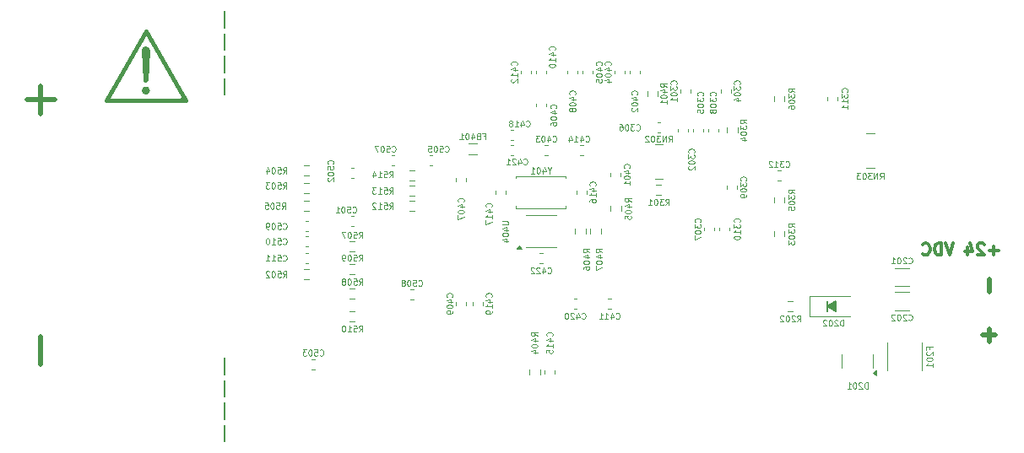
<source format=gbr>
G04 #@! TF.GenerationSoftware,KiCad,Pcbnew,8.0.2*
G04 #@! TF.CreationDate,2024-07-12T07:55:03+02:00*
G04 #@! TF.ProjectId,ETH1HMSR-SMS,45544831-484d-4535-922d-534d532e6b69,rev?*
G04 #@! TF.SameCoordinates,Original*
G04 #@! TF.FileFunction,Legend,Bot*
G04 #@! TF.FilePolarity,Positive*
%FSLAX46Y46*%
G04 Gerber Fmt 4.6, Leading zero omitted, Abs format (unit mm)*
G04 Created by KiCad (PCBNEW 8.0.2) date 2024-07-12 07:55:03*
%MOMM*%
%LPD*%
G01*
G04 APERTURE LIST*
%ADD10C,0.150000*%
%ADD11C,0.500000*%
%ADD12C,0.300000*%
%ADD13C,0.120000*%
%ADD14C,0.381000*%
%ADD15C,0.200000*%
%ADD16C,0.450000*%
%ADD17C,0.250000*%
%ADD18C,0.400000*%
%ADD19C,0.000000*%
G04 APERTURE END LIST*
D10*
X182626000Y-90043000D02*
X182626000Y-91059000D01*
X181737000Y-90551000D02*
X182626000Y-90043000D01*
X182245000Y-90424000D02*
X182245000Y-90678000D01*
X182245000Y-90678000D02*
X182118000Y-90551000D01*
X181991000Y-90551000D02*
X182245000Y-90424000D01*
X182372000Y-90297000D02*
X182372000Y-90805000D01*
D11*
X197358000Y-93472000D02*
X198628000Y-93472000D01*
X102870000Y-68453000D02*
X102870000Y-71247000D01*
D10*
X181737000Y-90043000D02*
X181737000Y-91059000D01*
X182499000Y-90170000D02*
X182499000Y-90932000D01*
X121285000Y-69342000D02*
X121285000Y-67692000D01*
X121285000Y-67092000D02*
X121285000Y-65442000D01*
X121285000Y-64842000D02*
X121285000Y-63192000D01*
X121285000Y-62592000D02*
X121285000Y-60960000D01*
X181864000Y-90551000D02*
X182372000Y-90297000D01*
D11*
X102870000Y-93599000D02*
X102870000Y-96393000D01*
D10*
X121285000Y-104140000D02*
X121285000Y-102490000D01*
X121285000Y-101890000D02*
X121285000Y-100240000D01*
X121285000Y-99640000D02*
X121285000Y-97990000D01*
X121285000Y-97390000D02*
X121285000Y-95758000D01*
D11*
X197993000Y-89154000D02*
X197993000Y-87884000D01*
D10*
X182626000Y-91059000D02*
X181737000Y-90551000D01*
D11*
X101473000Y-69850000D02*
X104267000Y-69850000D01*
D10*
X182372000Y-90805000D02*
X181991000Y-90551000D01*
X182499000Y-90932000D02*
X181864000Y-90551000D01*
D11*
X197993000Y-94107000D02*
X197993000Y-92837000D01*
D12*
X198906917Y-84978400D02*
X197992632Y-84978400D01*
X198449774Y-85435542D02*
X198449774Y-84521257D01*
X197478346Y-84349828D02*
X197421203Y-84292685D01*
X197421203Y-84292685D02*
X197306918Y-84235542D01*
X197306918Y-84235542D02*
X197021203Y-84235542D01*
X197021203Y-84235542D02*
X196906918Y-84292685D01*
X196906918Y-84292685D02*
X196849775Y-84349828D01*
X196849775Y-84349828D02*
X196792632Y-84464114D01*
X196792632Y-84464114D02*
X196792632Y-84578400D01*
X196792632Y-84578400D02*
X196849775Y-84749828D01*
X196849775Y-84749828D02*
X197535489Y-85435542D01*
X197535489Y-85435542D02*
X196792632Y-85435542D01*
X195764061Y-84635542D02*
X195764061Y-85435542D01*
X196049775Y-84178400D02*
X196335489Y-85035542D01*
X196335489Y-85035542D02*
X195592632Y-85035542D01*
X194392632Y-84235542D02*
X193992632Y-85435542D01*
X193992632Y-85435542D02*
X193592632Y-84235542D01*
X193192632Y-85435542D02*
X193192632Y-84235542D01*
X193192632Y-84235542D02*
X192906918Y-84235542D01*
X192906918Y-84235542D02*
X192735489Y-84292685D01*
X192735489Y-84292685D02*
X192621204Y-84406971D01*
X192621204Y-84406971D02*
X192564061Y-84521257D01*
X192564061Y-84521257D02*
X192506918Y-84749828D01*
X192506918Y-84749828D02*
X192506918Y-84921257D01*
X192506918Y-84921257D02*
X192564061Y-85149828D01*
X192564061Y-85149828D02*
X192621204Y-85264114D01*
X192621204Y-85264114D02*
X192735489Y-85378400D01*
X192735489Y-85378400D02*
X192906918Y-85435542D01*
X192906918Y-85435542D02*
X193192632Y-85435542D01*
X191306918Y-85321257D02*
X191364061Y-85378400D01*
X191364061Y-85378400D02*
X191535489Y-85435542D01*
X191535489Y-85435542D02*
X191649775Y-85435542D01*
X191649775Y-85435542D02*
X191821204Y-85378400D01*
X191821204Y-85378400D02*
X191935489Y-85264114D01*
X191935489Y-85264114D02*
X191992632Y-85149828D01*
X191992632Y-85149828D02*
X192049775Y-84921257D01*
X192049775Y-84921257D02*
X192049775Y-84749828D01*
X192049775Y-84749828D02*
X191992632Y-84521257D01*
X191992632Y-84521257D02*
X191935489Y-84406971D01*
X191935489Y-84406971D02*
X191821204Y-84292685D01*
X191821204Y-84292685D02*
X191649775Y-84235542D01*
X191649775Y-84235542D02*
X191535489Y-84235542D01*
X191535489Y-84235542D02*
X191364061Y-84292685D01*
X191364061Y-84292685D02*
X191306918Y-84349828D01*
D13*
X134783428Y-88409331D02*
X134983428Y-88123617D01*
X135126285Y-88409331D02*
X135126285Y-87809331D01*
X135126285Y-87809331D02*
X134897714Y-87809331D01*
X134897714Y-87809331D02*
X134840571Y-87837902D01*
X134840571Y-87837902D02*
X134812000Y-87866474D01*
X134812000Y-87866474D02*
X134783428Y-87923617D01*
X134783428Y-87923617D02*
X134783428Y-88009331D01*
X134783428Y-88009331D02*
X134812000Y-88066474D01*
X134812000Y-88066474D02*
X134840571Y-88095045D01*
X134840571Y-88095045D02*
X134897714Y-88123617D01*
X134897714Y-88123617D02*
X135126285Y-88123617D01*
X134240571Y-87809331D02*
X134526285Y-87809331D01*
X134526285Y-87809331D02*
X134554857Y-88095045D01*
X134554857Y-88095045D02*
X134526285Y-88066474D01*
X134526285Y-88066474D02*
X134469143Y-88037902D01*
X134469143Y-88037902D02*
X134326285Y-88037902D01*
X134326285Y-88037902D02*
X134269143Y-88066474D01*
X134269143Y-88066474D02*
X134240571Y-88095045D01*
X134240571Y-88095045D02*
X134212000Y-88152188D01*
X134212000Y-88152188D02*
X134212000Y-88295045D01*
X134212000Y-88295045D02*
X134240571Y-88352188D01*
X134240571Y-88352188D02*
X134269143Y-88380760D01*
X134269143Y-88380760D02*
X134326285Y-88409331D01*
X134326285Y-88409331D02*
X134469143Y-88409331D01*
X134469143Y-88409331D02*
X134526285Y-88380760D01*
X134526285Y-88380760D02*
X134554857Y-88352188D01*
X133840571Y-87809331D02*
X133783428Y-87809331D01*
X133783428Y-87809331D02*
X133726285Y-87837902D01*
X133726285Y-87837902D02*
X133697714Y-87866474D01*
X133697714Y-87866474D02*
X133669142Y-87923617D01*
X133669142Y-87923617D02*
X133640571Y-88037902D01*
X133640571Y-88037902D02*
X133640571Y-88180760D01*
X133640571Y-88180760D02*
X133669142Y-88295045D01*
X133669142Y-88295045D02*
X133697714Y-88352188D01*
X133697714Y-88352188D02*
X133726285Y-88380760D01*
X133726285Y-88380760D02*
X133783428Y-88409331D01*
X133783428Y-88409331D02*
X133840571Y-88409331D01*
X133840571Y-88409331D02*
X133897714Y-88380760D01*
X133897714Y-88380760D02*
X133926285Y-88352188D01*
X133926285Y-88352188D02*
X133954856Y-88295045D01*
X133954856Y-88295045D02*
X133983428Y-88180760D01*
X133983428Y-88180760D02*
X133983428Y-88037902D01*
X133983428Y-88037902D02*
X133954856Y-87923617D01*
X133954856Y-87923617D02*
X133926285Y-87866474D01*
X133926285Y-87866474D02*
X133897714Y-87837902D01*
X133897714Y-87837902D02*
X133840571Y-87809331D01*
X133297713Y-88066474D02*
X133354856Y-88037902D01*
X133354856Y-88037902D02*
X133383427Y-88009331D01*
X133383427Y-88009331D02*
X133411999Y-87952188D01*
X133411999Y-87952188D02*
X133411999Y-87923617D01*
X133411999Y-87923617D02*
X133383427Y-87866474D01*
X133383427Y-87866474D02*
X133354856Y-87837902D01*
X133354856Y-87837902D02*
X133297713Y-87809331D01*
X133297713Y-87809331D02*
X133183427Y-87809331D01*
X133183427Y-87809331D02*
X133126285Y-87837902D01*
X133126285Y-87837902D02*
X133097713Y-87866474D01*
X133097713Y-87866474D02*
X133069142Y-87923617D01*
X133069142Y-87923617D02*
X133069142Y-87952188D01*
X133069142Y-87952188D02*
X133097713Y-88009331D01*
X133097713Y-88009331D02*
X133126285Y-88037902D01*
X133126285Y-88037902D02*
X133183427Y-88066474D01*
X133183427Y-88066474D02*
X133297713Y-88066474D01*
X133297713Y-88066474D02*
X133354856Y-88095045D01*
X133354856Y-88095045D02*
X133383427Y-88123617D01*
X133383427Y-88123617D02*
X133411999Y-88180760D01*
X133411999Y-88180760D02*
X133411999Y-88295045D01*
X133411999Y-88295045D02*
X133383427Y-88352188D01*
X133383427Y-88352188D02*
X133354856Y-88380760D01*
X133354856Y-88380760D02*
X133297713Y-88409331D01*
X133297713Y-88409331D02*
X133183427Y-88409331D01*
X133183427Y-88409331D02*
X133126285Y-88380760D01*
X133126285Y-88380760D02*
X133097713Y-88352188D01*
X133097713Y-88352188D02*
X133069142Y-88295045D01*
X133069142Y-88295045D02*
X133069142Y-88180760D01*
X133069142Y-88180760D02*
X133097713Y-88123617D01*
X133097713Y-88123617D02*
X133126285Y-88095045D01*
X133126285Y-88095045D02*
X133183427Y-88066474D01*
X130846428Y-95464188D02*
X130875000Y-95492760D01*
X130875000Y-95492760D02*
X130960714Y-95521331D01*
X130960714Y-95521331D02*
X131017857Y-95521331D01*
X131017857Y-95521331D02*
X131103571Y-95492760D01*
X131103571Y-95492760D02*
X131160714Y-95435617D01*
X131160714Y-95435617D02*
X131189285Y-95378474D01*
X131189285Y-95378474D02*
X131217857Y-95264188D01*
X131217857Y-95264188D02*
X131217857Y-95178474D01*
X131217857Y-95178474D02*
X131189285Y-95064188D01*
X131189285Y-95064188D02*
X131160714Y-95007045D01*
X131160714Y-95007045D02*
X131103571Y-94949902D01*
X131103571Y-94949902D02*
X131017857Y-94921331D01*
X131017857Y-94921331D02*
X130960714Y-94921331D01*
X130960714Y-94921331D02*
X130875000Y-94949902D01*
X130875000Y-94949902D02*
X130846428Y-94978474D01*
X130303571Y-94921331D02*
X130589285Y-94921331D01*
X130589285Y-94921331D02*
X130617857Y-95207045D01*
X130617857Y-95207045D02*
X130589285Y-95178474D01*
X130589285Y-95178474D02*
X130532143Y-95149902D01*
X130532143Y-95149902D02*
X130389285Y-95149902D01*
X130389285Y-95149902D02*
X130332143Y-95178474D01*
X130332143Y-95178474D02*
X130303571Y-95207045D01*
X130303571Y-95207045D02*
X130275000Y-95264188D01*
X130275000Y-95264188D02*
X130275000Y-95407045D01*
X130275000Y-95407045D02*
X130303571Y-95464188D01*
X130303571Y-95464188D02*
X130332143Y-95492760D01*
X130332143Y-95492760D02*
X130389285Y-95521331D01*
X130389285Y-95521331D02*
X130532143Y-95521331D01*
X130532143Y-95521331D02*
X130589285Y-95492760D01*
X130589285Y-95492760D02*
X130617857Y-95464188D01*
X129903571Y-94921331D02*
X129846428Y-94921331D01*
X129846428Y-94921331D02*
X129789285Y-94949902D01*
X129789285Y-94949902D02*
X129760714Y-94978474D01*
X129760714Y-94978474D02*
X129732142Y-95035617D01*
X129732142Y-95035617D02*
X129703571Y-95149902D01*
X129703571Y-95149902D02*
X129703571Y-95292760D01*
X129703571Y-95292760D02*
X129732142Y-95407045D01*
X129732142Y-95407045D02*
X129760714Y-95464188D01*
X129760714Y-95464188D02*
X129789285Y-95492760D01*
X129789285Y-95492760D02*
X129846428Y-95521331D01*
X129846428Y-95521331D02*
X129903571Y-95521331D01*
X129903571Y-95521331D02*
X129960714Y-95492760D01*
X129960714Y-95492760D02*
X129989285Y-95464188D01*
X129989285Y-95464188D02*
X130017856Y-95407045D01*
X130017856Y-95407045D02*
X130046428Y-95292760D01*
X130046428Y-95292760D02*
X130046428Y-95149902D01*
X130046428Y-95149902D02*
X130017856Y-95035617D01*
X130017856Y-95035617D02*
X129989285Y-94978474D01*
X129989285Y-94978474D02*
X129960714Y-94949902D01*
X129960714Y-94949902D02*
X129903571Y-94921331D01*
X129503570Y-94921331D02*
X129132142Y-94921331D01*
X129132142Y-94921331D02*
X129332142Y-95149902D01*
X129332142Y-95149902D02*
X129246427Y-95149902D01*
X129246427Y-95149902D02*
X129189285Y-95178474D01*
X129189285Y-95178474D02*
X129160713Y-95207045D01*
X129160713Y-95207045D02*
X129132142Y-95264188D01*
X129132142Y-95264188D02*
X129132142Y-95407045D01*
X129132142Y-95407045D02*
X129160713Y-95464188D01*
X129160713Y-95464188D02*
X129189285Y-95492760D01*
X129189285Y-95492760D02*
X129246427Y-95521331D01*
X129246427Y-95521331D02*
X129417856Y-95521331D01*
X129417856Y-95521331D02*
X129474999Y-95492760D01*
X129474999Y-95492760D02*
X129503570Y-95464188D01*
X150582188Y-66384571D02*
X150610760Y-66355999D01*
X150610760Y-66355999D02*
X150639331Y-66270285D01*
X150639331Y-66270285D02*
X150639331Y-66213142D01*
X150639331Y-66213142D02*
X150610760Y-66127428D01*
X150610760Y-66127428D02*
X150553617Y-66070285D01*
X150553617Y-66070285D02*
X150496474Y-66041714D01*
X150496474Y-66041714D02*
X150382188Y-66013142D01*
X150382188Y-66013142D02*
X150296474Y-66013142D01*
X150296474Y-66013142D02*
X150182188Y-66041714D01*
X150182188Y-66041714D02*
X150125045Y-66070285D01*
X150125045Y-66070285D02*
X150067902Y-66127428D01*
X150067902Y-66127428D02*
X150039331Y-66213142D01*
X150039331Y-66213142D02*
X150039331Y-66270285D01*
X150039331Y-66270285D02*
X150067902Y-66355999D01*
X150067902Y-66355999D02*
X150096474Y-66384571D01*
X150239331Y-66898857D02*
X150639331Y-66898857D01*
X150010760Y-66755999D02*
X150439331Y-66613142D01*
X150439331Y-66613142D02*
X150439331Y-66984571D01*
X150639331Y-67527428D02*
X150639331Y-67184571D01*
X150639331Y-67356000D02*
X150039331Y-67356000D01*
X150039331Y-67356000D02*
X150125045Y-67298857D01*
X150125045Y-67298857D02*
X150182188Y-67241714D01*
X150182188Y-67241714D02*
X150210760Y-67184571D01*
X150096474Y-67756000D02*
X150067902Y-67784572D01*
X150067902Y-67784572D02*
X150039331Y-67841715D01*
X150039331Y-67841715D02*
X150039331Y-67984572D01*
X150039331Y-67984572D02*
X150067902Y-68041715D01*
X150067902Y-68041715D02*
X150096474Y-68070286D01*
X150096474Y-68070286D02*
X150153617Y-68098857D01*
X150153617Y-68098857D02*
X150210760Y-68098857D01*
X150210760Y-68098857D02*
X150296474Y-68070286D01*
X150296474Y-68070286D02*
X150639331Y-67727429D01*
X150639331Y-67727429D02*
X150639331Y-68098857D01*
X189901428Y-86215188D02*
X189930000Y-86243760D01*
X189930000Y-86243760D02*
X190015714Y-86272331D01*
X190015714Y-86272331D02*
X190072857Y-86272331D01*
X190072857Y-86272331D02*
X190158571Y-86243760D01*
X190158571Y-86243760D02*
X190215714Y-86186617D01*
X190215714Y-86186617D02*
X190244285Y-86129474D01*
X190244285Y-86129474D02*
X190272857Y-86015188D01*
X190272857Y-86015188D02*
X190272857Y-85929474D01*
X190272857Y-85929474D02*
X190244285Y-85815188D01*
X190244285Y-85815188D02*
X190215714Y-85758045D01*
X190215714Y-85758045D02*
X190158571Y-85700902D01*
X190158571Y-85700902D02*
X190072857Y-85672331D01*
X190072857Y-85672331D02*
X190015714Y-85672331D01*
X190015714Y-85672331D02*
X189930000Y-85700902D01*
X189930000Y-85700902D02*
X189901428Y-85729474D01*
X189672857Y-85729474D02*
X189644285Y-85700902D01*
X189644285Y-85700902D02*
X189587143Y-85672331D01*
X189587143Y-85672331D02*
X189444285Y-85672331D01*
X189444285Y-85672331D02*
X189387143Y-85700902D01*
X189387143Y-85700902D02*
X189358571Y-85729474D01*
X189358571Y-85729474D02*
X189330000Y-85786617D01*
X189330000Y-85786617D02*
X189330000Y-85843760D01*
X189330000Y-85843760D02*
X189358571Y-85929474D01*
X189358571Y-85929474D02*
X189701428Y-86272331D01*
X189701428Y-86272331D02*
X189330000Y-86272331D01*
X188958571Y-85672331D02*
X188901428Y-85672331D01*
X188901428Y-85672331D02*
X188844285Y-85700902D01*
X188844285Y-85700902D02*
X188815714Y-85729474D01*
X188815714Y-85729474D02*
X188787142Y-85786617D01*
X188787142Y-85786617D02*
X188758571Y-85900902D01*
X188758571Y-85900902D02*
X188758571Y-86043760D01*
X188758571Y-86043760D02*
X188787142Y-86158045D01*
X188787142Y-86158045D02*
X188815714Y-86215188D01*
X188815714Y-86215188D02*
X188844285Y-86243760D01*
X188844285Y-86243760D02*
X188901428Y-86272331D01*
X188901428Y-86272331D02*
X188958571Y-86272331D01*
X188958571Y-86272331D02*
X189015714Y-86243760D01*
X189015714Y-86243760D02*
X189044285Y-86215188D01*
X189044285Y-86215188D02*
X189072856Y-86158045D01*
X189072856Y-86158045D02*
X189101428Y-86043760D01*
X189101428Y-86043760D02*
X189101428Y-85900902D01*
X189101428Y-85900902D02*
X189072856Y-85786617D01*
X189072856Y-85786617D02*
X189044285Y-85729474D01*
X189044285Y-85729474D02*
X189015714Y-85700902D01*
X189015714Y-85700902D02*
X188958571Y-85672331D01*
X188187142Y-86272331D02*
X188529999Y-86272331D01*
X188358570Y-86272331D02*
X188358570Y-85672331D01*
X188358570Y-85672331D02*
X188415713Y-85758045D01*
X188415713Y-85758045D02*
X188472856Y-85815188D01*
X188472856Y-85815188D02*
X188529999Y-85843760D01*
X159148331Y-85180571D02*
X158862617Y-84980571D01*
X159148331Y-84837714D02*
X158548331Y-84837714D01*
X158548331Y-84837714D02*
X158548331Y-85066285D01*
X158548331Y-85066285D02*
X158576902Y-85123428D01*
X158576902Y-85123428D02*
X158605474Y-85151999D01*
X158605474Y-85151999D02*
X158662617Y-85180571D01*
X158662617Y-85180571D02*
X158748331Y-85180571D01*
X158748331Y-85180571D02*
X158805474Y-85151999D01*
X158805474Y-85151999D02*
X158834045Y-85123428D01*
X158834045Y-85123428D02*
X158862617Y-85066285D01*
X158862617Y-85066285D02*
X158862617Y-84837714D01*
X158748331Y-85694857D02*
X159148331Y-85694857D01*
X158519760Y-85551999D02*
X158948331Y-85409142D01*
X158948331Y-85409142D02*
X158948331Y-85780571D01*
X158548331Y-86123428D02*
X158548331Y-86180571D01*
X158548331Y-86180571D02*
X158576902Y-86237714D01*
X158576902Y-86237714D02*
X158605474Y-86266286D01*
X158605474Y-86266286D02*
X158662617Y-86294857D01*
X158662617Y-86294857D02*
X158776902Y-86323428D01*
X158776902Y-86323428D02*
X158919760Y-86323428D01*
X158919760Y-86323428D02*
X159034045Y-86294857D01*
X159034045Y-86294857D02*
X159091188Y-86266286D01*
X159091188Y-86266286D02*
X159119760Y-86237714D01*
X159119760Y-86237714D02*
X159148331Y-86180571D01*
X159148331Y-86180571D02*
X159148331Y-86123428D01*
X159148331Y-86123428D02*
X159119760Y-86066286D01*
X159119760Y-86066286D02*
X159091188Y-86037714D01*
X159091188Y-86037714D02*
X159034045Y-86009143D01*
X159034045Y-86009143D02*
X158919760Y-85980571D01*
X158919760Y-85980571D02*
X158776902Y-85980571D01*
X158776902Y-85980571D02*
X158662617Y-86009143D01*
X158662617Y-86009143D02*
X158605474Y-86037714D01*
X158605474Y-86037714D02*
X158576902Y-86066286D01*
X158576902Y-86066286D02*
X158548331Y-86123428D01*
X158548331Y-86523429D02*
X158548331Y-86923429D01*
X158548331Y-86923429D02*
X159148331Y-86666286D01*
X154214428Y-74001188D02*
X154243000Y-74029760D01*
X154243000Y-74029760D02*
X154328714Y-74058331D01*
X154328714Y-74058331D02*
X154385857Y-74058331D01*
X154385857Y-74058331D02*
X154471571Y-74029760D01*
X154471571Y-74029760D02*
X154528714Y-73972617D01*
X154528714Y-73972617D02*
X154557285Y-73915474D01*
X154557285Y-73915474D02*
X154585857Y-73801188D01*
X154585857Y-73801188D02*
X154585857Y-73715474D01*
X154585857Y-73715474D02*
X154557285Y-73601188D01*
X154557285Y-73601188D02*
X154528714Y-73544045D01*
X154528714Y-73544045D02*
X154471571Y-73486902D01*
X154471571Y-73486902D02*
X154385857Y-73458331D01*
X154385857Y-73458331D02*
X154328714Y-73458331D01*
X154328714Y-73458331D02*
X154243000Y-73486902D01*
X154243000Y-73486902D02*
X154214428Y-73515474D01*
X153700143Y-73658331D02*
X153700143Y-74058331D01*
X153843000Y-73429760D02*
X153985857Y-73858331D01*
X153985857Y-73858331D02*
X153614428Y-73858331D01*
X153271571Y-73458331D02*
X153214428Y-73458331D01*
X153214428Y-73458331D02*
X153157285Y-73486902D01*
X153157285Y-73486902D02*
X153128714Y-73515474D01*
X153128714Y-73515474D02*
X153100142Y-73572617D01*
X153100142Y-73572617D02*
X153071571Y-73686902D01*
X153071571Y-73686902D02*
X153071571Y-73829760D01*
X153071571Y-73829760D02*
X153100142Y-73944045D01*
X153100142Y-73944045D02*
X153128714Y-74001188D01*
X153128714Y-74001188D02*
X153157285Y-74029760D01*
X153157285Y-74029760D02*
X153214428Y-74058331D01*
X153214428Y-74058331D02*
X153271571Y-74058331D01*
X153271571Y-74058331D02*
X153328714Y-74029760D01*
X153328714Y-74029760D02*
X153357285Y-74001188D01*
X153357285Y-74001188D02*
X153385856Y-73944045D01*
X153385856Y-73944045D02*
X153414428Y-73829760D01*
X153414428Y-73829760D02*
X153414428Y-73686902D01*
X153414428Y-73686902D02*
X153385856Y-73572617D01*
X153385856Y-73572617D02*
X153357285Y-73515474D01*
X153357285Y-73515474D02*
X153328714Y-73486902D01*
X153328714Y-73486902D02*
X153271571Y-73458331D01*
X152871570Y-73458331D02*
X152500142Y-73458331D01*
X152500142Y-73458331D02*
X152700142Y-73686902D01*
X152700142Y-73686902D02*
X152614427Y-73686902D01*
X152614427Y-73686902D02*
X152557285Y-73715474D01*
X152557285Y-73715474D02*
X152528713Y-73744045D01*
X152528713Y-73744045D02*
X152500142Y-73801188D01*
X152500142Y-73801188D02*
X152500142Y-73944045D01*
X152500142Y-73944045D02*
X152528713Y-74001188D01*
X152528713Y-74001188D02*
X152557285Y-74029760D01*
X152557285Y-74029760D02*
X152614427Y-74058331D01*
X152614427Y-74058331D02*
X152785856Y-74058331D01*
X152785856Y-74058331D02*
X152842999Y-74029760D01*
X152842999Y-74029760D02*
X152871570Y-74001188D01*
X189901428Y-91930188D02*
X189930000Y-91958760D01*
X189930000Y-91958760D02*
X190015714Y-91987331D01*
X190015714Y-91987331D02*
X190072857Y-91987331D01*
X190072857Y-91987331D02*
X190158571Y-91958760D01*
X190158571Y-91958760D02*
X190215714Y-91901617D01*
X190215714Y-91901617D02*
X190244285Y-91844474D01*
X190244285Y-91844474D02*
X190272857Y-91730188D01*
X190272857Y-91730188D02*
X190272857Y-91644474D01*
X190272857Y-91644474D02*
X190244285Y-91530188D01*
X190244285Y-91530188D02*
X190215714Y-91473045D01*
X190215714Y-91473045D02*
X190158571Y-91415902D01*
X190158571Y-91415902D02*
X190072857Y-91387331D01*
X190072857Y-91387331D02*
X190015714Y-91387331D01*
X190015714Y-91387331D02*
X189930000Y-91415902D01*
X189930000Y-91415902D02*
X189901428Y-91444474D01*
X189672857Y-91444474D02*
X189644285Y-91415902D01*
X189644285Y-91415902D02*
X189587143Y-91387331D01*
X189587143Y-91387331D02*
X189444285Y-91387331D01*
X189444285Y-91387331D02*
X189387143Y-91415902D01*
X189387143Y-91415902D02*
X189358571Y-91444474D01*
X189358571Y-91444474D02*
X189330000Y-91501617D01*
X189330000Y-91501617D02*
X189330000Y-91558760D01*
X189330000Y-91558760D02*
X189358571Y-91644474D01*
X189358571Y-91644474D02*
X189701428Y-91987331D01*
X189701428Y-91987331D02*
X189330000Y-91987331D01*
X188958571Y-91387331D02*
X188901428Y-91387331D01*
X188901428Y-91387331D02*
X188844285Y-91415902D01*
X188844285Y-91415902D02*
X188815714Y-91444474D01*
X188815714Y-91444474D02*
X188787142Y-91501617D01*
X188787142Y-91501617D02*
X188758571Y-91615902D01*
X188758571Y-91615902D02*
X188758571Y-91758760D01*
X188758571Y-91758760D02*
X188787142Y-91873045D01*
X188787142Y-91873045D02*
X188815714Y-91930188D01*
X188815714Y-91930188D02*
X188844285Y-91958760D01*
X188844285Y-91958760D02*
X188901428Y-91987331D01*
X188901428Y-91987331D02*
X188958571Y-91987331D01*
X188958571Y-91987331D02*
X189015714Y-91958760D01*
X189015714Y-91958760D02*
X189044285Y-91930188D01*
X189044285Y-91930188D02*
X189072856Y-91873045D01*
X189072856Y-91873045D02*
X189101428Y-91758760D01*
X189101428Y-91758760D02*
X189101428Y-91615902D01*
X189101428Y-91615902D02*
X189072856Y-91501617D01*
X189072856Y-91501617D02*
X189044285Y-91444474D01*
X189044285Y-91444474D02*
X189015714Y-91415902D01*
X189015714Y-91415902D02*
X188958571Y-91387331D01*
X188529999Y-91444474D02*
X188501427Y-91415902D01*
X188501427Y-91415902D02*
X188444285Y-91387331D01*
X188444285Y-91387331D02*
X188301427Y-91387331D01*
X188301427Y-91387331D02*
X188244285Y-91415902D01*
X188244285Y-91415902D02*
X188215713Y-91444474D01*
X188215713Y-91444474D02*
X188187142Y-91501617D01*
X188187142Y-91501617D02*
X188187142Y-91558760D01*
X188187142Y-91558760D02*
X188215713Y-91644474D01*
X188215713Y-91644474D02*
X188558570Y-91987331D01*
X188558570Y-91987331D02*
X188187142Y-91987331D01*
X143419428Y-75017188D02*
X143448000Y-75045760D01*
X143448000Y-75045760D02*
X143533714Y-75074331D01*
X143533714Y-75074331D02*
X143590857Y-75074331D01*
X143590857Y-75074331D02*
X143676571Y-75045760D01*
X143676571Y-75045760D02*
X143733714Y-74988617D01*
X143733714Y-74988617D02*
X143762285Y-74931474D01*
X143762285Y-74931474D02*
X143790857Y-74817188D01*
X143790857Y-74817188D02*
X143790857Y-74731474D01*
X143790857Y-74731474D02*
X143762285Y-74617188D01*
X143762285Y-74617188D02*
X143733714Y-74560045D01*
X143733714Y-74560045D02*
X143676571Y-74502902D01*
X143676571Y-74502902D02*
X143590857Y-74474331D01*
X143590857Y-74474331D02*
X143533714Y-74474331D01*
X143533714Y-74474331D02*
X143448000Y-74502902D01*
X143448000Y-74502902D02*
X143419428Y-74531474D01*
X142876571Y-74474331D02*
X143162285Y-74474331D01*
X143162285Y-74474331D02*
X143190857Y-74760045D01*
X143190857Y-74760045D02*
X143162285Y-74731474D01*
X143162285Y-74731474D02*
X143105143Y-74702902D01*
X143105143Y-74702902D02*
X142962285Y-74702902D01*
X142962285Y-74702902D02*
X142905143Y-74731474D01*
X142905143Y-74731474D02*
X142876571Y-74760045D01*
X142876571Y-74760045D02*
X142848000Y-74817188D01*
X142848000Y-74817188D02*
X142848000Y-74960045D01*
X142848000Y-74960045D02*
X142876571Y-75017188D01*
X142876571Y-75017188D02*
X142905143Y-75045760D01*
X142905143Y-75045760D02*
X142962285Y-75074331D01*
X142962285Y-75074331D02*
X143105143Y-75074331D01*
X143105143Y-75074331D02*
X143162285Y-75045760D01*
X143162285Y-75045760D02*
X143190857Y-75017188D01*
X142476571Y-74474331D02*
X142419428Y-74474331D01*
X142419428Y-74474331D02*
X142362285Y-74502902D01*
X142362285Y-74502902D02*
X142333714Y-74531474D01*
X142333714Y-74531474D02*
X142305142Y-74588617D01*
X142305142Y-74588617D02*
X142276571Y-74702902D01*
X142276571Y-74702902D02*
X142276571Y-74845760D01*
X142276571Y-74845760D02*
X142305142Y-74960045D01*
X142305142Y-74960045D02*
X142333714Y-75017188D01*
X142333714Y-75017188D02*
X142362285Y-75045760D01*
X142362285Y-75045760D02*
X142419428Y-75074331D01*
X142419428Y-75074331D02*
X142476571Y-75074331D01*
X142476571Y-75074331D02*
X142533714Y-75045760D01*
X142533714Y-75045760D02*
X142562285Y-75017188D01*
X142562285Y-75017188D02*
X142590856Y-74960045D01*
X142590856Y-74960045D02*
X142619428Y-74845760D01*
X142619428Y-74845760D02*
X142619428Y-74702902D01*
X142619428Y-74702902D02*
X142590856Y-74588617D01*
X142590856Y-74588617D02*
X142562285Y-74531474D01*
X142562285Y-74531474D02*
X142533714Y-74502902D01*
X142533714Y-74502902D02*
X142476571Y-74474331D01*
X141733713Y-74474331D02*
X142019427Y-74474331D01*
X142019427Y-74474331D02*
X142047999Y-74760045D01*
X142047999Y-74760045D02*
X142019427Y-74731474D01*
X142019427Y-74731474D02*
X141962285Y-74702902D01*
X141962285Y-74702902D02*
X141819427Y-74702902D01*
X141819427Y-74702902D02*
X141762285Y-74731474D01*
X141762285Y-74731474D02*
X141733713Y-74760045D01*
X141733713Y-74760045D02*
X141705142Y-74817188D01*
X141705142Y-74817188D02*
X141705142Y-74960045D01*
X141705142Y-74960045D02*
X141733713Y-75017188D01*
X141733713Y-75017188D02*
X141762285Y-75045760D01*
X141762285Y-75045760D02*
X141819427Y-75074331D01*
X141819427Y-75074331D02*
X141962285Y-75074331D01*
X141962285Y-75074331D02*
X142019427Y-75045760D01*
X142019427Y-75045760D02*
X142047999Y-75017188D01*
X178452331Y-82640571D02*
X178166617Y-82440571D01*
X178452331Y-82297714D02*
X177852331Y-82297714D01*
X177852331Y-82297714D02*
X177852331Y-82526285D01*
X177852331Y-82526285D02*
X177880902Y-82583428D01*
X177880902Y-82583428D02*
X177909474Y-82611999D01*
X177909474Y-82611999D02*
X177966617Y-82640571D01*
X177966617Y-82640571D02*
X178052331Y-82640571D01*
X178052331Y-82640571D02*
X178109474Y-82611999D01*
X178109474Y-82611999D02*
X178138045Y-82583428D01*
X178138045Y-82583428D02*
X178166617Y-82526285D01*
X178166617Y-82526285D02*
X178166617Y-82297714D01*
X177852331Y-82840571D02*
X177852331Y-83211999D01*
X177852331Y-83211999D02*
X178080902Y-83011999D01*
X178080902Y-83011999D02*
X178080902Y-83097714D01*
X178080902Y-83097714D02*
X178109474Y-83154857D01*
X178109474Y-83154857D02*
X178138045Y-83183428D01*
X178138045Y-83183428D02*
X178195188Y-83211999D01*
X178195188Y-83211999D02*
X178338045Y-83211999D01*
X178338045Y-83211999D02*
X178395188Y-83183428D01*
X178395188Y-83183428D02*
X178423760Y-83154857D01*
X178423760Y-83154857D02*
X178452331Y-83097714D01*
X178452331Y-83097714D02*
X178452331Y-82926285D01*
X178452331Y-82926285D02*
X178423760Y-82869142D01*
X178423760Y-82869142D02*
X178395188Y-82840571D01*
X177852331Y-83583428D02*
X177852331Y-83640571D01*
X177852331Y-83640571D02*
X177880902Y-83697714D01*
X177880902Y-83697714D02*
X177909474Y-83726286D01*
X177909474Y-83726286D02*
X177966617Y-83754857D01*
X177966617Y-83754857D02*
X178080902Y-83783428D01*
X178080902Y-83783428D02*
X178223760Y-83783428D01*
X178223760Y-83783428D02*
X178338045Y-83754857D01*
X178338045Y-83754857D02*
X178395188Y-83726286D01*
X178395188Y-83726286D02*
X178423760Y-83697714D01*
X178423760Y-83697714D02*
X178452331Y-83640571D01*
X178452331Y-83640571D02*
X178452331Y-83583428D01*
X178452331Y-83583428D02*
X178423760Y-83526286D01*
X178423760Y-83526286D02*
X178395188Y-83497714D01*
X178395188Y-83497714D02*
X178338045Y-83469143D01*
X178338045Y-83469143D02*
X178223760Y-83440571D01*
X178223760Y-83440571D02*
X178080902Y-83440571D01*
X178080902Y-83440571D02*
X177966617Y-83469143D01*
X177966617Y-83469143D02*
X177909474Y-83497714D01*
X177909474Y-83497714D02*
X177880902Y-83526286D01*
X177880902Y-83526286D02*
X177852331Y-83583428D01*
X177852331Y-83983429D02*
X177852331Y-84354857D01*
X177852331Y-84354857D02*
X178080902Y-84154857D01*
X178080902Y-84154857D02*
X178080902Y-84240572D01*
X178080902Y-84240572D02*
X178109474Y-84297715D01*
X178109474Y-84297715D02*
X178138045Y-84326286D01*
X178138045Y-84326286D02*
X178195188Y-84354857D01*
X178195188Y-84354857D02*
X178338045Y-84354857D01*
X178338045Y-84354857D02*
X178395188Y-84326286D01*
X178395188Y-84326286D02*
X178423760Y-84297715D01*
X178423760Y-84297715D02*
X178452331Y-84240572D01*
X178452331Y-84240572D02*
X178452331Y-84069143D01*
X178452331Y-84069143D02*
X178423760Y-84012000D01*
X178423760Y-84012000D02*
X178395188Y-83983429D01*
X170521188Y-69432571D02*
X170549760Y-69403999D01*
X170549760Y-69403999D02*
X170578331Y-69318285D01*
X170578331Y-69318285D02*
X170578331Y-69261142D01*
X170578331Y-69261142D02*
X170549760Y-69175428D01*
X170549760Y-69175428D02*
X170492617Y-69118285D01*
X170492617Y-69118285D02*
X170435474Y-69089714D01*
X170435474Y-69089714D02*
X170321188Y-69061142D01*
X170321188Y-69061142D02*
X170235474Y-69061142D01*
X170235474Y-69061142D02*
X170121188Y-69089714D01*
X170121188Y-69089714D02*
X170064045Y-69118285D01*
X170064045Y-69118285D02*
X170006902Y-69175428D01*
X170006902Y-69175428D02*
X169978331Y-69261142D01*
X169978331Y-69261142D02*
X169978331Y-69318285D01*
X169978331Y-69318285D02*
X170006902Y-69403999D01*
X170006902Y-69403999D02*
X170035474Y-69432571D01*
X169978331Y-69632571D02*
X169978331Y-70003999D01*
X169978331Y-70003999D02*
X170206902Y-69803999D01*
X170206902Y-69803999D02*
X170206902Y-69889714D01*
X170206902Y-69889714D02*
X170235474Y-69946857D01*
X170235474Y-69946857D02*
X170264045Y-69975428D01*
X170264045Y-69975428D02*
X170321188Y-70003999D01*
X170321188Y-70003999D02*
X170464045Y-70003999D01*
X170464045Y-70003999D02*
X170521188Y-69975428D01*
X170521188Y-69975428D02*
X170549760Y-69946857D01*
X170549760Y-69946857D02*
X170578331Y-69889714D01*
X170578331Y-69889714D02*
X170578331Y-69718285D01*
X170578331Y-69718285D02*
X170549760Y-69661142D01*
X170549760Y-69661142D02*
X170521188Y-69632571D01*
X169978331Y-70375428D02*
X169978331Y-70432571D01*
X169978331Y-70432571D02*
X170006902Y-70489714D01*
X170006902Y-70489714D02*
X170035474Y-70518286D01*
X170035474Y-70518286D02*
X170092617Y-70546857D01*
X170092617Y-70546857D02*
X170206902Y-70575428D01*
X170206902Y-70575428D02*
X170349760Y-70575428D01*
X170349760Y-70575428D02*
X170464045Y-70546857D01*
X170464045Y-70546857D02*
X170521188Y-70518286D01*
X170521188Y-70518286D02*
X170549760Y-70489714D01*
X170549760Y-70489714D02*
X170578331Y-70432571D01*
X170578331Y-70432571D02*
X170578331Y-70375428D01*
X170578331Y-70375428D02*
X170549760Y-70318286D01*
X170549760Y-70318286D02*
X170521188Y-70289714D01*
X170521188Y-70289714D02*
X170464045Y-70261143D01*
X170464045Y-70261143D02*
X170349760Y-70232571D01*
X170349760Y-70232571D02*
X170206902Y-70232571D01*
X170206902Y-70232571D02*
X170092617Y-70261143D01*
X170092617Y-70261143D02*
X170035474Y-70289714D01*
X170035474Y-70289714D02*
X170006902Y-70318286D01*
X170006902Y-70318286D02*
X169978331Y-70375428D01*
X170235474Y-70918286D02*
X170206902Y-70861143D01*
X170206902Y-70861143D02*
X170178331Y-70832572D01*
X170178331Y-70832572D02*
X170121188Y-70804000D01*
X170121188Y-70804000D02*
X170092617Y-70804000D01*
X170092617Y-70804000D02*
X170035474Y-70832572D01*
X170035474Y-70832572D02*
X170006902Y-70861143D01*
X170006902Y-70861143D02*
X169978331Y-70918286D01*
X169978331Y-70918286D02*
X169978331Y-71032572D01*
X169978331Y-71032572D02*
X170006902Y-71089715D01*
X170006902Y-71089715D02*
X170035474Y-71118286D01*
X170035474Y-71118286D02*
X170092617Y-71146857D01*
X170092617Y-71146857D02*
X170121188Y-71146857D01*
X170121188Y-71146857D02*
X170178331Y-71118286D01*
X170178331Y-71118286D02*
X170206902Y-71089715D01*
X170206902Y-71089715D02*
X170235474Y-71032572D01*
X170235474Y-71032572D02*
X170235474Y-70918286D01*
X170235474Y-70918286D02*
X170264045Y-70861143D01*
X170264045Y-70861143D02*
X170292617Y-70832572D01*
X170292617Y-70832572D02*
X170349760Y-70804000D01*
X170349760Y-70804000D02*
X170464045Y-70804000D01*
X170464045Y-70804000D02*
X170521188Y-70832572D01*
X170521188Y-70832572D02*
X170549760Y-70861143D01*
X170549760Y-70861143D02*
X170578331Y-70918286D01*
X170578331Y-70918286D02*
X170578331Y-71032572D01*
X170578331Y-71032572D02*
X170549760Y-71089715D01*
X170549760Y-71089715D02*
X170521188Y-71118286D01*
X170521188Y-71118286D02*
X170464045Y-71146857D01*
X170464045Y-71146857D02*
X170349760Y-71146857D01*
X170349760Y-71146857D02*
X170292617Y-71118286D01*
X170292617Y-71118286D02*
X170264045Y-71089715D01*
X170264045Y-71089715D02*
X170235474Y-71032572D01*
X127036428Y-80789331D02*
X127236428Y-80503617D01*
X127379285Y-80789331D02*
X127379285Y-80189331D01*
X127379285Y-80189331D02*
X127150714Y-80189331D01*
X127150714Y-80189331D02*
X127093571Y-80217902D01*
X127093571Y-80217902D02*
X127065000Y-80246474D01*
X127065000Y-80246474D02*
X127036428Y-80303617D01*
X127036428Y-80303617D02*
X127036428Y-80389331D01*
X127036428Y-80389331D02*
X127065000Y-80446474D01*
X127065000Y-80446474D02*
X127093571Y-80475045D01*
X127093571Y-80475045D02*
X127150714Y-80503617D01*
X127150714Y-80503617D02*
X127379285Y-80503617D01*
X126493571Y-80189331D02*
X126779285Y-80189331D01*
X126779285Y-80189331D02*
X126807857Y-80475045D01*
X126807857Y-80475045D02*
X126779285Y-80446474D01*
X126779285Y-80446474D02*
X126722143Y-80417902D01*
X126722143Y-80417902D02*
X126579285Y-80417902D01*
X126579285Y-80417902D02*
X126522143Y-80446474D01*
X126522143Y-80446474D02*
X126493571Y-80475045D01*
X126493571Y-80475045D02*
X126465000Y-80532188D01*
X126465000Y-80532188D02*
X126465000Y-80675045D01*
X126465000Y-80675045D02*
X126493571Y-80732188D01*
X126493571Y-80732188D02*
X126522143Y-80760760D01*
X126522143Y-80760760D02*
X126579285Y-80789331D01*
X126579285Y-80789331D02*
X126722143Y-80789331D01*
X126722143Y-80789331D02*
X126779285Y-80760760D01*
X126779285Y-80760760D02*
X126807857Y-80732188D01*
X126093571Y-80189331D02*
X126036428Y-80189331D01*
X126036428Y-80189331D02*
X125979285Y-80217902D01*
X125979285Y-80217902D02*
X125950714Y-80246474D01*
X125950714Y-80246474D02*
X125922142Y-80303617D01*
X125922142Y-80303617D02*
X125893571Y-80417902D01*
X125893571Y-80417902D02*
X125893571Y-80560760D01*
X125893571Y-80560760D02*
X125922142Y-80675045D01*
X125922142Y-80675045D02*
X125950714Y-80732188D01*
X125950714Y-80732188D02*
X125979285Y-80760760D01*
X125979285Y-80760760D02*
X126036428Y-80789331D01*
X126036428Y-80789331D02*
X126093571Y-80789331D01*
X126093571Y-80789331D02*
X126150714Y-80760760D01*
X126150714Y-80760760D02*
X126179285Y-80732188D01*
X126179285Y-80732188D02*
X126207856Y-80675045D01*
X126207856Y-80675045D02*
X126236428Y-80560760D01*
X126236428Y-80560760D02*
X126236428Y-80417902D01*
X126236428Y-80417902D02*
X126207856Y-80303617D01*
X126207856Y-80303617D02*
X126179285Y-80246474D01*
X126179285Y-80246474D02*
X126150714Y-80217902D01*
X126150714Y-80217902D02*
X126093571Y-80189331D01*
X125350713Y-80189331D02*
X125636427Y-80189331D01*
X125636427Y-80189331D02*
X125664999Y-80475045D01*
X125664999Y-80475045D02*
X125636427Y-80446474D01*
X125636427Y-80446474D02*
X125579285Y-80417902D01*
X125579285Y-80417902D02*
X125436427Y-80417902D01*
X125436427Y-80417902D02*
X125379285Y-80446474D01*
X125379285Y-80446474D02*
X125350713Y-80475045D01*
X125350713Y-80475045D02*
X125322142Y-80532188D01*
X125322142Y-80532188D02*
X125322142Y-80675045D01*
X125322142Y-80675045D02*
X125350713Y-80732188D01*
X125350713Y-80732188D02*
X125379285Y-80760760D01*
X125379285Y-80760760D02*
X125436427Y-80789331D01*
X125436427Y-80789331D02*
X125579285Y-80789331D01*
X125579285Y-80789331D02*
X125636427Y-80760760D01*
X125636427Y-80760760D02*
X125664999Y-80732188D01*
X151547428Y-72477188D02*
X151576000Y-72505760D01*
X151576000Y-72505760D02*
X151661714Y-72534331D01*
X151661714Y-72534331D02*
X151718857Y-72534331D01*
X151718857Y-72534331D02*
X151804571Y-72505760D01*
X151804571Y-72505760D02*
X151861714Y-72448617D01*
X151861714Y-72448617D02*
X151890285Y-72391474D01*
X151890285Y-72391474D02*
X151918857Y-72277188D01*
X151918857Y-72277188D02*
X151918857Y-72191474D01*
X151918857Y-72191474D02*
X151890285Y-72077188D01*
X151890285Y-72077188D02*
X151861714Y-72020045D01*
X151861714Y-72020045D02*
X151804571Y-71962902D01*
X151804571Y-71962902D02*
X151718857Y-71934331D01*
X151718857Y-71934331D02*
X151661714Y-71934331D01*
X151661714Y-71934331D02*
X151576000Y-71962902D01*
X151576000Y-71962902D02*
X151547428Y-71991474D01*
X151033143Y-72134331D02*
X151033143Y-72534331D01*
X151176000Y-71905760D02*
X151318857Y-72334331D01*
X151318857Y-72334331D02*
X150947428Y-72334331D01*
X150404571Y-72534331D02*
X150747428Y-72534331D01*
X150575999Y-72534331D02*
X150575999Y-71934331D01*
X150575999Y-71934331D02*
X150633142Y-72020045D01*
X150633142Y-72020045D02*
X150690285Y-72077188D01*
X150690285Y-72077188D02*
X150747428Y-72105760D01*
X150061713Y-72191474D02*
X150118856Y-72162902D01*
X150118856Y-72162902D02*
X150147427Y-72134331D01*
X150147427Y-72134331D02*
X150175999Y-72077188D01*
X150175999Y-72077188D02*
X150175999Y-72048617D01*
X150175999Y-72048617D02*
X150147427Y-71991474D01*
X150147427Y-71991474D02*
X150118856Y-71962902D01*
X150118856Y-71962902D02*
X150061713Y-71934331D01*
X150061713Y-71934331D02*
X149947427Y-71934331D01*
X149947427Y-71934331D02*
X149890285Y-71962902D01*
X149890285Y-71962902D02*
X149861713Y-71991474D01*
X149861713Y-71991474D02*
X149833142Y-72048617D01*
X149833142Y-72048617D02*
X149833142Y-72077188D01*
X149833142Y-72077188D02*
X149861713Y-72134331D01*
X149861713Y-72134331D02*
X149890285Y-72162902D01*
X149890285Y-72162902D02*
X149947427Y-72191474D01*
X149947427Y-72191474D02*
X150061713Y-72191474D01*
X150061713Y-72191474D02*
X150118856Y-72220045D01*
X150118856Y-72220045D02*
X150147427Y-72248617D01*
X150147427Y-72248617D02*
X150175999Y-72305760D01*
X150175999Y-72305760D02*
X150175999Y-72420045D01*
X150175999Y-72420045D02*
X150147427Y-72477188D01*
X150147427Y-72477188D02*
X150118856Y-72505760D01*
X150118856Y-72505760D02*
X150061713Y-72534331D01*
X150061713Y-72534331D02*
X149947427Y-72534331D01*
X149947427Y-72534331D02*
X149890285Y-72505760D01*
X149890285Y-72505760D02*
X149861713Y-72477188D01*
X149861713Y-72477188D02*
X149833142Y-72420045D01*
X149833142Y-72420045D02*
X149833142Y-72305760D01*
X149833142Y-72305760D02*
X149861713Y-72248617D01*
X149861713Y-72248617D02*
X149890285Y-72220045D01*
X149890285Y-72220045D02*
X149947427Y-72191474D01*
X187040714Y-77801331D02*
X187240714Y-77515617D01*
X187383571Y-77801331D02*
X187383571Y-77201331D01*
X187383571Y-77201331D02*
X187155000Y-77201331D01*
X187155000Y-77201331D02*
X187097857Y-77229902D01*
X187097857Y-77229902D02*
X187069286Y-77258474D01*
X187069286Y-77258474D02*
X187040714Y-77315617D01*
X187040714Y-77315617D02*
X187040714Y-77401331D01*
X187040714Y-77401331D02*
X187069286Y-77458474D01*
X187069286Y-77458474D02*
X187097857Y-77487045D01*
X187097857Y-77487045D02*
X187155000Y-77515617D01*
X187155000Y-77515617D02*
X187383571Y-77515617D01*
X186783571Y-77801331D02*
X186783571Y-77201331D01*
X186783571Y-77201331D02*
X186440714Y-77801331D01*
X186440714Y-77801331D02*
X186440714Y-77201331D01*
X186212143Y-77201331D02*
X185840715Y-77201331D01*
X185840715Y-77201331D02*
X186040715Y-77429902D01*
X186040715Y-77429902D02*
X185955000Y-77429902D01*
X185955000Y-77429902D02*
X185897858Y-77458474D01*
X185897858Y-77458474D02*
X185869286Y-77487045D01*
X185869286Y-77487045D02*
X185840715Y-77544188D01*
X185840715Y-77544188D02*
X185840715Y-77687045D01*
X185840715Y-77687045D02*
X185869286Y-77744188D01*
X185869286Y-77744188D02*
X185897858Y-77772760D01*
X185897858Y-77772760D02*
X185955000Y-77801331D01*
X185955000Y-77801331D02*
X186126429Y-77801331D01*
X186126429Y-77801331D02*
X186183572Y-77772760D01*
X186183572Y-77772760D02*
X186212143Y-77744188D01*
X185469286Y-77201331D02*
X185412143Y-77201331D01*
X185412143Y-77201331D02*
X185355000Y-77229902D01*
X185355000Y-77229902D02*
X185326429Y-77258474D01*
X185326429Y-77258474D02*
X185297857Y-77315617D01*
X185297857Y-77315617D02*
X185269286Y-77429902D01*
X185269286Y-77429902D02*
X185269286Y-77572760D01*
X185269286Y-77572760D02*
X185297857Y-77687045D01*
X185297857Y-77687045D02*
X185326429Y-77744188D01*
X185326429Y-77744188D02*
X185355000Y-77772760D01*
X185355000Y-77772760D02*
X185412143Y-77801331D01*
X185412143Y-77801331D02*
X185469286Y-77801331D01*
X185469286Y-77801331D02*
X185526429Y-77772760D01*
X185526429Y-77772760D02*
X185555000Y-77744188D01*
X185555000Y-77744188D02*
X185583571Y-77687045D01*
X185583571Y-77687045D02*
X185612143Y-77572760D01*
X185612143Y-77572760D02*
X185612143Y-77429902D01*
X185612143Y-77429902D02*
X185583571Y-77315617D01*
X185583571Y-77315617D02*
X185555000Y-77258474D01*
X185555000Y-77258474D02*
X185526429Y-77229902D01*
X185526429Y-77229902D02*
X185469286Y-77201331D01*
X185069285Y-77201331D02*
X184697857Y-77201331D01*
X184697857Y-77201331D02*
X184897857Y-77429902D01*
X184897857Y-77429902D02*
X184812142Y-77429902D01*
X184812142Y-77429902D02*
X184755000Y-77458474D01*
X184755000Y-77458474D02*
X184726428Y-77487045D01*
X184726428Y-77487045D02*
X184697857Y-77544188D01*
X184697857Y-77544188D02*
X184697857Y-77687045D01*
X184697857Y-77687045D02*
X184726428Y-77744188D01*
X184726428Y-77744188D02*
X184755000Y-77772760D01*
X184755000Y-77772760D02*
X184812142Y-77801331D01*
X184812142Y-77801331D02*
X184983571Y-77801331D01*
X184983571Y-77801331D02*
X185040714Y-77772760D01*
X185040714Y-77772760D02*
X185069285Y-77744188D01*
X154392188Y-64860571D02*
X154420760Y-64831999D01*
X154420760Y-64831999D02*
X154449331Y-64746285D01*
X154449331Y-64746285D02*
X154449331Y-64689142D01*
X154449331Y-64689142D02*
X154420760Y-64603428D01*
X154420760Y-64603428D02*
X154363617Y-64546285D01*
X154363617Y-64546285D02*
X154306474Y-64517714D01*
X154306474Y-64517714D02*
X154192188Y-64489142D01*
X154192188Y-64489142D02*
X154106474Y-64489142D01*
X154106474Y-64489142D02*
X153992188Y-64517714D01*
X153992188Y-64517714D02*
X153935045Y-64546285D01*
X153935045Y-64546285D02*
X153877902Y-64603428D01*
X153877902Y-64603428D02*
X153849331Y-64689142D01*
X153849331Y-64689142D02*
X153849331Y-64746285D01*
X153849331Y-64746285D02*
X153877902Y-64831999D01*
X153877902Y-64831999D02*
X153906474Y-64860571D01*
X154049331Y-65374857D02*
X154449331Y-65374857D01*
X153820760Y-65231999D02*
X154249331Y-65089142D01*
X154249331Y-65089142D02*
X154249331Y-65460571D01*
X154449331Y-66003428D02*
X154449331Y-65660571D01*
X154449331Y-65832000D02*
X153849331Y-65832000D01*
X153849331Y-65832000D02*
X153935045Y-65774857D01*
X153935045Y-65774857D02*
X153992188Y-65717714D01*
X153992188Y-65717714D02*
X154020760Y-65660571D01*
X153849331Y-66374857D02*
X153849331Y-66432000D01*
X153849331Y-66432000D02*
X153877902Y-66489143D01*
X153877902Y-66489143D02*
X153906474Y-66517715D01*
X153906474Y-66517715D02*
X153963617Y-66546286D01*
X153963617Y-66546286D02*
X154077902Y-66574857D01*
X154077902Y-66574857D02*
X154220760Y-66574857D01*
X154220760Y-66574857D02*
X154335045Y-66546286D01*
X154335045Y-66546286D02*
X154392188Y-66517715D01*
X154392188Y-66517715D02*
X154420760Y-66489143D01*
X154420760Y-66489143D02*
X154449331Y-66432000D01*
X154449331Y-66432000D02*
X154449331Y-66374857D01*
X154449331Y-66374857D02*
X154420760Y-66317715D01*
X154420760Y-66317715D02*
X154392188Y-66289143D01*
X154392188Y-66289143D02*
X154335045Y-66260572D01*
X154335045Y-66260572D02*
X154220760Y-66232000D01*
X154220760Y-66232000D02*
X154077902Y-66232000D01*
X154077902Y-66232000D02*
X153963617Y-66260572D01*
X153963617Y-66260572D02*
X153906474Y-66289143D01*
X153906474Y-66289143D02*
X153877902Y-66317715D01*
X153877902Y-66317715D02*
X153849331Y-66374857D01*
X169251188Y-69432571D02*
X169279760Y-69403999D01*
X169279760Y-69403999D02*
X169308331Y-69318285D01*
X169308331Y-69318285D02*
X169308331Y-69261142D01*
X169308331Y-69261142D02*
X169279760Y-69175428D01*
X169279760Y-69175428D02*
X169222617Y-69118285D01*
X169222617Y-69118285D02*
X169165474Y-69089714D01*
X169165474Y-69089714D02*
X169051188Y-69061142D01*
X169051188Y-69061142D02*
X168965474Y-69061142D01*
X168965474Y-69061142D02*
X168851188Y-69089714D01*
X168851188Y-69089714D02*
X168794045Y-69118285D01*
X168794045Y-69118285D02*
X168736902Y-69175428D01*
X168736902Y-69175428D02*
X168708331Y-69261142D01*
X168708331Y-69261142D02*
X168708331Y-69318285D01*
X168708331Y-69318285D02*
X168736902Y-69403999D01*
X168736902Y-69403999D02*
X168765474Y-69432571D01*
X168708331Y-69632571D02*
X168708331Y-70003999D01*
X168708331Y-70003999D02*
X168936902Y-69803999D01*
X168936902Y-69803999D02*
X168936902Y-69889714D01*
X168936902Y-69889714D02*
X168965474Y-69946857D01*
X168965474Y-69946857D02*
X168994045Y-69975428D01*
X168994045Y-69975428D02*
X169051188Y-70003999D01*
X169051188Y-70003999D02*
X169194045Y-70003999D01*
X169194045Y-70003999D02*
X169251188Y-69975428D01*
X169251188Y-69975428D02*
X169279760Y-69946857D01*
X169279760Y-69946857D02*
X169308331Y-69889714D01*
X169308331Y-69889714D02*
X169308331Y-69718285D01*
X169308331Y-69718285D02*
X169279760Y-69661142D01*
X169279760Y-69661142D02*
X169251188Y-69632571D01*
X168708331Y-70375428D02*
X168708331Y-70432571D01*
X168708331Y-70432571D02*
X168736902Y-70489714D01*
X168736902Y-70489714D02*
X168765474Y-70518286D01*
X168765474Y-70518286D02*
X168822617Y-70546857D01*
X168822617Y-70546857D02*
X168936902Y-70575428D01*
X168936902Y-70575428D02*
X169079760Y-70575428D01*
X169079760Y-70575428D02*
X169194045Y-70546857D01*
X169194045Y-70546857D02*
X169251188Y-70518286D01*
X169251188Y-70518286D02*
X169279760Y-70489714D01*
X169279760Y-70489714D02*
X169308331Y-70432571D01*
X169308331Y-70432571D02*
X169308331Y-70375428D01*
X169308331Y-70375428D02*
X169279760Y-70318286D01*
X169279760Y-70318286D02*
X169251188Y-70289714D01*
X169251188Y-70289714D02*
X169194045Y-70261143D01*
X169194045Y-70261143D02*
X169079760Y-70232571D01*
X169079760Y-70232571D02*
X168936902Y-70232571D01*
X168936902Y-70232571D02*
X168822617Y-70261143D01*
X168822617Y-70261143D02*
X168765474Y-70289714D01*
X168765474Y-70289714D02*
X168736902Y-70318286D01*
X168736902Y-70318286D02*
X168708331Y-70375428D01*
X168708331Y-71118286D02*
X168708331Y-70832572D01*
X168708331Y-70832572D02*
X168994045Y-70804000D01*
X168994045Y-70804000D02*
X168965474Y-70832572D01*
X168965474Y-70832572D02*
X168936902Y-70889715D01*
X168936902Y-70889715D02*
X168936902Y-71032572D01*
X168936902Y-71032572D02*
X168965474Y-71089715D01*
X168965474Y-71089715D02*
X168994045Y-71118286D01*
X168994045Y-71118286D02*
X169051188Y-71146857D01*
X169051188Y-71146857D02*
X169194045Y-71146857D01*
X169194045Y-71146857D02*
X169251188Y-71118286D01*
X169251188Y-71118286D02*
X169279760Y-71089715D01*
X169279760Y-71089715D02*
X169308331Y-71032572D01*
X169308331Y-71032572D02*
X169308331Y-70889715D01*
X169308331Y-70889715D02*
X169279760Y-70832572D01*
X169279760Y-70832572D02*
X169251188Y-70804000D01*
X161885188Y-76671571D02*
X161913760Y-76642999D01*
X161913760Y-76642999D02*
X161942331Y-76557285D01*
X161942331Y-76557285D02*
X161942331Y-76500142D01*
X161942331Y-76500142D02*
X161913760Y-76414428D01*
X161913760Y-76414428D02*
X161856617Y-76357285D01*
X161856617Y-76357285D02*
X161799474Y-76328714D01*
X161799474Y-76328714D02*
X161685188Y-76300142D01*
X161685188Y-76300142D02*
X161599474Y-76300142D01*
X161599474Y-76300142D02*
X161485188Y-76328714D01*
X161485188Y-76328714D02*
X161428045Y-76357285D01*
X161428045Y-76357285D02*
X161370902Y-76414428D01*
X161370902Y-76414428D02*
X161342331Y-76500142D01*
X161342331Y-76500142D02*
X161342331Y-76557285D01*
X161342331Y-76557285D02*
X161370902Y-76642999D01*
X161370902Y-76642999D02*
X161399474Y-76671571D01*
X161542331Y-77185857D02*
X161942331Y-77185857D01*
X161313760Y-77042999D02*
X161742331Y-76900142D01*
X161742331Y-76900142D02*
X161742331Y-77271571D01*
X161342331Y-77614428D02*
X161342331Y-77671571D01*
X161342331Y-77671571D02*
X161370902Y-77728714D01*
X161370902Y-77728714D02*
X161399474Y-77757286D01*
X161399474Y-77757286D02*
X161456617Y-77785857D01*
X161456617Y-77785857D02*
X161570902Y-77814428D01*
X161570902Y-77814428D02*
X161713760Y-77814428D01*
X161713760Y-77814428D02*
X161828045Y-77785857D01*
X161828045Y-77785857D02*
X161885188Y-77757286D01*
X161885188Y-77757286D02*
X161913760Y-77728714D01*
X161913760Y-77728714D02*
X161942331Y-77671571D01*
X161942331Y-77671571D02*
X161942331Y-77614428D01*
X161942331Y-77614428D02*
X161913760Y-77557286D01*
X161913760Y-77557286D02*
X161885188Y-77528714D01*
X161885188Y-77528714D02*
X161828045Y-77500143D01*
X161828045Y-77500143D02*
X161713760Y-77471571D01*
X161713760Y-77471571D02*
X161570902Y-77471571D01*
X161570902Y-77471571D02*
X161456617Y-77500143D01*
X161456617Y-77500143D02*
X161399474Y-77528714D01*
X161399474Y-77528714D02*
X161370902Y-77557286D01*
X161370902Y-77557286D02*
X161342331Y-77614428D01*
X161942331Y-78385857D02*
X161942331Y-78043000D01*
X161942331Y-78214429D02*
X161342331Y-78214429D01*
X161342331Y-78214429D02*
X161428045Y-78157286D01*
X161428045Y-78157286D02*
X161485188Y-78100143D01*
X161485188Y-78100143D02*
X161513760Y-78043000D01*
X134148428Y-81113188D02*
X134177000Y-81141760D01*
X134177000Y-81141760D02*
X134262714Y-81170331D01*
X134262714Y-81170331D02*
X134319857Y-81170331D01*
X134319857Y-81170331D02*
X134405571Y-81141760D01*
X134405571Y-81141760D02*
X134462714Y-81084617D01*
X134462714Y-81084617D02*
X134491285Y-81027474D01*
X134491285Y-81027474D02*
X134519857Y-80913188D01*
X134519857Y-80913188D02*
X134519857Y-80827474D01*
X134519857Y-80827474D02*
X134491285Y-80713188D01*
X134491285Y-80713188D02*
X134462714Y-80656045D01*
X134462714Y-80656045D02*
X134405571Y-80598902D01*
X134405571Y-80598902D02*
X134319857Y-80570331D01*
X134319857Y-80570331D02*
X134262714Y-80570331D01*
X134262714Y-80570331D02*
X134177000Y-80598902D01*
X134177000Y-80598902D02*
X134148428Y-80627474D01*
X133605571Y-80570331D02*
X133891285Y-80570331D01*
X133891285Y-80570331D02*
X133919857Y-80856045D01*
X133919857Y-80856045D02*
X133891285Y-80827474D01*
X133891285Y-80827474D02*
X133834143Y-80798902D01*
X133834143Y-80798902D02*
X133691285Y-80798902D01*
X133691285Y-80798902D02*
X133634143Y-80827474D01*
X133634143Y-80827474D02*
X133605571Y-80856045D01*
X133605571Y-80856045D02*
X133577000Y-80913188D01*
X133577000Y-80913188D02*
X133577000Y-81056045D01*
X133577000Y-81056045D02*
X133605571Y-81113188D01*
X133605571Y-81113188D02*
X133634143Y-81141760D01*
X133634143Y-81141760D02*
X133691285Y-81170331D01*
X133691285Y-81170331D02*
X133834143Y-81170331D01*
X133834143Y-81170331D02*
X133891285Y-81141760D01*
X133891285Y-81141760D02*
X133919857Y-81113188D01*
X133205571Y-80570331D02*
X133148428Y-80570331D01*
X133148428Y-80570331D02*
X133091285Y-80598902D01*
X133091285Y-80598902D02*
X133062714Y-80627474D01*
X133062714Y-80627474D02*
X133034142Y-80684617D01*
X133034142Y-80684617D02*
X133005571Y-80798902D01*
X133005571Y-80798902D02*
X133005571Y-80941760D01*
X133005571Y-80941760D02*
X133034142Y-81056045D01*
X133034142Y-81056045D02*
X133062714Y-81113188D01*
X133062714Y-81113188D02*
X133091285Y-81141760D01*
X133091285Y-81141760D02*
X133148428Y-81170331D01*
X133148428Y-81170331D02*
X133205571Y-81170331D01*
X133205571Y-81170331D02*
X133262714Y-81141760D01*
X133262714Y-81141760D02*
X133291285Y-81113188D01*
X133291285Y-81113188D02*
X133319856Y-81056045D01*
X133319856Y-81056045D02*
X133348428Y-80941760D01*
X133348428Y-80941760D02*
X133348428Y-80798902D01*
X133348428Y-80798902D02*
X133319856Y-80684617D01*
X133319856Y-80684617D02*
X133291285Y-80627474D01*
X133291285Y-80627474D02*
X133262714Y-80598902D01*
X133262714Y-80598902D02*
X133205571Y-80570331D01*
X132434142Y-81170331D02*
X132776999Y-81170331D01*
X132605570Y-81170331D02*
X132605570Y-80570331D01*
X132605570Y-80570331D02*
X132662713Y-80656045D01*
X132662713Y-80656045D02*
X132719856Y-80713188D01*
X132719856Y-80713188D02*
X132776999Y-80741760D01*
X178452331Y-79211571D02*
X178166617Y-79011571D01*
X178452331Y-78868714D02*
X177852331Y-78868714D01*
X177852331Y-78868714D02*
X177852331Y-79097285D01*
X177852331Y-79097285D02*
X177880902Y-79154428D01*
X177880902Y-79154428D02*
X177909474Y-79182999D01*
X177909474Y-79182999D02*
X177966617Y-79211571D01*
X177966617Y-79211571D02*
X178052331Y-79211571D01*
X178052331Y-79211571D02*
X178109474Y-79182999D01*
X178109474Y-79182999D02*
X178138045Y-79154428D01*
X178138045Y-79154428D02*
X178166617Y-79097285D01*
X178166617Y-79097285D02*
X178166617Y-78868714D01*
X177852331Y-79411571D02*
X177852331Y-79782999D01*
X177852331Y-79782999D02*
X178080902Y-79582999D01*
X178080902Y-79582999D02*
X178080902Y-79668714D01*
X178080902Y-79668714D02*
X178109474Y-79725857D01*
X178109474Y-79725857D02*
X178138045Y-79754428D01*
X178138045Y-79754428D02*
X178195188Y-79782999D01*
X178195188Y-79782999D02*
X178338045Y-79782999D01*
X178338045Y-79782999D02*
X178395188Y-79754428D01*
X178395188Y-79754428D02*
X178423760Y-79725857D01*
X178423760Y-79725857D02*
X178452331Y-79668714D01*
X178452331Y-79668714D02*
X178452331Y-79497285D01*
X178452331Y-79497285D02*
X178423760Y-79440142D01*
X178423760Y-79440142D02*
X178395188Y-79411571D01*
X177852331Y-80154428D02*
X177852331Y-80211571D01*
X177852331Y-80211571D02*
X177880902Y-80268714D01*
X177880902Y-80268714D02*
X177909474Y-80297286D01*
X177909474Y-80297286D02*
X177966617Y-80325857D01*
X177966617Y-80325857D02*
X178080902Y-80354428D01*
X178080902Y-80354428D02*
X178223760Y-80354428D01*
X178223760Y-80354428D02*
X178338045Y-80325857D01*
X178338045Y-80325857D02*
X178395188Y-80297286D01*
X178395188Y-80297286D02*
X178423760Y-80268714D01*
X178423760Y-80268714D02*
X178452331Y-80211571D01*
X178452331Y-80211571D02*
X178452331Y-80154428D01*
X178452331Y-80154428D02*
X178423760Y-80097286D01*
X178423760Y-80097286D02*
X178395188Y-80068714D01*
X178395188Y-80068714D02*
X178338045Y-80040143D01*
X178338045Y-80040143D02*
X178223760Y-80011571D01*
X178223760Y-80011571D02*
X178080902Y-80011571D01*
X178080902Y-80011571D02*
X177966617Y-80040143D01*
X177966617Y-80040143D02*
X177909474Y-80068714D01*
X177909474Y-80068714D02*
X177880902Y-80097286D01*
X177880902Y-80097286D02*
X177852331Y-80154428D01*
X177852331Y-80897286D02*
X177852331Y-80611572D01*
X177852331Y-80611572D02*
X178138045Y-80583000D01*
X178138045Y-80583000D02*
X178109474Y-80611572D01*
X178109474Y-80611572D02*
X178080902Y-80668715D01*
X178080902Y-80668715D02*
X178080902Y-80811572D01*
X178080902Y-80811572D02*
X178109474Y-80868715D01*
X178109474Y-80868715D02*
X178138045Y-80897286D01*
X178138045Y-80897286D02*
X178195188Y-80925857D01*
X178195188Y-80925857D02*
X178338045Y-80925857D01*
X178338045Y-80925857D02*
X178395188Y-80897286D01*
X178395188Y-80897286D02*
X178423760Y-80868715D01*
X178423760Y-80868715D02*
X178452331Y-80811572D01*
X178452331Y-80811572D02*
X178452331Y-80668715D01*
X178452331Y-80668715D02*
X178423760Y-80611572D01*
X178423760Y-80611572D02*
X178395188Y-80583000D01*
X153892143Y-76947617D02*
X153892143Y-77233331D01*
X154092143Y-76633331D02*
X153892143Y-76947617D01*
X153892143Y-76947617D02*
X153692143Y-76633331D01*
X153235000Y-76833331D02*
X153235000Y-77233331D01*
X153377857Y-76604760D02*
X153520714Y-77033331D01*
X153520714Y-77033331D02*
X153149285Y-77033331D01*
X152806428Y-76633331D02*
X152749285Y-76633331D01*
X152749285Y-76633331D02*
X152692142Y-76661902D01*
X152692142Y-76661902D02*
X152663571Y-76690474D01*
X152663571Y-76690474D02*
X152634999Y-76747617D01*
X152634999Y-76747617D02*
X152606428Y-76861902D01*
X152606428Y-76861902D02*
X152606428Y-77004760D01*
X152606428Y-77004760D02*
X152634999Y-77119045D01*
X152634999Y-77119045D02*
X152663571Y-77176188D01*
X152663571Y-77176188D02*
X152692142Y-77204760D01*
X152692142Y-77204760D02*
X152749285Y-77233331D01*
X152749285Y-77233331D02*
X152806428Y-77233331D01*
X152806428Y-77233331D02*
X152863571Y-77204760D01*
X152863571Y-77204760D02*
X152892142Y-77176188D01*
X152892142Y-77176188D02*
X152920713Y-77119045D01*
X152920713Y-77119045D02*
X152949285Y-77004760D01*
X152949285Y-77004760D02*
X152949285Y-76861902D01*
X152949285Y-76861902D02*
X152920713Y-76747617D01*
X152920713Y-76747617D02*
X152892142Y-76690474D01*
X152892142Y-76690474D02*
X152863571Y-76661902D01*
X152863571Y-76661902D02*
X152806428Y-76633331D01*
X152034999Y-77233331D02*
X152377856Y-77233331D01*
X152206427Y-77233331D02*
X152206427Y-76633331D01*
X152206427Y-76633331D02*
X152263570Y-76719045D01*
X152263570Y-76719045D02*
X152320713Y-76776188D01*
X152320713Y-76776188D02*
X152377856Y-76804760D01*
X157878331Y-85180571D02*
X157592617Y-84980571D01*
X157878331Y-84837714D02*
X157278331Y-84837714D01*
X157278331Y-84837714D02*
X157278331Y-85066285D01*
X157278331Y-85066285D02*
X157306902Y-85123428D01*
X157306902Y-85123428D02*
X157335474Y-85151999D01*
X157335474Y-85151999D02*
X157392617Y-85180571D01*
X157392617Y-85180571D02*
X157478331Y-85180571D01*
X157478331Y-85180571D02*
X157535474Y-85151999D01*
X157535474Y-85151999D02*
X157564045Y-85123428D01*
X157564045Y-85123428D02*
X157592617Y-85066285D01*
X157592617Y-85066285D02*
X157592617Y-84837714D01*
X157478331Y-85694857D02*
X157878331Y-85694857D01*
X157249760Y-85551999D02*
X157678331Y-85409142D01*
X157678331Y-85409142D02*
X157678331Y-85780571D01*
X157278331Y-86123428D02*
X157278331Y-86180571D01*
X157278331Y-86180571D02*
X157306902Y-86237714D01*
X157306902Y-86237714D02*
X157335474Y-86266286D01*
X157335474Y-86266286D02*
X157392617Y-86294857D01*
X157392617Y-86294857D02*
X157506902Y-86323428D01*
X157506902Y-86323428D02*
X157649760Y-86323428D01*
X157649760Y-86323428D02*
X157764045Y-86294857D01*
X157764045Y-86294857D02*
X157821188Y-86266286D01*
X157821188Y-86266286D02*
X157849760Y-86237714D01*
X157849760Y-86237714D02*
X157878331Y-86180571D01*
X157878331Y-86180571D02*
X157878331Y-86123428D01*
X157878331Y-86123428D02*
X157849760Y-86066286D01*
X157849760Y-86066286D02*
X157821188Y-86037714D01*
X157821188Y-86037714D02*
X157764045Y-86009143D01*
X157764045Y-86009143D02*
X157649760Y-85980571D01*
X157649760Y-85980571D02*
X157506902Y-85980571D01*
X157506902Y-85980571D02*
X157392617Y-86009143D01*
X157392617Y-86009143D02*
X157335474Y-86037714D01*
X157335474Y-86037714D02*
X157306902Y-86066286D01*
X157306902Y-86066286D02*
X157278331Y-86123428D01*
X157278331Y-86837715D02*
X157278331Y-86723429D01*
X157278331Y-86723429D02*
X157306902Y-86666286D01*
X157306902Y-86666286D02*
X157335474Y-86637715D01*
X157335474Y-86637715D02*
X157421188Y-86580572D01*
X157421188Y-86580572D02*
X157535474Y-86552000D01*
X157535474Y-86552000D02*
X157764045Y-86552000D01*
X157764045Y-86552000D02*
X157821188Y-86580572D01*
X157821188Y-86580572D02*
X157849760Y-86609143D01*
X157849760Y-86609143D02*
X157878331Y-86666286D01*
X157878331Y-86666286D02*
X157878331Y-86780572D01*
X157878331Y-86780572D02*
X157849760Y-86837715D01*
X157849760Y-86837715D02*
X157821188Y-86866286D01*
X157821188Y-86866286D02*
X157764045Y-86894857D01*
X157764045Y-86894857D02*
X157621188Y-86894857D01*
X157621188Y-86894857D02*
X157564045Y-86866286D01*
X157564045Y-86866286D02*
X157535474Y-86837715D01*
X157535474Y-86837715D02*
X157506902Y-86780572D01*
X157506902Y-86780572D02*
X157506902Y-86666286D01*
X157506902Y-86666286D02*
X157535474Y-86609143D01*
X157535474Y-86609143D02*
X157564045Y-86580572D01*
X157564045Y-86580572D02*
X157621188Y-86552000D01*
X127163428Y-87647331D02*
X127363428Y-87361617D01*
X127506285Y-87647331D02*
X127506285Y-87047331D01*
X127506285Y-87047331D02*
X127277714Y-87047331D01*
X127277714Y-87047331D02*
X127220571Y-87075902D01*
X127220571Y-87075902D02*
X127192000Y-87104474D01*
X127192000Y-87104474D02*
X127163428Y-87161617D01*
X127163428Y-87161617D02*
X127163428Y-87247331D01*
X127163428Y-87247331D02*
X127192000Y-87304474D01*
X127192000Y-87304474D02*
X127220571Y-87333045D01*
X127220571Y-87333045D02*
X127277714Y-87361617D01*
X127277714Y-87361617D02*
X127506285Y-87361617D01*
X126620571Y-87047331D02*
X126906285Y-87047331D01*
X126906285Y-87047331D02*
X126934857Y-87333045D01*
X126934857Y-87333045D02*
X126906285Y-87304474D01*
X126906285Y-87304474D02*
X126849143Y-87275902D01*
X126849143Y-87275902D02*
X126706285Y-87275902D01*
X126706285Y-87275902D02*
X126649143Y-87304474D01*
X126649143Y-87304474D02*
X126620571Y-87333045D01*
X126620571Y-87333045D02*
X126592000Y-87390188D01*
X126592000Y-87390188D02*
X126592000Y-87533045D01*
X126592000Y-87533045D02*
X126620571Y-87590188D01*
X126620571Y-87590188D02*
X126649143Y-87618760D01*
X126649143Y-87618760D02*
X126706285Y-87647331D01*
X126706285Y-87647331D02*
X126849143Y-87647331D01*
X126849143Y-87647331D02*
X126906285Y-87618760D01*
X126906285Y-87618760D02*
X126934857Y-87590188D01*
X126220571Y-87047331D02*
X126163428Y-87047331D01*
X126163428Y-87047331D02*
X126106285Y-87075902D01*
X126106285Y-87075902D02*
X126077714Y-87104474D01*
X126077714Y-87104474D02*
X126049142Y-87161617D01*
X126049142Y-87161617D02*
X126020571Y-87275902D01*
X126020571Y-87275902D02*
X126020571Y-87418760D01*
X126020571Y-87418760D02*
X126049142Y-87533045D01*
X126049142Y-87533045D02*
X126077714Y-87590188D01*
X126077714Y-87590188D02*
X126106285Y-87618760D01*
X126106285Y-87618760D02*
X126163428Y-87647331D01*
X126163428Y-87647331D02*
X126220571Y-87647331D01*
X126220571Y-87647331D02*
X126277714Y-87618760D01*
X126277714Y-87618760D02*
X126306285Y-87590188D01*
X126306285Y-87590188D02*
X126334856Y-87533045D01*
X126334856Y-87533045D02*
X126363428Y-87418760D01*
X126363428Y-87418760D02*
X126363428Y-87275902D01*
X126363428Y-87275902D02*
X126334856Y-87161617D01*
X126334856Y-87161617D02*
X126306285Y-87104474D01*
X126306285Y-87104474D02*
X126277714Y-87075902D01*
X126277714Y-87075902D02*
X126220571Y-87047331D01*
X125791999Y-87104474D02*
X125763427Y-87075902D01*
X125763427Y-87075902D02*
X125706285Y-87047331D01*
X125706285Y-87047331D02*
X125563427Y-87047331D01*
X125563427Y-87047331D02*
X125506285Y-87075902D01*
X125506285Y-87075902D02*
X125477713Y-87104474D01*
X125477713Y-87104474D02*
X125449142Y-87161617D01*
X125449142Y-87161617D02*
X125449142Y-87218760D01*
X125449142Y-87218760D02*
X125477713Y-87304474D01*
X125477713Y-87304474D02*
X125820570Y-87647331D01*
X125820570Y-87647331D02*
X125449142Y-87647331D01*
X137831428Y-79265331D02*
X138031428Y-78979617D01*
X138174285Y-79265331D02*
X138174285Y-78665331D01*
X138174285Y-78665331D02*
X137945714Y-78665331D01*
X137945714Y-78665331D02*
X137888571Y-78693902D01*
X137888571Y-78693902D02*
X137860000Y-78722474D01*
X137860000Y-78722474D02*
X137831428Y-78779617D01*
X137831428Y-78779617D02*
X137831428Y-78865331D01*
X137831428Y-78865331D02*
X137860000Y-78922474D01*
X137860000Y-78922474D02*
X137888571Y-78951045D01*
X137888571Y-78951045D02*
X137945714Y-78979617D01*
X137945714Y-78979617D02*
X138174285Y-78979617D01*
X137288571Y-78665331D02*
X137574285Y-78665331D01*
X137574285Y-78665331D02*
X137602857Y-78951045D01*
X137602857Y-78951045D02*
X137574285Y-78922474D01*
X137574285Y-78922474D02*
X137517143Y-78893902D01*
X137517143Y-78893902D02*
X137374285Y-78893902D01*
X137374285Y-78893902D02*
X137317143Y-78922474D01*
X137317143Y-78922474D02*
X137288571Y-78951045D01*
X137288571Y-78951045D02*
X137260000Y-79008188D01*
X137260000Y-79008188D02*
X137260000Y-79151045D01*
X137260000Y-79151045D02*
X137288571Y-79208188D01*
X137288571Y-79208188D02*
X137317143Y-79236760D01*
X137317143Y-79236760D02*
X137374285Y-79265331D01*
X137374285Y-79265331D02*
X137517143Y-79265331D01*
X137517143Y-79265331D02*
X137574285Y-79236760D01*
X137574285Y-79236760D02*
X137602857Y-79208188D01*
X136688571Y-79265331D02*
X137031428Y-79265331D01*
X136859999Y-79265331D02*
X136859999Y-78665331D01*
X136859999Y-78665331D02*
X136917142Y-78751045D01*
X136917142Y-78751045D02*
X136974285Y-78808188D01*
X136974285Y-78808188D02*
X137031428Y-78836760D01*
X136488570Y-78665331D02*
X136117142Y-78665331D01*
X136117142Y-78665331D02*
X136317142Y-78893902D01*
X136317142Y-78893902D02*
X136231427Y-78893902D01*
X136231427Y-78893902D02*
X136174285Y-78922474D01*
X136174285Y-78922474D02*
X136145713Y-78951045D01*
X136145713Y-78951045D02*
X136117142Y-79008188D01*
X136117142Y-79008188D02*
X136117142Y-79151045D01*
X136117142Y-79151045D02*
X136145713Y-79208188D01*
X136145713Y-79208188D02*
X136174285Y-79236760D01*
X136174285Y-79236760D02*
X136231427Y-79265331D01*
X136231427Y-79265331D02*
X136402856Y-79265331D01*
X136402856Y-79265331D02*
X136459999Y-79236760D01*
X136459999Y-79236760D02*
X136488570Y-79208188D01*
X183376285Y-92535331D02*
X183376285Y-91935331D01*
X183376285Y-91935331D02*
X183233428Y-91935331D01*
X183233428Y-91935331D02*
X183147714Y-91963902D01*
X183147714Y-91963902D02*
X183090571Y-92021045D01*
X183090571Y-92021045D02*
X183062000Y-92078188D01*
X183062000Y-92078188D02*
X183033428Y-92192474D01*
X183033428Y-92192474D02*
X183033428Y-92278188D01*
X183033428Y-92278188D02*
X183062000Y-92392474D01*
X183062000Y-92392474D02*
X183090571Y-92449617D01*
X183090571Y-92449617D02*
X183147714Y-92506760D01*
X183147714Y-92506760D02*
X183233428Y-92535331D01*
X183233428Y-92535331D02*
X183376285Y-92535331D01*
X182804857Y-91992474D02*
X182776285Y-91963902D01*
X182776285Y-91963902D02*
X182719143Y-91935331D01*
X182719143Y-91935331D02*
X182576285Y-91935331D01*
X182576285Y-91935331D02*
X182519143Y-91963902D01*
X182519143Y-91963902D02*
X182490571Y-91992474D01*
X182490571Y-91992474D02*
X182462000Y-92049617D01*
X182462000Y-92049617D02*
X182462000Y-92106760D01*
X182462000Y-92106760D02*
X182490571Y-92192474D01*
X182490571Y-92192474D02*
X182833428Y-92535331D01*
X182833428Y-92535331D02*
X182462000Y-92535331D01*
X182090571Y-91935331D02*
X182033428Y-91935331D01*
X182033428Y-91935331D02*
X181976285Y-91963902D01*
X181976285Y-91963902D02*
X181947714Y-91992474D01*
X181947714Y-91992474D02*
X181919142Y-92049617D01*
X181919142Y-92049617D02*
X181890571Y-92163902D01*
X181890571Y-92163902D02*
X181890571Y-92306760D01*
X181890571Y-92306760D02*
X181919142Y-92421045D01*
X181919142Y-92421045D02*
X181947714Y-92478188D01*
X181947714Y-92478188D02*
X181976285Y-92506760D01*
X181976285Y-92506760D02*
X182033428Y-92535331D01*
X182033428Y-92535331D02*
X182090571Y-92535331D01*
X182090571Y-92535331D02*
X182147714Y-92506760D01*
X182147714Y-92506760D02*
X182176285Y-92478188D01*
X182176285Y-92478188D02*
X182204856Y-92421045D01*
X182204856Y-92421045D02*
X182233428Y-92306760D01*
X182233428Y-92306760D02*
X182233428Y-92163902D01*
X182233428Y-92163902D02*
X182204856Y-92049617D01*
X182204856Y-92049617D02*
X182176285Y-91992474D01*
X182176285Y-91992474D02*
X182147714Y-91963902D01*
X182147714Y-91963902D02*
X182090571Y-91935331D01*
X181661999Y-91992474D02*
X181633427Y-91963902D01*
X181633427Y-91963902D02*
X181576285Y-91935331D01*
X181576285Y-91935331D02*
X181433427Y-91935331D01*
X181433427Y-91935331D02*
X181376285Y-91963902D01*
X181376285Y-91963902D02*
X181347713Y-91992474D01*
X181347713Y-91992474D02*
X181319142Y-92049617D01*
X181319142Y-92049617D02*
X181319142Y-92106760D01*
X181319142Y-92106760D02*
X181347713Y-92192474D01*
X181347713Y-92192474D02*
X181690570Y-92535331D01*
X181690570Y-92535331D02*
X181319142Y-92535331D01*
X127163428Y-84288188D02*
X127192000Y-84316760D01*
X127192000Y-84316760D02*
X127277714Y-84345331D01*
X127277714Y-84345331D02*
X127334857Y-84345331D01*
X127334857Y-84345331D02*
X127420571Y-84316760D01*
X127420571Y-84316760D02*
X127477714Y-84259617D01*
X127477714Y-84259617D02*
X127506285Y-84202474D01*
X127506285Y-84202474D02*
X127534857Y-84088188D01*
X127534857Y-84088188D02*
X127534857Y-84002474D01*
X127534857Y-84002474D02*
X127506285Y-83888188D01*
X127506285Y-83888188D02*
X127477714Y-83831045D01*
X127477714Y-83831045D02*
X127420571Y-83773902D01*
X127420571Y-83773902D02*
X127334857Y-83745331D01*
X127334857Y-83745331D02*
X127277714Y-83745331D01*
X127277714Y-83745331D02*
X127192000Y-83773902D01*
X127192000Y-83773902D02*
X127163428Y-83802474D01*
X126620571Y-83745331D02*
X126906285Y-83745331D01*
X126906285Y-83745331D02*
X126934857Y-84031045D01*
X126934857Y-84031045D02*
X126906285Y-84002474D01*
X126906285Y-84002474D02*
X126849143Y-83973902D01*
X126849143Y-83973902D02*
X126706285Y-83973902D01*
X126706285Y-83973902D02*
X126649143Y-84002474D01*
X126649143Y-84002474D02*
X126620571Y-84031045D01*
X126620571Y-84031045D02*
X126592000Y-84088188D01*
X126592000Y-84088188D02*
X126592000Y-84231045D01*
X126592000Y-84231045D02*
X126620571Y-84288188D01*
X126620571Y-84288188D02*
X126649143Y-84316760D01*
X126649143Y-84316760D02*
X126706285Y-84345331D01*
X126706285Y-84345331D02*
X126849143Y-84345331D01*
X126849143Y-84345331D02*
X126906285Y-84316760D01*
X126906285Y-84316760D02*
X126934857Y-84288188D01*
X126020571Y-84345331D02*
X126363428Y-84345331D01*
X126191999Y-84345331D02*
X126191999Y-83745331D01*
X126191999Y-83745331D02*
X126249142Y-83831045D01*
X126249142Y-83831045D02*
X126306285Y-83888188D01*
X126306285Y-83888188D02*
X126363428Y-83916760D01*
X125649142Y-83745331D02*
X125591999Y-83745331D01*
X125591999Y-83745331D02*
X125534856Y-83773902D01*
X125534856Y-83773902D02*
X125506285Y-83802474D01*
X125506285Y-83802474D02*
X125477713Y-83859617D01*
X125477713Y-83859617D02*
X125449142Y-83973902D01*
X125449142Y-83973902D02*
X125449142Y-84116760D01*
X125449142Y-84116760D02*
X125477713Y-84231045D01*
X125477713Y-84231045D02*
X125506285Y-84288188D01*
X125506285Y-84288188D02*
X125534856Y-84316760D01*
X125534856Y-84316760D02*
X125591999Y-84345331D01*
X125591999Y-84345331D02*
X125649142Y-84345331D01*
X125649142Y-84345331D02*
X125706285Y-84316760D01*
X125706285Y-84316760D02*
X125734856Y-84288188D01*
X125734856Y-84288188D02*
X125763427Y-84231045D01*
X125763427Y-84231045D02*
X125791999Y-84116760D01*
X125791999Y-84116760D02*
X125791999Y-83973902D01*
X125791999Y-83973902D02*
X125763427Y-83859617D01*
X125763427Y-83859617D02*
X125734856Y-83802474D01*
X125734856Y-83802474D02*
X125706285Y-83773902D01*
X125706285Y-83773902D02*
X125649142Y-83745331D01*
X185809286Y-98823330D02*
X185809286Y-98223330D01*
X185809286Y-98223330D02*
X185666429Y-98223330D01*
X185666429Y-98223330D02*
X185580715Y-98251901D01*
X185580715Y-98251901D02*
X185523572Y-98309044D01*
X185523572Y-98309044D02*
X185495001Y-98366187D01*
X185495001Y-98366187D02*
X185466429Y-98480473D01*
X185466429Y-98480473D02*
X185466429Y-98566187D01*
X185466429Y-98566187D02*
X185495001Y-98680473D01*
X185495001Y-98680473D02*
X185523572Y-98737616D01*
X185523572Y-98737616D02*
X185580715Y-98794759D01*
X185580715Y-98794759D02*
X185666429Y-98823330D01*
X185666429Y-98823330D02*
X185809286Y-98823330D01*
X185237858Y-98280473D02*
X185209286Y-98251901D01*
X185209286Y-98251901D02*
X185152144Y-98223330D01*
X185152144Y-98223330D02*
X185009286Y-98223330D01*
X185009286Y-98223330D02*
X184952144Y-98251901D01*
X184952144Y-98251901D02*
X184923572Y-98280473D01*
X184923572Y-98280473D02*
X184895001Y-98337616D01*
X184895001Y-98337616D02*
X184895001Y-98394759D01*
X184895001Y-98394759D02*
X184923572Y-98480473D01*
X184923572Y-98480473D02*
X185266429Y-98823330D01*
X185266429Y-98823330D02*
X184895001Y-98823330D01*
X184523572Y-98223330D02*
X184466429Y-98223330D01*
X184466429Y-98223330D02*
X184409286Y-98251901D01*
X184409286Y-98251901D02*
X184380715Y-98280473D01*
X184380715Y-98280473D02*
X184352143Y-98337616D01*
X184352143Y-98337616D02*
X184323572Y-98451901D01*
X184323572Y-98451901D02*
X184323572Y-98594759D01*
X184323572Y-98594759D02*
X184352143Y-98709044D01*
X184352143Y-98709044D02*
X184380715Y-98766187D01*
X184380715Y-98766187D02*
X184409286Y-98794759D01*
X184409286Y-98794759D02*
X184466429Y-98823330D01*
X184466429Y-98823330D02*
X184523572Y-98823330D01*
X184523572Y-98823330D02*
X184580715Y-98794759D01*
X184580715Y-98794759D02*
X184609286Y-98766187D01*
X184609286Y-98766187D02*
X184637857Y-98709044D01*
X184637857Y-98709044D02*
X184666429Y-98594759D01*
X184666429Y-98594759D02*
X184666429Y-98451901D01*
X184666429Y-98451901D02*
X184637857Y-98337616D01*
X184637857Y-98337616D02*
X184609286Y-98280473D01*
X184609286Y-98280473D02*
X184580715Y-98251901D01*
X184580715Y-98251901D02*
X184523572Y-98223330D01*
X183752143Y-98823330D02*
X184095000Y-98823330D01*
X183923571Y-98823330D02*
X183923571Y-98223330D01*
X183923571Y-98223330D02*
X183980714Y-98309044D01*
X183980714Y-98309044D02*
X184037857Y-98366187D01*
X184037857Y-98366187D02*
X184095000Y-98394759D01*
X134783428Y-83710331D02*
X134983428Y-83424617D01*
X135126285Y-83710331D02*
X135126285Y-83110331D01*
X135126285Y-83110331D02*
X134897714Y-83110331D01*
X134897714Y-83110331D02*
X134840571Y-83138902D01*
X134840571Y-83138902D02*
X134812000Y-83167474D01*
X134812000Y-83167474D02*
X134783428Y-83224617D01*
X134783428Y-83224617D02*
X134783428Y-83310331D01*
X134783428Y-83310331D02*
X134812000Y-83367474D01*
X134812000Y-83367474D02*
X134840571Y-83396045D01*
X134840571Y-83396045D02*
X134897714Y-83424617D01*
X134897714Y-83424617D02*
X135126285Y-83424617D01*
X134240571Y-83110331D02*
X134526285Y-83110331D01*
X134526285Y-83110331D02*
X134554857Y-83396045D01*
X134554857Y-83396045D02*
X134526285Y-83367474D01*
X134526285Y-83367474D02*
X134469143Y-83338902D01*
X134469143Y-83338902D02*
X134326285Y-83338902D01*
X134326285Y-83338902D02*
X134269143Y-83367474D01*
X134269143Y-83367474D02*
X134240571Y-83396045D01*
X134240571Y-83396045D02*
X134212000Y-83453188D01*
X134212000Y-83453188D02*
X134212000Y-83596045D01*
X134212000Y-83596045D02*
X134240571Y-83653188D01*
X134240571Y-83653188D02*
X134269143Y-83681760D01*
X134269143Y-83681760D02*
X134326285Y-83710331D01*
X134326285Y-83710331D02*
X134469143Y-83710331D01*
X134469143Y-83710331D02*
X134526285Y-83681760D01*
X134526285Y-83681760D02*
X134554857Y-83653188D01*
X133840571Y-83110331D02*
X133783428Y-83110331D01*
X133783428Y-83110331D02*
X133726285Y-83138902D01*
X133726285Y-83138902D02*
X133697714Y-83167474D01*
X133697714Y-83167474D02*
X133669142Y-83224617D01*
X133669142Y-83224617D02*
X133640571Y-83338902D01*
X133640571Y-83338902D02*
X133640571Y-83481760D01*
X133640571Y-83481760D02*
X133669142Y-83596045D01*
X133669142Y-83596045D02*
X133697714Y-83653188D01*
X133697714Y-83653188D02*
X133726285Y-83681760D01*
X133726285Y-83681760D02*
X133783428Y-83710331D01*
X133783428Y-83710331D02*
X133840571Y-83710331D01*
X133840571Y-83710331D02*
X133897714Y-83681760D01*
X133897714Y-83681760D02*
X133926285Y-83653188D01*
X133926285Y-83653188D02*
X133954856Y-83596045D01*
X133954856Y-83596045D02*
X133983428Y-83481760D01*
X133983428Y-83481760D02*
X133983428Y-83338902D01*
X133983428Y-83338902D02*
X133954856Y-83224617D01*
X133954856Y-83224617D02*
X133926285Y-83167474D01*
X133926285Y-83167474D02*
X133897714Y-83138902D01*
X133897714Y-83138902D02*
X133840571Y-83110331D01*
X133440570Y-83110331D02*
X133040570Y-83110331D01*
X133040570Y-83110331D02*
X133297713Y-83710331D01*
X140752428Y-88479188D02*
X140781000Y-88507760D01*
X140781000Y-88507760D02*
X140866714Y-88536331D01*
X140866714Y-88536331D02*
X140923857Y-88536331D01*
X140923857Y-88536331D02*
X141009571Y-88507760D01*
X141009571Y-88507760D02*
X141066714Y-88450617D01*
X141066714Y-88450617D02*
X141095285Y-88393474D01*
X141095285Y-88393474D02*
X141123857Y-88279188D01*
X141123857Y-88279188D02*
X141123857Y-88193474D01*
X141123857Y-88193474D02*
X141095285Y-88079188D01*
X141095285Y-88079188D02*
X141066714Y-88022045D01*
X141066714Y-88022045D02*
X141009571Y-87964902D01*
X141009571Y-87964902D02*
X140923857Y-87936331D01*
X140923857Y-87936331D02*
X140866714Y-87936331D01*
X140866714Y-87936331D02*
X140781000Y-87964902D01*
X140781000Y-87964902D02*
X140752428Y-87993474D01*
X140209571Y-87936331D02*
X140495285Y-87936331D01*
X140495285Y-87936331D02*
X140523857Y-88222045D01*
X140523857Y-88222045D02*
X140495285Y-88193474D01*
X140495285Y-88193474D02*
X140438143Y-88164902D01*
X140438143Y-88164902D02*
X140295285Y-88164902D01*
X140295285Y-88164902D02*
X140238143Y-88193474D01*
X140238143Y-88193474D02*
X140209571Y-88222045D01*
X140209571Y-88222045D02*
X140181000Y-88279188D01*
X140181000Y-88279188D02*
X140181000Y-88422045D01*
X140181000Y-88422045D02*
X140209571Y-88479188D01*
X140209571Y-88479188D02*
X140238143Y-88507760D01*
X140238143Y-88507760D02*
X140295285Y-88536331D01*
X140295285Y-88536331D02*
X140438143Y-88536331D01*
X140438143Y-88536331D02*
X140495285Y-88507760D01*
X140495285Y-88507760D02*
X140523857Y-88479188D01*
X139809571Y-87936331D02*
X139752428Y-87936331D01*
X139752428Y-87936331D02*
X139695285Y-87964902D01*
X139695285Y-87964902D02*
X139666714Y-87993474D01*
X139666714Y-87993474D02*
X139638142Y-88050617D01*
X139638142Y-88050617D02*
X139609571Y-88164902D01*
X139609571Y-88164902D02*
X139609571Y-88307760D01*
X139609571Y-88307760D02*
X139638142Y-88422045D01*
X139638142Y-88422045D02*
X139666714Y-88479188D01*
X139666714Y-88479188D02*
X139695285Y-88507760D01*
X139695285Y-88507760D02*
X139752428Y-88536331D01*
X139752428Y-88536331D02*
X139809571Y-88536331D01*
X139809571Y-88536331D02*
X139866714Y-88507760D01*
X139866714Y-88507760D02*
X139895285Y-88479188D01*
X139895285Y-88479188D02*
X139923856Y-88422045D01*
X139923856Y-88422045D02*
X139952428Y-88307760D01*
X139952428Y-88307760D02*
X139952428Y-88164902D01*
X139952428Y-88164902D02*
X139923856Y-88050617D01*
X139923856Y-88050617D02*
X139895285Y-87993474D01*
X139895285Y-87993474D02*
X139866714Y-87964902D01*
X139866714Y-87964902D02*
X139809571Y-87936331D01*
X139266713Y-88193474D02*
X139323856Y-88164902D01*
X139323856Y-88164902D02*
X139352427Y-88136331D01*
X139352427Y-88136331D02*
X139380999Y-88079188D01*
X139380999Y-88079188D02*
X139380999Y-88050617D01*
X139380999Y-88050617D02*
X139352427Y-87993474D01*
X139352427Y-87993474D02*
X139323856Y-87964902D01*
X139323856Y-87964902D02*
X139266713Y-87936331D01*
X139266713Y-87936331D02*
X139152427Y-87936331D01*
X139152427Y-87936331D02*
X139095285Y-87964902D01*
X139095285Y-87964902D02*
X139066713Y-87993474D01*
X139066713Y-87993474D02*
X139038142Y-88050617D01*
X139038142Y-88050617D02*
X139038142Y-88079188D01*
X139038142Y-88079188D02*
X139066713Y-88136331D01*
X139066713Y-88136331D02*
X139095285Y-88164902D01*
X139095285Y-88164902D02*
X139152427Y-88193474D01*
X139152427Y-88193474D02*
X139266713Y-88193474D01*
X139266713Y-88193474D02*
X139323856Y-88222045D01*
X139323856Y-88222045D02*
X139352427Y-88250617D01*
X139352427Y-88250617D02*
X139380999Y-88307760D01*
X139380999Y-88307760D02*
X139380999Y-88422045D01*
X139380999Y-88422045D02*
X139352427Y-88479188D01*
X139352427Y-88479188D02*
X139323856Y-88507760D01*
X139323856Y-88507760D02*
X139266713Y-88536331D01*
X139266713Y-88536331D02*
X139152427Y-88536331D01*
X139152427Y-88536331D02*
X139095285Y-88507760D01*
X139095285Y-88507760D02*
X139066713Y-88479188D01*
X139066713Y-88479188D02*
X139038142Y-88422045D01*
X139038142Y-88422045D02*
X139038142Y-88307760D01*
X139038142Y-88307760D02*
X139066713Y-88250617D01*
X139066713Y-88250617D02*
X139095285Y-88222045D01*
X139095285Y-88222045D02*
X139152427Y-88193474D01*
X158456188Y-78449571D02*
X158484760Y-78420999D01*
X158484760Y-78420999D02*
X158513331Y-78335285D01*
X158513331Y-78335285D02*
X158513331Y-78278142D01*
X158513331Y-78278142D02*
X158484760Y-78192428D01*
X158484760Y-78192428D02*
X158427617Y-78135285D01*
X158427617Y-78135285D02*
X158370474Y-78106714D01*
X158370474Y-78106714D02*
X158256188Y-78078142D01*
X158256188Y-78078142D02*
X158170474Y-78078142D01*
X158170474Y-78078142D02*
X158056188Y-78106714D01*
X158056188Y-78106714D02*
X157999045Y-78135285D01*
X157999045Y-78135285D02*
X157941902Y-78192428D01*
X157941902Y-78192428D02*
X157913331Y-78278142D01*
X157913331Y-78278142D02*
X157913331Y-78335285D01*
X157913331Y-78335285D02*
X157941902Y-78420999D01*
X157941902Y-78420999D02*
X157970474Y-78449571D01*
X158113331Y-78963857D02*
X158513331Y-78963857D01*
X157884760Y-78820999D02*
X158313331Y-78678142D01*
X158313331Y-78678142D02*
X158313331Y-79049571D01*
X158513331Y-79592428D02*
X158513331Y-79249571D01*
X158513331Y-79421000D02*
X157913331Y-79421000D01*
X157913331Y-79421000D02*
X157999045Y-79363857D01*
X157999045Y-79363857D02*
X158056188Y-79306714D01*
X158056188Y-79306714D02*
X158084760Y-79249571D01*
X157913331Y-80106715D02*
X157913331Y-79992429D01*
X157913331Y-79992429D02*
X157941902Y-79935286D01*
X157941902Y-79935286D02*
X157970474Y-79906715D01*
X157970474Y-79906715D02*
X158056188Y-79849572D01*
X158056188Y-79849572D02*
X158170474Y-79821000D01*
X158170474Y-79821000D02*
X158399045Y-79821000D01*
X158399045Y-79821000D02*
X158456188Y-79849572D01*
X158456188Y-79849572D02*
X158484760Y-79878143D01*
X158484760Y-79878143D02*
X158513331Y-79935286D01*
X158513331Y-79935286D02*
X158513331Y-80049572D01*
X158513331Y-80049572D02*
X158484760Y-80106715D01*
X158484760Y-80106715D02*
X158456188Y-80135286D01*
X158456188Y-80135286D02*
X158399045Y-80163857D01*
X158399045Y-80163857D02*
X158256188Y-80163857D01*
X158256188Y-80163857D02*
X158199045Y-80135286D01*
X158199045Y-80135286D02*
X158170474Y-80106715D01*
X158170474Y-80106715D02*
X158141902Y-80049572D01*
X158141902Y-80049572D02*
X158141902Y-79935286D01*
X158141902Y-79935286D02*
X158170474Y-79878143D01*
X158170474Y-79878143D02*
X158199045Y-79849572D01*
X158199045Y-79849572D02*
X158256188Y-79821000D01*
X144105188Y-89625571D02*
X144133760Y-89596999D01*
X144133760Y-89596999D02*
X144162331Y-89511285D01*
X144162331Y-89511285D02*
X144162331Y-89454142D01*
X144162331Y-89454142D02*
X144133760Y-89368428D01*
X144133760Y-89368428D02*
X144076617Y-89311285D01*
X144076617Y-89311285D02*
X144019474Y-89282714D01*
X144019474Y-89282714D02*
X143905188Y-89254142D01*
X143905188Y-89254142D02*
X143819474Y-89254142D01*
X143819474Y-89254142D02*
X143705188Y-89282714D01*
X143705188Y-89282714D02*
X143648045Y-89311285D01*
X143648045Y-89311285D02*
X143590902Y-89368428D01*
X143590902Y-89368428D02*
X143562331Y-89454142D01*
X143562331Y-89454142D02*
X143562331Y-89511285D01*
X143562331Y-89511285D02*
X143590902Y-89596999D01*
X143590902Y-89596999D02*
X143619474Y-89625571D01*
X143762331Y-90139857D02*
X144162331Y-90139857D01*
X143533760Y-89996999D02*
X143962331Y-89854142D01*
X143962331Y-89854142D02*
X143962331Y-90225571D01*
X143562331Y-90568428D02*
X143562331Y-90625571D01*
X143562331Y-90625571D02*
X143590902Y-90682714D01*
X143590902Y-90682714D02*
X143619474Y-90711286D01*
X143619474Y-90711286D02*
X143676617Y-90739857D01*
X143676617Y-90739857D02*
X143790902Y-90768428D01*
X143790902Y-90768428D02*
X143933760Y-90768428D01*
X143933760Y-90768428D02*
X144048045Y-90739857D01*
X144048045Y-90739857D02*
X144105188Y-90711286D01*
X144105188Y-90711286D02*
X144133760Y-90682714D01*
X144133760Y-90682714D02*
X144162331Y-90625571D01*
X144162331Y-90625571D02*
X144162331Y-90568428D01*
X144162331Y-90568428D02*
X144133760Y-90511286D01*
X144133760Y-90511286D02*
X144105188Y-90482714D01*
X144105188Y-90482714D02*
X144048045Y-90454143D01*
X144048045Y-90454143D02*
X143933760Y-90425571D01*
X143933760Y-90425571D02*
X143790902Y-90425571D01*
X143790902Y-90425571D02*
X143676617Y-90454143D01*
X143676617Y-90454143D02*
X143619474Y-90482714D01*
X143619474Y-90482714D02*
X143590902Y-90511286D01*
X143590902Y-90511286D02*
X143562331Y-90568428D01*
X144162331Y-91054143D02*
X144162331Y-91168429D01*
X144162331Y-91168429D02*
X144133760Y-91225572D01*
X144133760Y-91225572D02*
X144105188Y-91254143D01*
X144105188Y-91254143D02*
X144019474Y-91311286D01*
X144019474Y-91311286D02*
X143905188Y-91339857D01*
X143905188Y-91339857D02*
X143676617Y-91339857D01*
X143676617Y-91339857D02*
X143619474Y-91311286D01*
X143619474Y-91311286D02*
X143590902Y-91282715D01*
X143590902Y-91282715D02*
X143562331Y-91225572D01*
X143562331Y-91225572D02*
X143562331Y-91111286D01*
X143562331Y-91111286D02*
X143590902Y-91054143D01*
X143590902Y-91054143D02*
X143619474Y-91025572D01*
X143619474Y-91025572D02*
X143676617Y-90997000D01*
X143676617Y-90997000D02*
X143819474Y-90997000D01*
X143819474Y-90997000D02*
X143876617Y-91025572D01*
X143876617Y-91025572D02*
X143905188Y-91054143D01*
X143905188Y-91054143D02*
X143933760Y-91111286D01*
X143933760Y-91111286D02*
X143933760Y-91225572D01*
X143933760Y-91225572D02*
X143905188Y-91282715D01*
X143905188Y-91282715D02*
X143876617Y-91311286D01*
X143876617Y-91311286D02*
X143819474Y-91339857D01*
X151293428Y-76287188D02*
X151322000Y-76315760D01*
X151322000Y-76315760D02*
X151407714Y-76344331D01*
X151407714Y-76344331D02*
X151464857Y-76344331D01*
X151464857Y-76344331D02*
X151550571Y-76315760D01*
X151550571Y-76315760D02*
X151607714Y-76258617D01*
X151607714Y-76258617D02*
X151636285Y-76201474D01*
X151636285Y-76201474D02*
X151664857Y-76087188D01*
X151664857Y-76087188D02*
X151664857Y-76001474D01*
X151664857Y-76001474D02*
X151636285Y-75887188D01*
X151636285Y-75887188D02*
X151607714Y-75830045D01*
X151607714Y-75830045D02*
X151550571Y-75772902D01*
X151550571Y-75772902D02*
X151464857Y-75744331D01*
X151464857Y-75744331D02*
X151407714Y-75744331D01*
X151407714Y-75744331D02*
X151322000Y-75772902D01*
X151322000Y-75772902D02*
X151293428Y-75801474D01*
X150779143Y-75944331D02*
X150779143Y-76344331D01*
X150922000Y-75715760D02*
X151064857Y-76144331D01*
X151064857Y-76144331D02*
X150693428Y-76144331D01*
X150493428Y-75801474D02*
X150464856Y-75772902D01*
X150464856Y-75772902D02*
X150407714Y-75744331D01*
X150407714Y-75744331D02*
X150264856Y-75744331D01*
X150264856Y-75744331D02*
X150207714Y-75772902D01*
X150207714Y-75772902D02*
X150179142Y-75801474D01*
X150179142Y-75801474D02*
X150150571Y-75858617D01*
X150150571Y-75858617D02*
X150150571Y-75915760D01*
X150150571Y-75915760D02*
X150179142Y-76001474D01*
X150179142Y-76001474D02*
X150521999Y-76344331D01*
X150521999Y-76344331D02*
X150150571Y-76344331D01*
X149579142Y-76344331D02*
X149921999Y-76344331D01*
X149750570Y-76344331D02*
X149750570Y-75744331D01*
X149750570Y-75744331D02*
X149807713Y-75830045D01*
X149807713Y-75830045D02*
X149864856Y-75887188D01*
X149864856Y-75887188D02*
X149921999Y-75915760D01*
X145248188Y-80100571D02*
X145276760Y-80071999D01*
X145276760Y-80071999D02*
X145305331Y-79986285D01*
X145305331Y-79986285D02*
X145305331Y-79929142D01*
X145305331Y-79929142D02*
X145276760Y-79843428D01*
X145276760Y-79843428D02*
X145219617Y-79786285D01*
X145219617Y-79786285D02*
X145162474Y-79757714D01*
X145162474Y-79757714D02*
X145048188Y-79729142D01*
X145048188Y-79729142D02*
X144962474Y-79729142D01*
X144962474Y-79729142D02*
X144848188Y-79757714D01*
X144848188Y-79757714D02*
X144791045Y-79786285D01*
X144791045Y-79786285D02*
X144733902Y-79843428D01*
X144733902Y-79843428D02*
X144705331Y-79929142D01*
X144705331Y-79929142D02*
X144705331Y-79986285D01*
X144705331Y-79986285D02*
X144733902Y-80071999D01*
X144733902Y-80071999D02*
X144762474Y-80100571D01*
X144905331Y-80614857D02*
X145305331Y-80614857D01*
X144676760Y-80471999D02*
X145105331Y-80329142D01*
X145105331Y-80329142D02*
X145105331Y-80700571D01*
X144705331Y-81043428D02*
X144705331Y-81100571D01*
X144705331Y-81100571D02*
X144733902Y-81157714D01*
X144733902Y-81157714D02*
X144762474Y-81186286D01*
X144762474Y-81186286D02*
X144819617Y-81214857D01*
X144819617Y-81214857D02*
X144933902Y-81243428D01*
X144933902Y-81243428D02*
X145076760Y-81243428D01*
X145076760Y-81243428D02*
X145191045Y-81214857D01*
X145191045Y-81214857D02*
X145248188Y-81186286D01*
X145248188Y-81186286D02*
X145276760Y-81157714D01*
X145276760Y-81157714D02*
X145305331Y-81100571D01*
X145305331Y-81100571D02*
X145305331Y-81043428D01*
X145305331Y-81043428D02*
X145276760Y-80986286D01*
X145276760Y-80986286D02*
X145248188Y-80957714D01*
X145248188Y-80957714D02*
X145191045Y-80929143D01*
X145191045Y-80929143D02*
X145076760Y-80900571D01*
X145076760Y-80900571D02*
X144933902Y-80900571D01*
X144933902Y-80900571D02*
X144819617Y-80929143D01*
X144819617Y-80929143D02*
X144762474Y-80957714D01*
X144762474Y-80957714D02*
X144733902Y-80986286D01*
X144733902Y-80986286D02*
X144705331Y-81043428D01*
X144705331Y-81443429D02*
X144705331Y-81843429D01*
X144705331Y-81843429D02*
X145305331Y-81586286D01*
X168997188Y-82132571D02*
X169025760Y-82103999D01*
X169025760Y-82103999D02*
X169054331Y-82018285D01*
X169054331Y-82018285D02*
X169054331Y-81961142D01*
X169054331Y-81961142D02*
X169025760Y-81875428D01*
X169025760Y-81875428D02*
X168968617Y-81818285D01*
X168968617Y-81818285D02*
X168911474Y-81789714D01*
X168911474Y-81789714D02*
X168797188Y-81761142D01*
X168797188Y-81761142D02*
X168711474Y-81761142D01*
X168711474Y-81761142D02*
X168597188Y-81789714D01*
X168597188Y-81789714D02*
X168540045Y-81818285D01*
X168540045Y-81818285D02*
X168482902Y-81875428D01*
X168482902Y-81875428D02*
X168454331Y-81961142D01*
X168454331Y-81961142D02*
X168454331Y-82018285D01*
X168454331Y-82018285D02*
X168482902Y-82103999D01*
X168482902Y-82103999D02*
X168511474Y-82132571D01*
X168454331Y-82332571D02*
X168454331Y-82703999D01*
X168454331Y-82703999D02*
X168682902Y-82503999D01*
X168682902Y-82503999D02*
X168682902Y-82589714D01*
X168682902Y-82589714D02*
X168711474Y-82646857D01*
X168711474Y-82646857D02*
X168740045Y-82675428D01*
X168740045Y-82675428D02*
X168797188Y-82703999D01*
X168797188Y-82703999D02*
X168940045Y-82703999D01*
X168940045Y-82703999D02*
X168997188Y-82675428D01*
X168997188Y-82675428D02*
X169025760Y-82646857D01*
X169025760Y-82646857D02*
X169054331Y-82589714D01*
X169054331Y-82589714D02*
X169054331Y-82418285D01*
X169054331Y-82418285D02*
X169025760Y-82361142D01*
X169025760Y-82361142D02*
X168997188Y-82332571D01*
X168454331Y-83075428D02*
X168454331Y-83132571D01*
X168454331Y-83132571D02*
X168482902Y-83189714D01*
X168482902Y-83189714D02*
X168511474Y-83218286D01*
X168511474Y-83218286D02*
X168568617Y-83246857D01*
X168568617Y-83246857D02*
X168682902Y-83275428D01*
X168682902Y-83275428D02*
X168825760Y-83275428D01*
X168825760Y-83275428D02*
X168940045Y-83246857D01*
X168940045Y-83246857D02*
X168997188Y-83218286D01*
X168997188Y-83218286D02*
X169025760Y-83189714D01*
X169025760Y-83189714D02*
X169054331Y-83132571D01*
X169054331Y-83132571D02*
X169054331Y-83075428D01*
X169054331Y-83075428D02*
X169025760Y-83018286D01*
X169025760Y-83018286D02*
X168997188Y-82989714D01*
X168997188Y-82989714D02*
X168940045Y-82961143D01*
X168940045Y-82961143D02*
X168825760Y-82932571D01*
X168825760Y-82932571D02*
X168682902Y-82932571D01*
X168682902Y-82932571D02*
X168568617Y-82961143D01*
X168568617Y-82961143D02*
X168511474Y-82989714D01*
X168511474Y-82989714D02*
X168482902Y-83018286D01*
X168482902Y-83018286D02*
X168454331Y-83075428D01*
X168454331Y-83475429D02*
X168454331Y-83875429D01*
X168454331Y-83875429D02*
X169054331Y-83618286D01*
X148042188Y-89625571D02*
X148070760Y-89596999D01*
X148070760Y-89596999D02*
X148099331Y-89511285D01*
X148099331Y-89511285D02*
X148099331Y-89454142D01*
X148099331Y-89454142D02*
X148070760Y-89368428D01*
X148070760Y-89368428D02*
X148013617Y-89311285D01*
X148013617Y-89311285D02*
X147956474Y-89282714D01*
X147956474Y-89282714D02*
X147842188Y-89254142D01*
X147842188Y-89254142D02*
X147756474Y-89254142D01*
X147756474Y-89254142D02*
X147642188Y-89282714D01*
X147642188Y-89282714D02*
X147585045Y-89311285D01*
X147585045Y-89311285D02*
X147527902Y-89368428D01*
X147527902Y-89368428D02*
X147499331Y-89454142D01*
X147499331Y-89454142D02*
X147499331Y-89511285D01*
X147499331Y-89511285D02*
X147527902Y-89596999D01*
X147527902Y-89596999D02*
X147556474Y-89625571D01*
X147699331Y-90139857D02*
X148099331Y-90139857D01*
X147470760Y-89996999D02*
X147899331Y-89854142D01*
X147899331Y-89854142D02*
X147899331Y-90225571D01*
X148099331Y-90768428D02*
X148099331Y-90425571D01*
X148099331Y-90597000D02*
X147499331Y-90597000D01*
X147499331Y-90597000D02*
X147585045Y-90539857D01*
X147585045Y-90539857D02*
X147642188Y-90482714D01*
X147642188Y-90482714D02*
X147670760Y-90425571D01*
X148099331Y-91054143D02*
X148099331Y-91168429D01*
X148099331Y-91168429D02*
X148070760Y-91225572D01*
X148070760Y-91225572D02*
X148042188Y-91254143D01*
X148042188Y-91254143D02*
X147956474Y-91311286D01*
X147956474Y-91311286D02*
X147842188Y-91339857D01*
X147842188Y-91339857D02*
X147613617Y-91339857D01*
X147613617Y-91339857D02*
X147556474Y-91311286D01*
X147556474Y-91311286D02*
X147527902Y-91282715D01*
X147527902Y-91282715D02*
X147499331Y-91225572D01*
X147499331Y-91225572D02*
X147499331Y-91111286D01*
X147499331Y-91111286D02*
X147527902Y-91054143D01*
X147527902Y-91054143D02*
X147556474Y-91025572D01*
X147556474Y-91025572D02*
X147613617Y-90997000D01*
X147613617Y-90997000D02*
X147756474Y-90997000D01*
X147756474Y-90997000D02*
X147813617Y-91025572D01*
X147813617Y-91025572D02*
X147842188Y-91054143D01*
X147842188Y-91054143D02*
X147870760Y-91111286D01*
X147870760Y-91111286D02*
X147870760Y-91225572D01*
X147870760Y-91225572D02*
X147842188Y-91282715D01*
X147842188Y-91282715D02*
X147813617Y-91311286D01*
X147813617Y-91311286D02*
X147756474Y-91339857D01*
X159091188Y-66384571D02*
X159119760Y-66355999D01*
X159119760Y-66355999D02*
X159148331Y-66270285D01*
X159148331Y-66270285D02*
X159148331Y-66213142D01*
X159148331Y-66213142D02*
X159119760Y-66127428D01*
X159119760Y-66127428D02*
X159062617Y-66070285D01*
X159062617Y-66070285D02*
X159005474Y-66041714D01*
X159005474Y-66041714D02*
X158891188Y-66013142D01*
X158891188Y-66013142D02*
X158805474Y-66013142D01*
X158805474Y-66013142D02*
X158691188Y-66041714D01*
X158691188Y-66041714D02*
X158634045Y-66070285D01*
X158634045Y-66070285D02*
X158576902Y-66127428D01*
X158576902Y-66127428D02*
X158548331Y-66213142D01*
X158548331Y-66213142D02*
X158548331Y-66270285D01*
X158548331Y-66270285D02*
X158576902Y-66355999D01*
X158576902Y-66355999D02*
X158605474Y-66384571D01*
X158748331Y-66898857D02*
X159148331Y-66898857D01*
X158519760Y-66755999D02*
X158948331Y-66613142D01*
X158948331Y-66613142D02*
X158948331Y-66984571D01*
X158548331Y-67327428D02*
X158548331Y-67384571D01*
X158548331Y-67384571D02*
X158576902Y-67441714D01*
X158576902Y-67441714D02*
X158605474Y-67470286D01*
X158605474Y-67470286D02*
X158662617Y-67498857D01*
X158662617Y-67498857D02*
X158776902Y-67527428D01*
X158776902Y-67527428D02*
X158919760Y-67527428D01*
X158919760Y-67527428D02*
X159034045Y-67498857D01*
X159034045Y-67498857D02*
X159091188Y-67470286D01*
X159091188Y-67470286D02*
X159119760Y-67441714D01*
X159119760Y-67441714D02*
X159148331Y-67384571D01*
X159148331Y-67384571D02*
X159148331Y-67327428D01*
X159148331Y-67327428D02*
X159119760Y-67270286D01*
X159119760Y-67270286D02*
X159091188Y-67241714D01*
X159091188Y-67241714D02*
X159034045Y-67213143D01*
X159034045Y-67213143D02*
X158919760Y-67184571D01*
X158919760Y-67184571D02*
X158776902Y-67184571D01*
X158776902Y-67184571D02*
X158662617Y-67213143D01*
X158662617Y-67213143D02*
X158605474Y-67241714D01*
X158605474Y-67241714D02*
X158576902Y-67270286D01*
X158576902Y-67270286D02*
X158548331Y-67327428D01*
X158548331Y-68070286D02*
X158548331Y-67784572D01*
X158548331Y-67784572D02*
X158834045Y-67756000D01*
X158834045Y-67756000D02*
X158805474Y-67784572D01*
X158805474Y-67784572D02*
X158776902Y-67841715D01*
X158776902Y-67841715D02*
X158776902Y-67984572D01*
X158776902Y-67984572D02*
X158805474Y-68041715D01*
X158805474Y-68041715D02*
X158834045Y-68070286D01*
X158834045Y-68070286D02*
X158891188Y-68098857D01*
X158891188Y-68098857D02*
X159034045Y-68098857D01*
X159034045Y-68098857D02*
X159091188Y-68070286D01*
X159091188Y-68070286D02*
X159119760Y-68041715D01*
X159119760Y-68041715D02*
X159148331Y-67984572D01*
X159148331Y-67984572D02*
X159148331Y-67841715D01*
X159148331Y-67841715D02*
X159119760Y-67784572D01*
X159119760Y-67784572D02*
X159091188Y-67756000D01*
X172934188Y-68289571D02*
X172962760Y-68260999D01*
X172962760Y-68260999D02*
X172991331Y-68175285D01*
X172991331Y-68175285D02*
X172991331Y-68118142D01*
X172991331Y-68118142D02*
X172962760Y-68032428D01*
X172962760Y-68032428D02*
X172905617Y-67975285D01*
X172905617Y-67975285D02*
X172848474Y-67946714D01*
X172848474Y-67946714D02*
X172734188Y-67918142D01*
X172734188Y-67918142D02*
X172648474Y-67918142D01*
X172648474Y-67918142D02*
X172534188Y-67946714D01*
X172534188Y-67946714D02*
X172477045Y-67975285D01*
X172477045Y-67975285D02*
X172419902Y-68032428D01*
X172419902Y-68032428D02*
X172391331Y-68118142D01*
X172391331Y-68118142D02*
X172391331Y-68175285D01*
X172391331Y-68175285D02*
X172419902Y-68260999D01*
X172419902Y-68260999D02*
X172448474Y-68289571D01*
X172391331Y-68489571D02*
X172391331Y-68860999D01*
X172391331Y-68860999D02*
X172619902Y-68660999D01*
X172619902Y-68660999D02*
X172619902Y-68746714D01*
X172619902Y-68746714D02*
X172648474Y-68803857D01*
X172648474Y-68803857D02*
X172677045Y-68832428D01*
X172677045Y-68832428D02*
X172734188Y-68860999D01*
X172734188Y-68860999D02*
X172877045Y-68860999D01*
X172877045Y-68860999D02*
X172934188Y-68832428D01*
X172934188Y-68832428D02*
X172962760Y-68803857D01*
X172962760Y-68803857D02*
X172991331Y-68746714D01*
X172991331Y-68746714D02*
X172991331Y-68575285D01*
X172991331Y-68575285D02*
X172962760Y-68518142D01*
X172962760Y-68518142D02*
X172934188Y-68489571D01*
X172391331Y-69232428D02*
X172391331Y-69289571D01*
X172391331Y-69289571D02*
X172419902Y-69346714D01*
X172419902Y-69346714D02*
X172448474Y-69375286D01*
X172448474Y-69375286D02*
X172505617Y-69403857D01*
X172505617Y-69403857D02*
X172619902Y-69432428D01*
X172619902Y-69432428D02*
X172762760Y-69432428D01*
X172762760Y-69432428D02*
X172877045Y-69403857D01*
X172877045Y-69403857D02*
X172934188Y-69375286D01*
X172934188Y-69375286D02*
X172962760Y-69346714D01*
X172962760Y-69346714D02*
X172991331Y-69289571D01*
X172991331Y-69289571D02*
X172991331Y-69232428D01*
X172991331Y-69232428D02*
X172962760Y-69175286D01*
X172962760Y-69175286D02*
X172934188Y-69146714D01*
X172934188Y-69146714D02*
X172877045Y-69118143D01*
X172877045Y-69118143D02*
X172762760Y-69089571D01*
X172762760Y-69089571D02*
X172619902Y-69089571D01*
X172619902Y-69089571D02*
X172505617Y-69118143D01*
X172505617Y-69118143D02*
X172448474Y-69146714D01*
X172448474Y-69146714D02*
X172419902Y-69175286D01*
X172419902Y-69175286D02*
X172391331Y-69232428D01*
X172591331Y-69946715D02*
X172991331Y-69946715D01*
X172362760Y-69803857D02*
X172791331Y-69661000D01*
X172791331Y-69661000D02*
X172791331Y-70032429D01*
X178725428Y-92092331D02*
X178925428Y-91806617D01*
X179068285Y-92092331D02*
X179068285Y-91492331D01*
X179068285Y-91492331D02*
X178839714Y-91492331D01*
X178839714Y-91492331D02*
X178782571Y-91520902D01*
X178782571Y-91520902D02*
X178754000Y-91549474D01*
X178754000Y-91549474D02*
X178725428Y-91606617D01*
X178725428Y-91606617D02*
X178725428Y-91692331D01*
X178725428Y-91692331D02*
X178754000Y-91749474D01*
X178754000Y-91749474D02*
X178782571Y-91778045D01*
X178782571Y-91778045D02*
X178839714Y-91806617D01*
X178839714Y-91806617D02*
X179068285Y-91806617D01*
X178496857Y-91549474D02*
X178468285Y-91520902D01*
X178468285Y-91520902D02*
X178411143Y-91492331D01*
X178411143Y-91492331D02*
X178268285Y-91492331D01*
X178268285Y-91492331D02*
X178211143Y-91520902D01*
X178211143Y-91520902D02*
X178182571Y-91549474D01*
X178182571Y-91549474D02*
X178154000Y-91606617D01*
X178154000Y-91606617D02*
X178154000Y-91663760D01*
X178154000Y-91663760D02*
X178182571Y-91749474D01*
X178182571Y-91749474D02*
X178525428Y-92092331D01*
X178525428Y-92092331D02*
X178154000Y-92092331D01*
X177782571Y-91492331D02*
X177725428Y-91492331D01*
X177725428Y-91492331D02*
X177668285Y-91520902D01*
X177668285Y-91520902D02*
X177639714Y-91549474D01*
X177639714Y-91549474D02*
X177611142Y-91606617D01*
X177611142Y-91606617D02*
X177582571Y-91720902D01*
X177582571Y-91720902D02*
X177582571Y-91863760D01*
X177582571Y-91863760D02*
X177611142Y-91978045D01*
X177611142Y-91978045D02*
X177639714Y-92035188D01*
X177639714Y-92035188D02*
X177668285Y-92063760D01*
X177668285Y-92063760D02*
X177725428Y-92092331D01*
X177725428Y-92092331D02*
X177782571Y-92092331D01*
X177782571Y-92092331D02*
X177839714Y-92063760D01*
X177839714Y-92063760D02*
X177868285Y-92035188D01*
X177868285Y-92035188D02*
X177896856Y-91978045D01*
X177896856Y-91978045D02*
X177925428Y-91863760D01*
X177925428Y-91863760D02*
X177925428Y-91720902D01*
X177925428Y-91720902D02*
X177896856Y-91606617D01*
X177896856Y-91606617D02*
X177868285Y-91549474D01*
X177868285Y-91549474D02*
X177839714Y-91520902D01*
X177839714Y-91520902D02*
X177782571Y-91492331D01*
X177353999Y-91549474D02*
X177325427Y-91520902D01*
X177325427Y-91520902D02*
X177268285Y-91492331D01*
X177268285Y-91492331D02*
X177125427Y-91492331D01*
X177125427Y-91492331D02*
X177068285Y-91520902D01*
X177068285Y-91520902D02*
X177039713Y-91549474D01*
X177039713Y-91549474D02*
X177011142Y-91606617D01*
X177011142Y-91606617D02*
X177011142Y-91663760D01*
X177011142Y-91663760D02*
X177039713Y-91749474D01*
X177039713Y-91749474D02*
X177382570Y-92092331D01*
X177382570Y-92092331D02*
X177011142Y-92092331D01*
X165625331Y-68543571D02*
X165339617Y-68343571D01*
X165625331Y-68200714D02*
X165025331Y-68200714D01*
X165025331Y-68200714D02*
X165025331Y-68429285D01*
X165025331Y-68429285D02*
X165053902Y-68486428D01*
X165053902Y-68486428D02*
X165082474Y-68514999D01*
X165082474Y-68514999D02*
X165139617Y-68543571D01*
X165139617Y-68543571D02*
X165225331Y-68543571D01*
X165225331Y-68543571D02*
X165282474Y-68514999D01*
X165282474Y-68514999D02*
X165311045Y-68486428D01*
X165311045Y-68486428D02*
X165339617Y-68429285D01*
X165339617Y-68429285D02*
X165339617Y-68200714D01*
X165225331Y-69057857D02*
X165625331Y-69057857D01*
X164996760Y-68914999D02*
X165425331Y-68772142D01*
X165425331Y-68772142D02*
X165425331Y-69143571D01*
X165025331Y-69486428D02*
X165025331Y-69543571D01*
X165025331Y-69543571D02*
X165053902Y-69600714D01*
X165053902Y-69600714D02*
X165082474Y-69629286D01*
X165082474Y-69629286D02*
X165139617Y-69657857D01*
X165139617Y-69657857D02*
X165253902Y-69686428D01*
X165253902Y-69686428D02*
X165396760Y-69686428D01*
X165396760Y-69686428D02*
X165511045Y-69657857D01*
X165511045Y-69657857D02*
X165568188Y-69629286D01*
X165568188Y-69629286D02*
X165596760Y-69600714D01*
X165596760Y-69600714D02*
X165625331Y-69543571D01*
X165625331Y-69543571D02*
X165625331Y-69486428D01*
X165625331Y-69486428D02*
X165596760Y-69429286D01*
X165596760Y-69429286D02*
X165568188Y-69400714D01*
X165568188Y-69400714D02*
X165511045Y-69372143D01*
X165511045Y-69372143D02*
X165396760Y-69343571D01*
X165396760Y-69343571D02*
X165253902Y-69343571D01*
X165253902Y-69343571D02*
X165139617Y-69372143D01*
X165139617Y-69372143D02*
X165082474Y-69400714D01*
X165082474Y-69400714D02*
X165053902Y-69429286D01*
X165053902Y-69429286D02*
X165025331Y-69486428D01*
X165625331Y-70257857D02*
X165625331Y-69915000D01*
X165625331Y-70086429D02*
X165025331Y-70086429D01*
X165025331Y-70086429D02*
X165111045Y-70029286D01*
X165111045Y-70029286D02*
X165168188Y-69972143D01*
X165168188Y-69972143D02*
X165196760Y-69915000D01*
X156424188Y-69305571D02*
X156452760Y-69276999D01*
X156452760Y-69276999D02*
X156481331Y-69191285D01*
X156481331Y-69191285D02*
X156481331Y-69134142D01*
X156481331Y-69134142D02*
X156452760Y-69048428D01*
X156452760Y-69048428D02*
X156395617Y-68991285D01*
X156395617Y-68991285D02*
X156338474Y-68962714D01*
X156338474Y-68962714D02*
X156224188Y-68934142D01*
X156224188Y-68934142D02*
X156138474Y-68934142D01*
X156138474Y-68934142D02*
X156024188Y-68962714D01*
X156024188Y-68962714D02*
X155967045Y-68991285D01*
X155967045Y-68991285D02*
X155909902Y-69048428D01*
X155909902Y-69048428D02*
X155881331Y-69134142D01*
X155881331Y-69134142D02*
X155881331Y-69191285D01*
X155881331Y-69191285D02*
X155909902Y-69276999D01*
X155909902Y-69276999D02*
X155938474Y-69305571D01*
X156081331Y-69819857D02*
X156481331Y-69819857D01*
X155852760Y-69676999D02*
X156281331Y-69534142D01*
X156281331Y-69534142D02*
X156281331Y-69905571D01*
X155881331Y-70248428D02*
X155881331Y-70305571D01*
X155881331Y-70305571D02*
X155909902Y-70362714D01*
X155909902Y-70362714D02*
X155938474Y-70391286D01*
X155938474Y-70391286D02*
X155995617Y-70419857D01*
X155995617Y-70419857D02*
X156109902Y-70448428D01*
X156109902Y-70448428D02*
X156252760Y-70448428D01*
X156252760Y-70448428D02*
X156367045Y-70419857D01*
X156367045Y-70419857D02*
X156424188Y-70391286D01*
X156424188Y-70391286D02*
X156452760Y-70362714D01*
X156452760Y-70362714D02*
X156481331Y-70305571D01*
X156481331Y-70305571D02*
X156481331Y-70248428D01*
X156481331Y-70248428D02*
X156452760Y-70191286D01*
X156452760Y-70191286D02*
X156424188Y-70162714D01*
X156424188Y-70162714D02*
X156367045Y-70134143D01*
X156367045Y-70134143D02*
X156252760Y-70105571D01*
X156252760Y-70105571D02*
X156109902Y-70105571D01*
X156109902Y-70105571D02*
X155995617Y-70134143D01*
X155995617Y-70134143D02*
X155938474Y-70162714D01*
X155938474Y-70162714D02*
X155909902Y-70191286D01*
X155909902Y-70191286D02*
X155881331Y-70248428D01*
X156138474Y-70791286D02*
X156109902Y-70734143D01*
X156109902Y-70734143D02*
X156081331Y-70705572D01*
X156081331Y-70705572D02*
X156024188Y-70677000D01*
X156024188Y-70677000D02*
X155995617Y-70677000D01*
X155995617Y-70677000D02*
X155938474Y-70705572D01*
X155938474Y-70705572D02*
X155909902Y-70734143D01*
X155909902Y-70734143D02*
X155881331Y-70791286D01*
X155881331Y-70791286D02*
X155881331Y-70905572D01*
X155881331Y-70905572D02*
X155909902Y-70962715D01*
X155909902Y-70962715D02*
X155938474Y-70991286D01*
X155938474Y-70991286D02*
X155995617Y-71019857D01*
X155995617Y-71019857D02*
X156024188Y-71019857D01*
X156024188Y-71019857D02*
X156081331Y-70991286D01*
X156081331Y-70991286D02*
X156109902Y-70962715D01*
X156109902Y-70962715D02*
X156138474Y-70905572D01*
X156138474Y-70905572D02*
X156138474Y-70791286D01*
X156138474Y-70791286D02*
X156167045Y-70734143D01*
X156167045Y-70734143D02*
X156195617Y-70705572D01*
X156195617Y-70705572D02*
X156252760Y-70677000D01*
X156252760Y-70677000D02*
X156367045Y-70677000D01*
X156367045Y-70677000D02*
X156424188Y-70705572D01*
X156424188Y-70705572D02*
X156452760Y-70734143D01*
X156452760Y-70734143D02*
X156481331Y-70791286D01*
X156481331Y-70791286D02*
X156481331Y-70905572D01*
X156481331Y-70905572D02*
X156452760Y-70962715D01*
X156452760Y-70962715D02*
X156424188Y-70991286D01*
X156424188Y-70991286D02*
X156367045Y-71019857D01*
X156367045Y-71019857D02*
X156252760Y-71019857D01*
X156252760Y-71019857D02*
X156195617Y-70991286D01*
X156195617Y-70991286D02*
X156167045Y-70962715D01*
X156167045Y-70962715D02*
X156138474Y-70905572D01*
X162069331Y-80100571D02*
X161783617Y-79900571D01*
X162069331Y-79757714D02*
X161469331Y-79757714D01*
X161469331Y-79757714D02*
X161469331Y-79986285D01*
X161469331Y-79986285D02*
X161497902Y-80043428D01*
X161497902Y-80043428D02*
X161526474Y-80071999D01*
X161526474Y-80071999D02*
X161583617Y-80100571D01*
X161583617Y-80100571D02*
X161669331Y-80100571D01*
X161669331Y-80100571D02*
X161726474Y-80071999D01*
X161726474Y-80071999D02*
X161755045Y-80043428D01*
X161755045Y-80043428D02*
X161783617Y-79986285D01*
X161783617Y-79986285D02*
X161783617Y-79757714D01*
X161669331Y-80614857D02*
X162069331Y-80614857D01*
X161440760Y-80471999D02*
X161869331Y-80329142D01*
X161869331Y-80329142D02*
X161869331Y-80700571D01*
X161469331Y-81043428D02*
X161469331Y-81100571D01*
X161469331Y-81100571D02*
X161497902Y-81157714D01*
X161497902Y-81157714D02*
X161526474Y-81186286D01*
X161526474Y-81186286D02*
X161583617Y-81214857D01*
X161583617Y-81214857D02*
X161697902Y-81243428D01*
X161697902Y-81243428D02*
X161840760Y-81243428D01*
X161840760Y-81243428D02*
X161955045Y-81214857D01*
X161955045Y-81214857D02*
X162012188Y-81186286D01*
X162012188Y-81186286D02*
X162040760Y-81157714D01*
X162040760Y-81157714D02*
X162069331Y-81100571D01*
X162069331Y-81100571D02*
X162069331Y-81043428D01*
X162069331Y-81043428D02*
X162040760Y-80986286D01*
X162040760Y-80986286D02*
X162012188Y-80957714D01*
X162012188Y-80957714D02*
X161955045Y-80929143D01*
X161955045Y-80929143D02*
X161840760Y-80900571D01*
X161840760Y-80900571D02*
X161697902Y-80900571D01*
X161697902Y-80900571D02*
X161583617Y-80929143D01*
X161583617Y-80929143D02*
X161526474Y-80957714D01*
X161526474Y-80957714D02*
X161497902Y-80986286D01*
X161497902Y-80986286D02*
X161469331Y-81043428D01*
X161469331Y-81786286D02*
X161469331Y-81500572D01*
X161469331Y-81500572D02*
X161755045Y-81472000D01*
X161755045Y-81472000D02*
X161726474Y-81500572D01*
X161726474Y-81500572D02*
X161697902Y-81557715D01*
X161697902Y-81557715D02*
X161697902Y-81700572D01*
X161697902Y-81700572D02*
X161726474Y-81757715D01*
X161726474Y-81757715D02*
X161755045Y-81786286D01*
X161755045Y-81786286D02*
X161812188Y-81814857D01*
X161812188Y-81814857D02*
X161955045Y-81814857D01*
X161955045Y-81814857D02*
X162012188Y-81786286D01*
X162012188Y-81786286D02*
X162040760Y-81757715D01*
X162040760Y-81757715D02*
X162069331Y-81700572D01*
X162069331Y-81700572D02*
X162069331Y-81557715D01*
X162069331Y-81557715D02*
X162040760Y-81500572D01*
X162040760Y-81500572D02*
X162012188Y-81472000D01*
X149150331Y-82029428D02*
X149636045Y-82029428D01*
X149636045Y-82029428D02*
X149693188Y-82057999D01*
X149693188Y-82057999D02*
X149721760Y-82086571D01*
X149721760Y-82086571D02*
X149750331Y-82143713D01*
X149750331Y-82143713D02*
X149750331Y-82257999D01*
X149750331Y-82257999D02*
X149721760Y-82315142D01*
X149721760Y-82315142D02*
X149693188Y-82343713D01*
X149693188Y-82343713D02*
X149636045Y-82372285D01*
X149636045Y-82372285D02*
X149150331Y-82372285D01*
X149350331Y-82915142D02*
X149750331Y-82915142D01*
X149121760Y-82772284D02*
X149550331Y-82629427D01*
X149550331Y-82629427D02*
X149550331Y-83000856D01*
X149150331Y-83343713D02*
X149150331Y-83400856D01*
X149150331Y-83400856D02*
X149178902Y-83457999D01*
X149178902Y-83457999D02*
X149207474Y-83486571D01*
X149207474Y-83486571D02*
X149264617Y-83515142D01*
X149264617Y-83515142D02*
X149378902Y-83543713D01*
X149378902Y-83543713D02*
X149521760Y-83543713D01*
X149521760Y-83543713D02*
X149636045Y-83515142D01*
X149636045Y-83515142D02*
X149693188Y-83486571D01*
X149693188Y-83486571D02*
X149721760Y-83457999D01*
X149721760Y-83457999D02*
X149750331Y-83400856D01*
X149750331Y-83400856D02*
X149750331Y-83343713D01*
X149750331Y-83343713D02*
X149721760Y-83286571D01*
X149721760Y-83286571D02*
X149693188Y-83257999D01*
X149693188Y-83257999D02*
X149636045Y-83229428D01*
X149636045Y-83229428D02*
X149521760Y-83200856D01*
X149521760Y-83200856D02*
X149378902Y-83200856D01*
X149378902Y-83200856D02*
X149264617Y-83229428D01*
X149264617Y-83229428D02*
X149207474Y-83257999D01*
X149207474Y-83257999D02*
X149178902Y-83286571D01*
X149178902Y-83286571D02*
X149150331Y-83343713D01*
X149350331Y-84058000D02*
X149750331Y-84058000D01*
X149121760Y-83915142D02*
X149550331Y-83772285D01*
X149550331Y-83772285D02*
X149550331Y-84143714D01*
X137831428Y-80789331D02*
X138031428Y-80503617D01*
X138174285Y-80789331D02*
X138174285Y-80189331D01*
X138174285Y-80189331D02*
X137945714Y-80189331D01*
X137945714Y-80189331D02*
X137888571Y-80217902D01*
X137888571Y-80217902D02*
X137860000Y-80246474D01*
X137860000Y-80246474D02*
X137831428Y-80303617D01*
X137831428Y-80303617D02*
X137831428Y-80389331D01*
X137831428Y-80389331D02*
X137860000Y-80446474D01*
X137860000Y-80446474D02*
X137888571Y-80475045D01*
X137888571Y-80475045D02*
X137945714Y-80503617D01*
X137945714Y-80503617D02*
X138174285Y-80503617D01*
X137288571Y-80189331D02*
X137574285Y-80189331D01*
X137574285Y-80189331D02*
X137602857Y-80475045D01*
X137602857Y-80475045D02*
X137574285Y-80446474D01*
X137574285Y-80446474D02*
X137517143Y-80417902D01*
X137517143Y-80417902D02*
X137374285Y-80417902D01*
X137374285Y-80417902D02*
X137317143Y-80446474D01*
X137317143Y-80446474D02*
X137288571Y-80475045D01*
X137288571Y-80475045D02*
X137260000Y-80532188D01*
X137260000Y-80532188D02*
X137260000Y-80675045D01*
X137260000Y-80675045D02*
X137288571Y-80732188D01*
X137288571Y-80732188D02*
X137317143Y-80760760D01*
X137317143Y-80760760D02*
X137374285Y-80789331D01*
X137374285Y-80789331D02*
X137517143Y-80789331D01*
X137517143Y-80789331D02*
X137574285Y-80760760D01*
X137574285Y-80760760D02*
X137602857Y-80732188D01*
X136688571Y-80789331D02*
X137031428Y-80789331D01*
X136859999Y-80789331D02*
X136859999Y-80189331D01*
X136859999Y-80189331D02*
X136917142Y-80275045D01*
X136917142Y-80275045D02*
X136974285Y-80332188D01*
X136974285Y-80332188D02*
X137031428Y-80360760D01*
X136459999Y-80246474D02*
X136431427Y-80217902D01*
X136431427Y-80217902D02*
X136374285Y-80189331D01*
X136374285Y-80189331D02*
X136231427Y-80189331D01*
X136231427Y-80189331D02*
X136174285Y-80217902D01*
X136174285Y-80217902D02*
X136145713Y-80246474D01*
X136145713Y-80246474D02*
X136117142Y-80303617D01*
X136117142Y-80303617D02*
X136117142Y-80360760D01*
X136117142Y-80360760D02*
X136145713Y-80446474D01*
X136145713Y-80446474D02*
X136488570Y-80789331D01*
X136488570Y-80789331D02*
X136117142Y-80789331D01*
X127163428Y-85964188D02*
X127192000Y-85992760D01*
X127192000Y-85992760D02*
X127277714Y-86021331D01*
X127277714Y-86021331D02*
X127334857Y-86021331D01*
X127334857Y-86021331D02*
X127420571Y-85992760D01*
X127420571Y-85992760D02*
X127477714Y-85935617D01*
X127477714Y-85935617D02*
X127506285Y-85878474D01*
X127506285Y-85878474D02*
X127534857Y-85764188D01*
X127534857Y-85764188D02*
X127534857Y-85678474D01*
X127534857Y-85678474D02*
X127506285Y-85564188D01*
X127506285Y-85564188D02*
X127477714Y-85507045D01*
X127477714Y-85507045D02*
X127420571Y-85449902D01*
X127420571Y-85449902D02*
X127334857Y-85421331D01*
X127334857Y-85421331D02*
X127277714Y-85421331D01*
X127277714Y-85421331D02*
X127192000Y-85449902D01*
X127192000Y-85449902D02*
X127163428Y-85478474D01*
X126620571Y-85421331D02*
X126906285Y-85421331D01*
X126906285Y-85421331D02*
X126934857Y-85707045D01*
X126934857Y-85707045D02*
X126906285Y-85678474D01*
X126906285Y-85678474D02*
X126849143Y-85649902D01*
X126849143Y-85649902D02*
X126706285Y-85649902D01*
X126706285Y-85649902D02*
X126649143Y-85678474D01*
X126649143Y-85678474D02*
X126620571Y-85707045D01*
X126620571Y-85707045D02*
X126592000Y-85764188D01*
X126592000Y-85764188D02*
X126592000Y-85907045D01*
X126592000Y-85907045D02*
X126620571Y-85964188D01*
X126620571Y-85964188D02*
X126649143Y-85992760D01*
X126649143Y-85992760D02*
X126706285Y-86021331D01*
X126706285Y-86021331D02*
X126849143Y-86021331D01*
X126849143Y-86021331D02*
X126906285Y-85992760D01*
X126906285Y-85992760D02*
X126934857Y-85964188D01*
X126020571Y-86021331D02*
X126363428Y-86021331D01*
X126191999Y-86021331D02*
X126191999Y-85421331D01*
X126191999Y-85421331D02*
X126249142Y-85507045D01*
X126249142Y-85507045D02*
X126306285Y-85564188D01*
X126306285Y-85564188D02*
X126363428Y-85592760D01*
X125449142Y-86021331D02*
X125791999Y-86021331D01*
X125620570Y-86021331D02*
X125620570Y-85421331D01*
X125620570Y-85421331D02*
X125677713Y-85507045D01*
X125677713Y-85507045D02*
X125734856Y-85564188D01*
X125734856Y-85564188D02*
X125791999Y-85592760D01*
X132167188Y-76290571D02*
X132195760Y-76261999D01*
X132195760Y-76261999D02*
X132224331Y-76176285D01*
X132224331Y-76176285D02*
X132224331Y-76119142D01*
X132224331Y-76119142D02*
X132195760Y-76033428D01*
X132195760Y-76033428D02*
X132138617Y-75976285D01*
X132138617Y-75976285D02*
X132081474Y-75947714D01*
X132081474Y-75947714D02*
X131967188Y-75919142D01*
X131967188Y-75919142D02*
X131881474Y-75919142D01*
X131881474Y-75919142D02*
X131767188Y-75947714D01*
X131767188Y-75947714D02*
X131710045Y-75976285D01*
X131710045Y-75976285D02*
X131652902Y-76033428D01*
X131652902Y-76033428D02*
X131624331Y-76119142D01*
X131624331Y-76119142D02*
X131624331Y-76176285D01*
X131624331Y-76176285D02*
X131652902Y-76261999D01*
X131652902Y-76261999D02*
X131681474Y-76290571D01*
X131624331Y-76833428D02*
X131624331Y-76547714D01*
X131624331Y-76547714D02*
X131910045Y-76519142D01*
X131910045Y-76519142D02*
X131881474Y-76547714D01*
X131881474Y-76547714D02*
X131852902Y-76604857D01*
X131852902Y-76604857D02*
X131852902Y-76747714D01*
X131852902Y-76747714D02*
X131881474Y-76804857D01*
X131881474Y-76804857D02*
X131910045Y-76833428D01*
X131910045Y-76833428D02*
X131967188Y-76861999D01*
X131967188Y-76861999D02*
X132110045Y-76861999D01*
X132110045Y-76861999D02*
X132167188Y-76833428D01*
X132167188Y-76833428D02*
X132195760Y-76804857D01*
X132195760Y-76804857D02*
X132224331Y-76747714D01*
X132224331Y-76747714D02*
X132224331Y-76604857D01*
X132224331Y-76604857D02*
X132195760Y-76547714D01*
X132195760Y-76547714D02*
X132167188Y-76519142D01*
X131624331Y-77233428D02*
X131624331Y-77290571D01*
X131624331Y-77290571D02*
X131652902Y-77347714D01*
X131652902Y-77347714D02*
X131681474Y-77376286D01*
X131681474Y-77376286D02*
X131738617Y-77404857D01*
X131738617Y-77404857D02*
X131852902Y-77433428D01*
X131852902Y-77433428D02*
X131995760Y-77433428D01*
X131995760Y-77433428D02*
X132110045Y-77404857D01*
X132110045Y-77404857D02*
X132167188Y-77376286D01*
X132167188Y-77376286D02*
X132195760Y-77347714D01*
X132195760Y-77347714D02*
X132224331Y-77290571D01*
X132224331Y-77290571D02*
X132224331Y-77233428D01*
X132224331Y-77233428D02*
X132195760Y-77176286D01*
X132195760Y-77176286D02*
X132167188Y-77147714D01*
X132167188Y-77147714D02*
X132110045Y-77119143D01*
X132110045Y-77119143D02*
X131995760Y-77090571D01*
X131995760Y-77090571D02*
X131852902Y-77090571D01*
X131852902Y-77090571D02*
X131738617Y-77119143D01*
X131738617Y-77119143D02*
X131681474Y-77147714D01*
X131681474Y-77147714D02*
X131652902Y-77176286D01*
X131652902Y-77176286D02*
X131624331Y-77233428D01*
X131681474Y-77662000D02*
X131652902Y-77690572D01*
X131652902Y-77690572D02*
X131624331Y-77747715D01*
X131624331Y-77747715D02*
X131624331Y-77890572D01*
X131624331Y-77890572D02*
X131652902Y-77947715D01*
X131652902Y-77947715D02*
X131681474Y-77976286D01*
X131681474Y-77976286D02*
X131738617Y-78004857D01*
X131738617Y-78004857D02*
X131795760Y-78004857D01*
X131795760Y-78004857D02*
X131881474Y-77976286D01*
X131881474Y-77976286D02*
X132224331Y-77633429D01*
X132224331Y-77633429D02*
X132224331Y-78004857D01*
X154519188Y-70702571D02*
X154547760Y-70673999D01*
X154547760Y-70673999D02*
X154576331Y-70588285D01*
X154576331Y-70588285D02*
X154576331Y-70531142D01*
X154576331Y-70531142D02*
X154547760Y-70445428D01*
X154547760Y-70445428D02*
X154490617Y-70388285D01*
X154490617Y-70388285D02*
X154433474Y-70359714D01*
X154433474Y-70359714D02*
X154319188Y-70331142D01*
X154319188Y-70331142D02*
X154233474Y-70331142D01*
X154233474Y-70331142D02*
X154119188Y-70359714D01*
X154119188Y-70359714D02*
X154062045Y-70388285D01*
X154062045Y-70388285D02*
X154004902Y-70445428D01*
X154004902Y-70445428D02*
X153976331Y-70531142D01*
X153976331Y-70531142D02*
X153976331Y-70588285D01*
X153976331Y-70588285D02*
X154004902Y-70673999D01*
X154004902Y-70673999D02*
X154033474Y-70702571D01*
X154176331Y-71216857D02*
X154576331Y-71216857D01*
X153947760Y-71073999D02*
X154376331Y-70931142D01*
X154376331Y-70931142D02*
X154376331Y-71302571D01*
X153976331Y-71645428D02*
X153976331Y-71702571D01*
X153976331Y-71702571D02*
X154004902Y-71759714D01*
X154004902Y-71759714D02*
X154033474Y-71788286D01*
X154033474Y-71788286D02*
X154090617Y-71816857D01*
X154090617Y-71816857D02*
X154204902Y-71845428D01*
X154204902Y-71845428D02*
X154347760Y-71845428D01*
X154347760Y-71845428D02*
X154462045Y-71816857D01*
X154462045Y-71816857D02*
X154519188Y-71788286D01*
X154519188Y-71788286D02*
X154547760Y-71759714D01*
X154547760Y-71759714D02*
X154576331Y-71702571D01*
X154576331Y-71702571D02*
X154576331Y-71645428D01*
X154576331Y-71645428D02*
X154547760Y-71588286D01*
X154547760Y-71588286D02*
X154519188Y-71559714D01*
X154519188Y-71559714D02*
X154462045Y-71531143D01*
X154462045Y-71531143D02*
X154347760Y-71502571D01*
X154347760Y-71502571D02*
X154204902Y-71502571D01*
X154204902Y-71502571D02*
X154090617Y-71531143D01*
X154090617Y-71531143D02*
X154033474Y-71559714D01*
X154033474Y-71559714D02*
X154004902Y-71588286D01*
X154004902Y-71588286D02*
X153976331Y-71645428D01*
X153976331Y-72359715D02*
X153976331Y-72245429D01*
X153976331Y-72245429D02*
X154004902Y-72188286D01*
X154004902Y-72188286D02*
X154033474Y-72159715D01*
X154033474Y-72159715D02*
X154119188Y-72102572D01*
X154119188Y-72102572D02*
X154233474Y-72074000D01*
X154233474Y-72074000D02*
X154462045Y-72074000D01*
X154462045Y-72074000D02*
X154519188Y-72102572D01*
X154519188Y-72102572D02*
X154547760Y-72131143D01*
X154547760Y-72131143D02*
X154576331Y-72188286D01*
X154576331Y-72188286D02*
X154576331Y-72302572D01*
X154576331Y-72302572D02*
X154547760Y-72359715D01*
X154547760Y-72359715D02*
X154519188Y-72388286D01*
X154519188Y-72388286D02*
X154462045Y-72416857D01*
X154462045Y-72416857D02*
X154319188Y-72416857D01*
X154319188Y-72416857D02*
X154262045Y-72388286D01*
X154262045Y-72388286D02*
X154233474Y-72359715D01*
X154233474Y-72359715D02*
X154204902Y-72302572D01*
X154204902Y-72302572D02*
X154204902Y-72188286D01*
X154204902Y-72188286D02*
X154233474Y-72131143D01*
X154233474Y-72131143D02*
X154262045Y-72102572D01*
X154262045Y-72102572D02*
X154319188Y-72074000D01*
X177582428Y-76541188D02*
X177611000Y-76569760D01*
X177611000Y-76569760D02*
X177696714Y-76598331D01*
X177696714Y-76598331D02*
X177753857Y-76598331D01*
X177753857Y-76598331D02*
X177839571Y-76569760D01*
X177839571Y-76569760D02*
X177896714Y-76512617D01*
X177896714Y-76512617D02*
X177925285Y-76455474D01*
X177925285Y-76455474D02*
X177953857Y-76341188D01*
X177953857Y-76341188D02*
X177953857Y-76255474D01*
X177953857Y-76255474D02*
X177925285Y-76141188D01*
X177925285Y-76141188D02*
X177896714Y-76084045D01*
X177896714Y-76084045D02*
X177839571Y-76026902D01*
X177839571Y-76026902D02*
X177753857Y-75998331D01*
X177753857Y-75998331D02*
X177696714Y-75998331D01*
X177696714Y-75998331D02*
X177611000Y-76026902D01*
X177611000Y-76026902D02*
X177582428Y-76055474D01*
X177382428Y-75998331D02*
X177011000Y-75998331D01*
X177011000Y-75998331D02*
X177211000Y-76226902D01*
X177211000Y-76226902D02*
X177125285Y-76226902D01*
X177125285Y-76226902D02*
X177068143Y-76255474D01*
X177068143Y-76255474D02*
X177039571Y-76284045D01*
X177039571Y-76284045D02*
X177011000Y-76341188D01*
X177011000Y-76341188D02*
X177011000Y-76484045D01*
X177011000Y-76484045D02*
X177039571Y-76541188D01*
X177039571Y-76541188D02*
X177068143Y-76569760D01*
X177068143Y-76569760D02*
X177125285Y-76598331D01*
X177125285Y-76598331D02*
X177296714Y-76598331D01*
X177296714Y-76598331D02*
X177353857Y-76569760D01*
X177353857Y-76569760D02*
X177382428Y-76541188D01*
X176439571Y-76598331D02*
X176782428Y-76598331D01*
X176610999Y-76598331D02*
X176610999Y-75998331D01*
X176610999Y-75998331D02*
X176668142Y-76084045D01*
X176668142Y-76084045D02*
X176725285Y-76141188D01*
X176725285Y-76141188D02*
X176782428Y-76169760D01*
X176210999Y-76055474D02*
X176182427Y-76026902D01*
X176182427Y-76026902D02*
X176125285Y-75998331D01*
X176125285Y-75998331D02*
X175982427Y-75998331D01*
X175982427Y-75998331D02*
X175925285Y-76026902D01*
X175925285Y-76026902D02*
X175896713Y-76055474D01*
X175896713Y-76055474D02*
X175868142Y-76112617D01*
X175868142Y-76112617D02*
X175868142Y-76169760D01*
X175868142Y-76169760D02*
X175896713Y-76255474D01*
X175896713Y-76255474D02*
X176239570Y-76598331D01*
X176239570Y-76598331D02*
X175868142Y-76598331D01*
X160564428Y-91781188D02*
X160593000Y-91809760D01*
X160593000Y-91809760D02*
X160678714Y-91838331D01*
X160678714Y-91838331D02*
X160735857Y-91838331D01*
X160735857Y-91838331D02*
X160821571Y-91809760D01*
X160821571Y-91809760D02*
X160878714Y-91752617D01*
X160878714Y-91752617D02*
X160907285Y-91695474D01*
X160907285Y-91695474D02*
X160935857Y-91581188D01*
X160935857Y-91581188D02*
X160935857Y-91495474D01*
X160935857Y-91495474D02*
X160907285Y-91381188D01*
X160907285Y-91381188D02*
X160878714Y-91324045D01*
X160878714Y-91324045D02*
X160821571Y-91266902D01*
X160821571Y-91266902D02*
X160735857Y-91238331D01*
X160735857Y-91238331D02*
X160678714Y-91238331D01*
X160678714Y-91238331D02*
X160593000Y-91266902D01*
X160593000Y-91266902D02*
X160564428Y-91295474D01*
X160050143Y-91438331D02*
X160050143Y-91838331D01*
X160193000Y-91209760D02*
X160335857Y-91638331D01*
X160335857Y-91638331D02*
X159964428Y-91638331D01*
X159421571Y-91838331D02*
X159764428Y-91838331D01*
X159592999Y-91838331D02*
X159592999Y-91238331D01*
X159592999Y-91238331D02*
X159650142Y-91324045D01*
X159650142Y-91324045D02*
X159707285Y-91381188D01*
X159707285Y-91381188D02*
X159764428Y-91409760D01*
X158850142Y-91838331D02*
X159192999Y-91838331D01*
X159021570Y-91838331D02*
X159021570Y-91238331D01*
X159021570Y-91238331D02*
X159078713Y-91324045D01*
X159078713Y-91324045D02*
X159135856Y-91381188D01*
X159135856Y-91381188D02*
X159192999Y-91409760D01*
X138085428Y-75017188D02*
X138114000Y-75045760D01*
X138114000Y-75045760D02*
X138199714Y-75074331D01*
X138199714Y-75074331D02*
X138256857Y-75074331D01*
X138256857Y-75074331D02*
X138342571Y-75045760D01*
X138342571Y-75045760D02*
X138399714Y-74988617D01*
X138399714Y-74988617D02*
X138428285Y-74931474D01*
X138428285Y-74931474D02*
X138456857Y-74817188D01*
X138456857Y-74817188D02*
X138456857Y-74731474D01*
X138456857Y-74731474D02*
X138428285Y-74617188D01*
X138428285Y-74617188D02*
X138399714Y-74560045D01*
X138399714Y-74560045D02*
X138342571Y-74502902D01*
X138342571Y-74502902D02*
X138256857Y-74474331D01*
X138256857Y-74474331D02*
X138199714Y-74474331D01*
X138199714Y-74474331D02*
X138114000Y-74502902D01*
X138114000Y-74502902D02*
X138085428Y-74531474D01*
X137542571Y-74474331D02*
X137828285Y-74474331D01*
X137828285Y-74474331D02*
X137856857Y-74760045D01*
X137856857Y-74760045D02*
X137828285Y-74731474D01*
X137828285Y-74731474D02*
X137771143Y-74702902D01*
X137771143Y-74702902D02*
X137628285Y-74702902D01*
X137628285Y-74702902D02*
X137571143Y-74731474D01*
X137571143Y-74731474D02*
X137542571Y-74760045D01*
X137542571Y-74760045D02*
X137514000Y-74817188D01*
X137514000Y-74817188D02*
X137514000Y-74960045D01*
X137514000Y-74960045D02*
X137542571Y-75017188D01*
X137542571Y-75017188D02*
X137571143Y-75045760D01*
X137571143Y-75045760D02*
X137628285Y-75074331D01*
X137628285Y-75074331D02*
X137771143Y-75074331D01*
X137771143Y-75074331D02*
X137828285Y-75045760D01*
X137828285Y-75045760D02*
X137856857Y-75017188D01*
X137142571Y-74474331D02*
X137085428Y-74474331D01*
X137085428Y-74474331D02*
X137028285Y-74502902D01*
X137028285Y-74502902D02*
X136999714Y-74531474D01*
X136999714Y-74531474D02*
X136971142Y-74588617D01*
X136971142Y-74588617D02*
X136942571Y-74702902D01*
X136942571Y-74702902D02*
X136942571Y-74845760D01*
X136942571Y-74845760D02*
X136971142Y-74960045D01*
X136971142Y-74960045D02*
X136999714Y-75017188D01*
X136999714Y-75017188D02*
X137028285Y-75045760D01*
X137028285Y-75045760D02*
X137085428Y-75074331D01*
X137085428Y-75074331D02*
X137142571Y-75074331D01*
X137142571Y-75074331D02*
X137199714Y-75045760D01*
X137199714Y-75045760D02*
X137228285Y-75017188D01*
X137228285Y-75017188D02*
X137256856Y-74960045D01*
X137256856Y-74960045D02*
X137285428Y-74845760D01*
X137285428Y-74845760D02*
X137285428Y-74702902D01*
X137285428Y-74702902D02*
X137256856Y-74588617D01*
X137256856Y-74588617D02*
X137228285Y-74531474D01*
X137228285Y-74531474D02*
X137199714Y-74502902D01*
X137199714Y-74502902D02*
X137142571Y-74474331D01*
X136742570Y-74474331D02*
X136342570Y-74474331D01*
X136342570Y-74474331D02*
X136599713Y-75074331D01*
X157135428Y-91781188D02*
X157164000Y-91809760D01*
X157164000Y-91809760D02*
X157249714Y-91838331D01*
X157249714Y-91838331D02*
X157306857Y-91838331D01*
X157306857Y-91838331D02*
X157392571Y-91809760D01*
X157392571Y-91809760D02*
X157449714Y-91752617D01*
X157449714Y-91752617D02*
X157478285Y-91695474D01*
X157478285Y-91695474D02*
X157506857Y-91581188D01*
X157506857Y-91581188D02*
X157506857Y-91495474D01*
X157506857Y-91495474D02*
X157478285Y-91381188D01*
X157478285Y-91381188D02*
X157449714Y-91324045D01*
X157449714Y-91324045D02*
X157392571Y-91266902D01*
X157392571Y-91266902D02*
X157306857Y-91238331D01*
X157306857Y-91238331D02*
X157249714Y-91238331D01*
X157249714Y-91238331D02*
X157164000Y-91266902D01*
X157164000Y-91266902D02*
X157135428Y-91295474D01*
X156621143Y-91438331D02*
X156621143Y-91838331D01*
X156764000Y-91209760D02*
X156906857Y-91638331D01*
X156906857Y-91638331D02*
X156535428Y-91638331D01*
X156335428Y-91295474D02*
X156306856Y-91266902D01*
X156306856Y-91266902D02*
X156249714Y-91238331D01*
X156249714Y-91238331D02*
X156106856Y-91238331D01*
X156106856Y-91238331D02*
X156049714Y-91266902D01*
X156049714Y-91266902D02*
X156021142Y-91295474D01*
X156021142Y-91295474D02*
X155992571Y-91352617D01*
X155992571Y-91352617D02*
X155992571Y-91409760D01*
X155992571Y-91409760D02*
X156021142Y-91495474D01*
X156021142Y-91495474D02*
X156363999Y-91838331D01*
X156363999Y-91838331D02*
X155992571Y-91838331D01*
X155621142Y-91238331D02*
X155563999Y-91238331D01*
X155563999Y-91238331D02*
X155506856Y-91266902D01*
X155506856Y-91266902D02*
X155478285Y-91295474D01*
X155478285Y-91295474D02*
X155449713Y-91352617D01*
X155449713Y-91352617D02*
X155421142Y-91466902D01*
X155421142Y-91466902D02*
X155421142Y-91609760D01*
X155421142Y-91609760D02*
X155449713Y-91724045D01*
X155449713Y-91724045D02*
X155478285Y-91781188D01*
X155478285Y-91781188D02*
X155506856Y-91809760D01*
X155506856Y-91809760D02*
X155563999Y-91838331D01*
X155563999Y-91838331D02*
X155621142Y-91838331D01*
X155621142Y-91838331D02*
X155678285Y-91809760D01*
X155678285Y-91809760D02*
X155706856Y-91781188D01*
X155706856Y-91781188D02*
X155735427Y-91724045D01*
X155735427Y-91724045D02*
X155763999Y-91609760D01*
X155763999Y-91609760D02*
X155763999Y-91466902D01*
X155763999Y-91466902D02*
X155735427Y-91352617D01*
X155735427Y-91352617D02*
X155706856Y-91295474D01*
X155706856Y-91295474D02*
X155678285Y-91266902D01*
X155678285Y-91266902D02*
X155621142Y-91238331D01*
X183729188Y-69051571D02*
X183757760Y-69022999D01*
X183757760Y-69022999D02*
X183786331Y-68937285D01*
X183786331Y-68937285D02*
X183786331Y-68880142D01*
X183786331Y-68880142D02*
X183757760Y-68794428D01*
X183757760Y-68794428D02*
X183700617Y-68737285D01*
X183700617Y-68737285D02*
X183643474Y-68708714D01*
X183643474Y-68708714D02*
X183529188Y-68680142D01*
X183529188Y-68680142D02*
X183443474Y-68680142D01*
X183443474Y-68680142D02*
X183329188Y-68708714D01*
X183329188Y-68708714D02*
X183272045Y-68737285D01*
X183272045Y-68737285D02*
X183214902Y-68794428D01*
X183214902Y-68794428D02*
X183186331Y-68880142D01*
X183186331Y-68880142D02*
X183186331Y-68937285D01*
X183186331Y-68937285D02*
X183214902Y-69022999D01*
X183214902Y-69022999D02*
X183243474Y-69051571D01*
X183186331Y-69251571D02*
X183186331Y-69622999D01*
X183186331Y-69622999D02*
X183414902Y-69422999D01*
X183414902Y-69422999D02*
X183414902Y-69508714D01*
X183414902Y-69508714D02*
X183443474Y-69565857D01*
X183443474Y-69565857D02*
X183472045Y-69594428D01*
X183472045Y-69594428D02*
X183529188Y-69622999D01*
X183529188Y-69622999D02*
X183672045Y-69622999D01*
X183672045Y-69622999D02*
X183729188Y-69594428D01*
X183729188Y-69594428D02*
X183757760Y-69565857D01*
X183757760Y-69565857D02*
X183786331Y-69508714D01*
X183786331Y-69508714D02*
X183786331Y-69337285D01*
X183786331Y-69337285D02*
X183757760Y-69280142D01*
X183757760Y-69280142D02*
X183729188Y-69251571D01*
X183786331Y-70194428D02*
X183786331Y-69851571D01*
X183786331Y-70023000D02*
X183186331Y-70023000D01*
X183186331Y-70023000D02*
X183272045Y-69965857D01*
X183272045Y-69965857D02*
X183329188Y-69908714D01*
X183329188Y-69908714D02*
X183357760Y-69851571D01*
X183786331Y-70765857D02*
X183786331Y-70423000D01*
X183786331Y-70594429D02*
X183186331Y-70594429D01*
X183186331Y-70594429D02*
X183272045Y-70537286D01*
X183272045Y-70537286D02*
X183329188Y-70480143D01*
X183329188Y-70480143D02*
X183357760Y-70423000D01*
X173569188Y-77941571D02*
X173597760Y-77912999D01*
X173597760Y-77912999D02*
X173626331Y-77827285D01*
X173626331Y-77827285D02*
X173626331Y-77770142D01*
X173626331Y-77770142D02*
X173597760Y-77684428D01*
X173597760Y-77684428D02*
X173540617Y-77627285D01*
X173540617Y-77627285D02*
X173483474Y-77598714D01*
X173483474Y-77598714D02*
X173369188Y-77570142D01*
X173369188Y-77570142D02*
X173283474Y-77570142D01*
X173283474Y-77570142D02*
X173169188Y-77598714D01*
X173169188Y-77598714D02*
X173112045Y-77627285D01*
X173112045Y-77627285D02*
X173054902Y-77684428D01*
X173054902Y-77684428D02*
X173026331Y-77770142D01*
X173026331Y-77770142D02*
X173026331Y-77827285D01*
X173026331Y-77827285D02*
X173054902Y-77912999D01*
X173054902Y-77912999D02*
X173083474Y-77941571D01*
X173026331Y-78141571D02*
X173026331Y-78512999D01*
X173026331Y-78512999D02*
X173254902Y-78312999D01*
X173254902Y-78312999D02*
X173254902Y-78398714D01*
X173254902Y-78398714D02*
X173283474Y-78455857D01*
X173283474Y-78455857D02*
X173312045Y-78484428D01*
X173312045Y-78484428D02*
X173369188Y-78512999D01*
X173369188Y-78512999D02*
X173512045Y-78512999D01*
X173512045Y-78512999D02*
X173569188Y-78484428D01*
X173569188Y-78484428D02*
X173597760Y-78455857D01*
X173597760Y-78455857D02*
X173626331Y-78398714D01*
X173626331Y-78398714D02*
X173626331Y-78227285D01*
X173626331Y-78227285D02*
X173597760Y-78170142D01*
X173597760Y-78170142D02*
X173569188Y-78141571D01*
X173026331Y-78884428D02*
X173026331Y-78941571D01*
X173026331Y-78941571D02*
X173054902Y-78998714D01*
X173054902Y-78998714D02*
X173083474Y-79027286D01*
X173083474Y-79027286D02*
X173140617Y-79055857D01*
X173140617Y-79055857D02*
X173254902Y-79084428D01*
X173254902Y-79084428D02*
X173397760Y-79084428D01*
X173397760Y-79084428D02*
X173512045Y-79055857D01*
X173512045Y-79055857D02*
X173569188Y-79027286D01*
X173569188Y-79027286D02*
X173597760Y-78998714D01*
X173597760Y-78998714D02*
X173626331Y-78941571D01*
X173626331Y-78941571D02*
X173626331Y-78884428D01*
X173626331Y-78884428D02*
X173597760Y-78827286D01*
X173597760Y-78827286D02*
X173569188Y-78798714D01*
X173569188Y-78798714D02*
X173512045Y-78770143D01*
X173512045Y-78770143D02*
X173397760Y-78741571D01*
X173397760Y-78741571D02*
X173254902Y-78741571D01*
X173254902Y-78741571D02*
X173140617Y-78770143D01*
X173140617Y-78770143D02*
X173083474Y-78798714D01*
X173083474Y-78798714D02*
X173054902Y-78827286D01*
X173054902Y-78827286D02*
X173026331Y-78884428D01*
X173626331Y-79370143D02*
X173626331Y-79484429D01*
X173626331Y-79484429D02*
X173597760Y-79541572D01*
X173597760Y-79541572D02*
X173569188Y-79570143D01*
X173569188Y-79570143D02*
X173483474Y-79627286D01*
X173483474Y-79627286D02*
X173369188Y-79655857D01*
X173369188Y-79655857D02*
X173140617Y-79655857D01*
X173140617Y-79655857D02*
X173083474Y-79627286D01*
X173083474Y-79627286D02*
X173054902Y-79598715D01*
X173054902Y-79598715D02*
X173026331Y-79541572D01*
X173026331Y-79541572D02*
X173026331Y-79427286D01*
X173026331Y-79427286D02*
X173054902Y-79370143D01*
X173054902Y-79370143D02*
X173083474Y-79341572D01*
X173083474Y-79341572D02*
X173140617Y-79313000D01*
X173140617Y-79313000D02*
X173283474Y-79313000D01*
X173283474Y-79313000D02*
X173340617Y-79341572D01*
X173340617Y-79341572D02*
X173369188Y-79370143D01*
X173369188Y-79370143D02*
X173397760Y-79427286D01*
X173397760Y-79427286D02*
X173397760Y-79541572D01*
X173397760Y-79541572D02*
X173369188Y-79598715D01*
X173369188Y-79598715D02*
X173340617Y-79627286D01*
X173340617Y-79627286D02*
X173283474Y-79655857D01*
X154138188Y-93562571D02*
X154166760Y-93533999D01*
X154166760Y-93533999D02*
X154195331Y-93448285D01*
X154195331Y-93448285D02*
X154195331Y-93391142D01*
X154195331Y-93391142D02*
X154166760Y-93305428D01*
X154166760Y-93305428D02*
X154109617Y-93248285D01*
X154109617Y-93248285D02*
X154052474Y-93219714D01*
X154052474Y-93219714D02*
X153938188Y-93191142D01*
X153938188Y-93191142D02*
X153852474Y-93191142D01*
X153852474Y-93191142D02*
X153738188Y-93219714D01*
X153738188Y-93219714D02*
X153681045Y-93248285D01*
X153681045Y-93248285D02*
X153623902Y-93305428D01*
X153623902Y-93305428D02*
X153595331Y-93391142D01*
X153595331Y-93391142D02*
X153595331Y-93448285D01*
X153595331Y-93448285D02*
X153623902Y-93533999D01*
X153623902Y-93533999D02*
X153652474Y-93562571D01*
X153795331Y-94076857D02*
X154195331Y-94076857D01*
X153566760Y-93933999D02*
X153995331Y-93791142D01*
X153995331Y-93791142D02*
X153995331Y-94162571D01*
X154195331Y-94705428D02*
X154195331Y-94362571D01*
X154195331Y-94534000D02*
X153595331Y-94534000D01*
X153595331Y-94534000D02*
X153681045Y-94476857D01*
X153681045Y-94476857D02*
X153738188Y-94419714D01*
X153738188Y-94419714D02*
X153766760Y-94362571D01*
X153595331Y-95248286D02*
X153595331Y-94962572D01*
X153595331Y-94962572D02*
X153881045Y-94934000D01*
X153881045Y-94934000D02*
X153852474Y-94962572D01*
X153852474Y-94962572D02*
X153823902Y-95019715D01*
X153823902Y-95019715D02*
X153823902Y-95162572D01*
X153823902Y-95162572D02*
X153852474Y-95219715D01*
X153852474Y-95219715D02*
X153881045Y-95248286D01*
X153881045Y-95248286D02*
X153938188Y-95276857D01*
X153938188Y-95276857D02*
X154081045Y-95276857D01*
X154081045Y-95276857D02*
X154138188Y-95248286D01*
X154138188Y-95248286D02*
X154166760Y-95219715D01*
X154166760Y-95219715D02*
X154195331Y-95162572D01*
X154195331Y-95162572D02*
X154195331Y-95019715D01*
X154195331Y-95019715D02*
X154166760Y-94962572D01*
X154166760Y-94962572D02*
X154138188Y-94934000D01*
X162596428Y-72858188D02*
X162625000Y-72886760D01*
X162625000Y-72886760D02*
X162710714Y-72915331D01*
X162710714Y-72915331D02*
X162767857Y-72915331D01*
X162767857Y-72915331D02*
X162853571Y-72886760D01*
X162853571Y-72886760D02*
X162910714Y-72829617D01*
X162910714Y-72829617D02*
X162939285Y-72772474D01*
X162939285Y-72772474D02*
X162967857Y-72658188D01*
X162967857Y-72658188D02*
X162967857Y-72572474D01*
X162967857Y-72572474D02*
X162939285Y-72458188D01*
X162939285Y-72458188D02*
X162910714Y-72401045D01*
X162910714Y-72401045D02*
X162853571Y-72343902D01*
X162853571Y-72343902D02*
X162767857Y-72315331D01*
X162767857Y-72315331D02*
X162710714Y-72315331D01*
X162710714Y-72315331D02*
X162625000Y-72343902D01*
X162625000Y-72343902D02*
X162596428Y-72372474D01*
X162396428Y-72315331D02*
X162025000Y-72315331D01*
X162025000Y-72315331D02*
X162225000Y-72543902D01*
X162225000Y-72543902D02*
X162139285Y-72543902D01*
X162139285Y-72543902D02*
X162082143Y-72572474D01*
X162082143Y-72572474D02*
X162053571Y-72601045D01*
X162053571Y-72601045D02*
X162025000Y-72658188D01*
X162025000Y-72658188D02*
X162025000Y-72801045D01*
X162025000Y-72801045D02*
X162053571Y-72858188D01*
X162053571Y-72858188D02*
X162082143Y-72886760D01*
X162082143Y-72886760D02*
X162139285Y-72915331D01*
X162139285Y-72915331D02*
X162310714Y-72915331D01*
X162310714Y-72915331D02*
X162367857Y-72886760D01*
X162367857Y-72886760D02*
X162396428Y-72858188D01*
X161653571Y-72315331D02*
X161596428Y-72315331D01*
X161596428Y-72315331D02*
X161539285Y-72343902D01*
X161539285Y-72343902D02*
X161510714Y-72372474D01*
X161510714Y-72372474D02*
X161482142Y-72429617D01*
X161482142Y-72429617D02*
X161453571Y-72543902D01*
X161453571Y-72543902D02*
X161453571Y-72686760D01*
X161453571Y-72686760D02*
X161482142Y-72801045D01*
X161482142Y-72801045D02*
X161510714Y-72858188D01*
X161510714Y-72858188D02*
X161539285Y-72886760D01*
X161539285Y-72886760D02*
X161596428Y-72915331D01*
X161596428Y-72915331D02*
X161653571Y-72915331D01*
X161653571Y-72915331D02*
X161710714Y-72886760D01*
X161710714Y-72886760D02*
X161739285Y-72858188D01*
X161739285Y-72858188D02*
X161767856Y-72801045D01*
X161767856Y-72801045D02*
X161796428Y-72686760D01*
X161796428Y-72686760D02*
X161796428Y-72543902D01*
X161796428Y-72543902D02*
X161767856Y-72429617D01*
X161767856Y-72429617D02*
X161739285Y-72372474D01*
X161739285Y-72372474D02*
X161710714Y-72343902D01*
X161710714Y-72343902D02*
X161653571Y-72315331D01*
X160939285Y-72315331D02*
X161053570Y-72315331D01*
X161053570Y-72315331D02*
X161110713Y-72343902D01*
X161110713Y-72343902D02*
X161139285Y-72372474D01*
X161139285Y-72372474D02*
X161196427Y-72458188D01*
X161196427Y-72458188D02*
X161224999Y-72572474D01*
X161224999Y-72572474D02*
X161224999Y-72801045D01*
X161224999Y-72801045D02*
X161196427Y-72858188D01*
X161196427Y-72858188D02*
X161167856Y-72886760D01*
X161167856Y-72886760D02*
X161110713Y-72915331D01*
X161110713Y-72915331D02*
X160996427Y-72915331D01*
X160996427Y-72915331D02*
X160939285Y-72886760D01*
X160939285Y-72886760D02*
X160910713Y-72858188D01*
X160910713Y-72858188D02*
X160882142Y-72801045D01*
X160882142Y-72801045D02*
X160882142Y-72658188D01*
X160882142Y-72658188D02*
X160910713Y-72601045D01*
X160910713Y-72601045D02*
X160939285Y-72572474D01*
X160939285Y-72572474D02*
X160996427Y-72543902D01*
X160996427Y-72543902D02*
X161110713Y-72543902D01*
X161110713Y-72543902D02*
X161167856Y-72572474D01*
X161167856Y-72572474D02*
X161196427Y-72601045D01*
X161196427Y-72601045D02*
X161224999Y-72658188D01*
X157516428Y-74001188D02*
X157545000Y-74029760D01*
X157545000Y-74029760D02*
X157630714Y-74058331D01*
X157630714Y-74058331D02*
X157687857Y-74058331D01*
X157687857Y-74058331D02*
X157773571Y-74029760D01*
X157773571Y-74029760D02*
X157830714Y-73972617D01*
X157830714Y-73972617D02*
X157859285Y-73915474D01*
X157859285Y-73915474D02*
X157887857Y-73801188D01*
X157887857Y-73801188D02*
X157887857Y-73715474D01*
X157887857Y-73715474D02*
X157859285Y-73601188D01*
X157859285Y-73601188D02*
X157830714Y-73544045D01*
X157830714Y-73544045D02*
X157773571Y-73486902D01*
X157773571Y-73486902D02*
X157687857Y-73458331D01*
X157687857Y-73458331D02*
X157630714Y-73458331D01*
X157630714Y-73458331D02*
X157545000Y-73486902D01*
X157545000Y-73486902D02*
X157516428Y-73515474D01*
X157002143Y-73658331D02*
X157002143Y-74058331D01*
X157145000Y-73429760D02*
X157287857Y-73858331D01*
X157287857Y-73858331D02*
X156916428Y-73858331D01*
X156373571Y-74058331D02*
X156716428Y-74058331D01*
X156544999Y-74058331D02*
X156544999Y-73458331D01*
X156544999Y-73458331D02*
X156602142Y-73544045D01*
X156602142Y-73544045D02*
X156659285Y-73601188D01*
X156659285Y-73601188D02*
X156716428Y-73629760D01*
X155859285Y-73658331D02*
X155859285Y-74058331D01*
X156002142Y-73429760D02*
X156144999Y-73858331D01*
X156144999Y-73858331D02*
X155773570Y-73858331D01*
X147248428Y-73490045D02*
X147448428Y-73490045D01*
X147448428Y-73804331D02*
X147448428Y-73204331D01*
X147448428Y-73204331D02*
X147162714Y-73204331D01*
X146734142Y-73490045D02*
X146648428Y-73518617D01*
X146648428Y-73518617D02*
X146619857Y-73547188D01*
X146619857Y-73547188D02*
X146591285Y-73604331D01*
X146591285Y-73604331D02*
X146591285Y-73690045D01*
X146591285Y-73690045D02*
X146619857Y-73747188D01*
X146619857Y-73747188D02*
X146648428Y-73775760D01*
X146648428Y-73775760D02*
X146705571Y-73804331D01*
X146705571Y-73804331D02*
X146934142Y-73804331D01*
X146934142Y-73804331D02*
X146934142Y-73204331D01*
X146934142Y-73204331D02*
X146734142Y-73204331D01*
X146734142Y-73204331D02*
X146677000Y-73232902D01*
X146677000Y-73232902D02*
X146648428Y-73261474D01*
X146648428Y-73261474D02*
X146619857Y-73318617D01*
X146619857Y-73318617D02*
X146619857Y-73375760D01*
X146619857Y-73375760D02*
X146648428Y-73432902D01*
X146648428Y-73432902D02*
X146677000Y-73461474D01*
X146677000Y-73461474D02*
X146734142Y-73490045D01*
X146734142Y-73490045D02*
X146934142Y-73490045D01*
X146077000Y-73404331D02*
X146077000Y-73804331D01*
X146219857Y-73175760D02*
X146362714Y-73604331D01*
X146362714Y-73604331D02*
X145991285Y-73604331D01*
X145648428Y-73204331D02*
X145591285Y-73204331D01*
X145591285Y-73204331D02*
X145534142Y-73232902D01*
X145534142Y-73232902D02*
X145505571Y-73261474D01*
X145505571Y-73261474D02*
X145476999Y-73318617D01*
X145476999Y-73318617D02*
X145448428Y-73432902D01*
X145448428Y-73432902D02*
X145448428Y-73575760D01*
X145448428Y-73575760D02*
X145476999Y-73690045D01*
X145476999Y-73690045D02*
X145505571Y-73747188D01*
X145505571Y-73747188D02*
X145534142Y-73775760D01*
X145534142Y-73775760D02*
X145591285Y-73804331D01*
X145591285Y-73804331D02*
X145648428Y-73804331D01*
X145648428Y-73804331D02*
X145705571Y-73775760D01*
X145705571Y-73775760D02*
X145734142Y-73747188D01*
X145734142Y-73747188D02*
X145762713Y-73690045D01*
X145762713Y-73690045D02*
X145791285Y-73575760D01*
X145791285Y-73575760D02*
X145791285Y-73432902D01*
X145791285Y-73432902D02*
X145762713Y-73318617D01*
X145762713Y-73318617D02*
X145734142Y-73261474D01*
X145734142Y-73261474D02*
X145705571Y-73232902D01*
X145705571Y-73232902D02*
X145648428Y-73204331D01*
X144876999Y-73804331D02*
X145219856Y-73804331D01*
X145048427Y-73804331D02*
X145048427Y-73204331D01*
X145048427Y-73204331D02*
X145105570Y-73290045D01*
X145105570Y-73290045D02*
X145162713Y-73347188D01*
X145162713Y-73347188D02*
X145219856Y-73375760D01*
X137831428Y-77614331D02*
X138031428Y-77328617D01*
X138174285Y-77614331D02*
X138174285Y-77014331D01*
X138174285Y-77014331D02*
X137945714Y-77014331D01*
X137945714Y-77014331D02*
X137888571Y-77042902D01*
X137888571Y-77042902D02*
X137860000Y-77071474D01*
X137860000Y-77071474D02*
X137831428Y-77128617D01*
X137831428Y-77128617D02*
X137831428Y-77214331D01*
X137831428Y-77214331D02*
X137860000Y-77271474D01*
X137860000Y-77271474D02*
X137888571Y-77300045D01*
X137888571Y-77300045D02*
X137945714Y-77328617D01*
X137945714Y-77328617D02*
X138174285Y-77328617D01*
X137288571Y-77014331D02*
X137574285Y-77014331D01*
X137574285Y-77014331D02*
X137602857Y-77300045D01*
X137602857Y-77300045D02*
X137574285Y-77271474D01*
X137574285Y-77271474D02*
X137517143Y-77242902D01*
X137517143Y-77242902D02*
X137374285Y-77242902D01*
X137374285Y-77242902D02*
X137317143Y-77271474D01*
X137317143Y-77271474D02*
X137288571Y-77300045D01*
X137288571Y-77300045D02*
X137260000Y-77357188D01*
X137260000Y-77357188D02*
X137260000Y-77500045D01*
X137260000Y-77500045D02*
X137288571Y-77557188D01*
X137288571Y-77557188D02*
X137317143Y-77585760D01*
X137317143Y-77585760D02*
X137374285Y-77614331D01*
X137374285Y-77614331D02*
X137517143Y-77614331D01*
X137517143Y-77614331D02*
X137574285Y-77585760D01*
X137574285Y-77585760D02*
X137602857Y-77557188D01*
X136688571Y-77614331D02*
X137031428Y-77614331D01*
X136859999Y-77614331D02*
X136859999Y-77014331D01*
X136859999Y-77014331D02*
X136917142Y-77100045D01*
X136917142Y-77100045D02*
X136974285Y-77157188D01*
X136974285Y-77157188D02*
X137031428Y-77185760D01*
X136174285Y-77214331D02*
X136174285Y-77614331D01*
X136317142Y-76985760D02*
X136459999Y-77414331D01*
X136459999Y-77414331D02*
X136088570Y-77414331D01*
X162647188Y-69305571D02*
X162675760Y-69276999D01*
X162675760Y-69276999D02*
X162704331Y-69191285D01*
X162704331Y-69191285D02*
X162704331Y-69134142D01*
X162704331Y-69134142D02*
X162675760Y-69048428D01*
X162675760Y-69048428D02*
X162618617Y-68991285D01*
X162618617Y-68991285D02*
X162561474Y-68962714D01*
X162561474Y-68962714D02*
X162447188Y-68934142D01*
X162447188Y-68934142D02*
X162361474Y-68934142D01*
X162361474Y-68934142D02*
X162247188Y-68962714D01*
X162247188Y-68962714D02*
X162190045Y-68991285D01*
X162190045Y-68991285D02*
X162132902Y-69048428D01*
X162132902Y-69048428D02*
X162104331Y-69134142D01*
X162104331Y-69134142D02*
X162104331Y-69191285D01*
X162104331Y-69191285D02*
X162132902Y-69276999D01*
X162132902Y-69276999D02*
X162161474Y-69305571D01*
X162304331Y-69819857D02*
X162704331Y-69819857D01*
X162075760Y-69676999D02*
X162504331Y-69534142D01*
X162504331Y-69534142D02*
X162504331Y-69905571D01*
X162104331Y-70248428D02*
X162104331Y-70305571D01*
X162104331Y-70305571D02*
X162132902Y-70362714D01*
X162132902Y-70362714D02*
X162161474Y-70391286D01*
X162161474Y-70391286D02*
X162218617Y-70419857D01*
X162218617Y-70419857D02*
X162332902Y-70448428D01*
X162332902Y-70448428D02*
X162475760Y-70448428D01*
X162475760Y-70448428D02*
X162590045Y-70419857D01*
X162590045Y-70419857D02*
X162647188Y-70391286D01*
X162647188Y-70391286D02*
X162675760Y-70362714D01*
X162675760Y-70362714D02*
X162704331Y-70305571D01*
X162704331Y-70305571D02*
X162704331Y-70248428D01*
X162704331Y-70248428D02*
X162675760Y-70191286D01*
X162675760Y-70191286D02*
X162647188Y-70162714D01*
X162647188Y-70162714D02*
X162590045Y-70134143D01*
X162590045Y-70134143D02*
X162475760Y-70105571D01*
X162475760Y-70105571D02*
X162332902Y-70105571D01*
X162332902Y-70105571D02*
X162218617Y-70134143D01*
X162218617Y-70134143D02*
X162161474Y-70162714D01*
X162161474Y-70162714D02*
X162132902Y-70191286D01*
X162132902Y-70191286D02*
X162104331Y-70248428D01*
X162161474Y-70677000D02*
X162132902Y-70705572D01*
X162132902Y-70705572D02*
X162104331Y-70762715D01*
X162104331Y-70762715D02*
X162104331Y-70905572D01*
X162104331Y-70905572D02*
X162132902Y-70962715D01*
X162132902Y-70962715D02*
X162161474Y-70991286D01*
X162161474Y-70991286D02*
X162218617Y-71019857D01*
X162218617Y-71019857D02*
X162275760Y-71019857D01*
X162275760Y-71019857D02*
X162361474Y-70991286D01*
X162361474Y-70991286D02*
X162704331Y-70648429D01*
X162704331Y-70648429D02*
X162704331Y-71019857D01*
X166584188Y-68289571D02*
X166612760Y-68260999D01*
X166612760Y-68260999D02*
X166641331Y-68175285D01*
X166641331Y-68175285D02*
X166641331Y-68118142D01*
X166641331Y-68118142D02*
X166612760Y-68032428D01*
X166612760Y-68032428D02*
X166555617Y-67975285D01*
X166555617Y-67975285D02*
X166498474Y-67946714D01*
X166498474Y-67946714D02*
X166384188Y-67918142D01*
X166384188Y-67918142D02*
X166298474Y-67918142D01*
X166298474Y-67918142D02*
X166184188Y-67946714D01*
X166184188Y-67946714D02*
X166127045Y-67975285D01*
X166127045Y-67975285D02*
X166069902Y-68032428D01*
X166069902Y-68032428D02*
X166041331Y-68118142D01*
X166041331Y-68118142D02*
X166041331Y-68175285D01*
X166041331Y-68175285D02*
X166069902Y-68260999D01*
X166069902Y-68260999D02*
X166098474Y-68289571D01*
X166041331Y-68489571D02*
X166041331Y-68860999D01*
X166041331Y-68860999D02*
X166269902Y-68660999D01*
X166269902Y-68660999D02*
X166269902Y-68746714D01*
X166269902Y-68746714D02*
X166298474Y-68803857D01*
X166298474Y-68803857D02*
X166327045Y-68832428D01*
X166327045Y-68832428D02*
X166384188Y-68860999D01*
X166384188Y-68860999D02*
X166527045Y-68860999D01*
X166527045Y-68860999D02*
X166584188Y-68832428D01*
X166584188Y-68832428D02*
X166612760Y-68803857D01*
X166612760Y-68803857D02*
X166641331Y-68746714D01*
X166641331Y-68746714D02*
X166641331Y-68575285D01*
X166641331Y-68575285D02*
X166612760Y-68518142D01*
X166612760Y-68518142D02*
X166584188Y-68489571D01*
X166041331Y-69232428D02*
X166041331Y-69289571D01*
X166041331Y-69289571D02*
X166069902Y-69346714D01*
X166069902Y-69346714D02*
X166098474Y-69375286D01*
X166098474Y-69375286D02*
X166155617Y-69403857D01*
X166155617Y-69403857D02*
X166269902Y-69432428D01*
X166269902Y-69432428D02*
X166412760Y-69432428D01*
X166412760Y-69432428D02*
X166527045Y-69403857D01*
X166527045Y-69403857D02*
X166584188Y-69375286D01*
X166584188Y-69375286D02*
X166612760Y-69346714D01*
X166612760Y-69346714D02*
X166641331Y-69289571D01*
X166641331Y-69289571D02*
X166641331Y-69232428D01*
X166641331Y-69232428D02*
X166612760Y-69175286D01*
X166612760Y-69175286D02*
X166584188Y-69146714D01*
X166584188Y-69146714D02*
X166527045Y-69118143D01*
X166527045Y-69118143D02*
X166412760Y-69089571D01*
X166412760Y-69089571D02*
X166269902Y-69089571D01*
X166269902Y-69089571D02*
X166155617Y-69118143D01*
X166155617Y-69118143D02*
X166098474Y-69146714D01*
X166098474Y-69146714D02*
X166069902Y-69175286D01*
X166069902Y-69175286D02*
X166041331Y-69232428D01*
X166641331Y-70003857D02*
X166641331Y-69661000D01*
X166641331Y-69832429D02*
X166041331Y-69832429D01*
X166041331Y-69832429D02*
X166127045Y-69775286D01*
X166127045Y-69775286D02*
X166184188Y-69718143D01*
X166184188Y-69718143D02*
X166212760Y-69661000D01*
X127163428Y-78757331D02*
X127363428Y-78471617D01*
X127506285Y-78757331D02*
X127506285Y-78157331D01*
X127506285Y-78157331D02*
X127277714Y-78157331D01*
X127277714Y-78157331D02*
X127220571Y-78185902D01*
X127220571Y-78185902D02*
X127192000Y-78214474D01*
X127192000Y-78214474D02*
X127163428Y-78271617D01*
X127163428Y-78271617D02*
X127163428Y-78357331D01*
X127163428Y-78357331D02*
X127192000Y-78414474D01*
X127192000Y-78414474D02*
X127220571Y-78443045D01*
X127220571Y-78443045D02*
X127277714Y-78471617D01*
X127277714Y-78471617D02*
X127506285Y-78471617D01*
X126620571Y-78157331D02*
X126906285Y-78157331D01*
X126906285Y-78157331D02*
X126934857Y-78443045D01*
X126934857Y-78443045D02*
X126906285Y-78414474D01*
X126906285Y-78414474D02*
X126849143Y-78385902D01*
X126849143Y-78385902D02*
X126706285Y-78385902D01*
X126706285Y-78385902D02*
X126649143Y-78414474D01*
X126649143Y-78414474D02*
X126620571Y-78443045D01*
X126620571Y-78443045D02*
X126592000Y-78500188D01*
X126592000Y-78500188D02*
X126592000Y-78643045D01*
X126592000Y-78643045D02*
X126620571Y-78700188D01*
X126620571Y-78700188D02*
X126649143Y-78728760D01*
X126649143Y-78728760D02*
X126706285Y-78757331D01*
X126706285Y-78757331D02*
X126849143Y-78757331D01*
X126849143Y-78757331D02*
X126906285Y-78728760D01*
X126906285Y-78728760D02*
X126934857Y-78700188D01*
X126220571Y-78157331D02*
X126163428Y-78157331D01*
X126163428Y-78157331D02*
X126106285Y-78185902D01*
X126106285Y-78185902D02*
X126077714Y-78214474D01*
X126077714Y-78214474D02*
X126049142Y-78271617D01*
X126049142Y-78271617D02*
X126020571Y-78385902D01*
X126020571Y-78385902D02*
X126020571Y-78528760D01*
X126020571Y-78528760D02*
X126049142Y-78643045D01*
X126049142Y-78643045D02*
X126077714Y-78700188D01*
X126077714Y-78700188D02*
X126106285Y-78728760D01*
X126106285Y-78728760D02*
X126163428Y-78757331D01*
X126163428Y-78757331D02*
X126220571Y-78757331D01*
X126220571Y-78757331D02*
X126277714Y-78728760D01*
X126277714Y-78728760D02*
X126306285Y-78700188D01*
X126306285Y-78700188D02*
X126334856Y-78643045D01*
X126334856Y-78643045D02*
X126363428Y-78528760D01*
X126363428Y-78528760D02*
X126363428Y-78385902D01*
X126363428Y-78385902D02*
X126334856Y-78271617D01*
X126334856Y-78271617D02*
X126306285Y-78214474D01*
X126306285Y-78214474D02*
X126277714Y-78185902D01*
X126277714Y-78185902D02*
X126220571Y-78157331D01*
X125820570Y-78157331D02*
X125449142Y-78157331D01*
X125449142Y-78157331D02*
X125649142Y-78385902D01*
X125649142Y-78385902D02*
X125563427Y-78385902D01*
X125563427Y-78385902D02*
X125506285Y-78414474D01*
X125506285Y-78414474D02*
X125477713Y-78443045D01*
X125477713Y-78443045D02*
X125449142Y-78500188D01*
X125449142Y-78500188D02*
X125449142Y-78643045D01*
X125449142Y-78643045D02*
X125477713Y-78700188D01*
X125477713Y-78700188D02*
X125506285Y-78728760D01*
X125506285Y-78728760D02*
X125563427Y-78757331D01*
X125563427Y-78757331D02*
X125734856Y-78757331D01*
X125734856Y-78757331D02*
X125791999Y-78728760D01*
X125791999Y-78728760D02*
X125820570Y-78700188D01*
X148042188Y-80608571D02*
X148070760Y-80579999D01*
X148070760Y-80579999D02*
X148099331Y-80494285D01*
X148099331Y-80494285D02*
X148099331Y-80437142D01*
X148099331Y-80437142D02*
X148070760Y-80351428D01*
X148070760Y-80351428D02*
X148013617Y-80294285D01*
X148013617Y-80294285D02*
X147956474Y-80265714D01*
X147956474Y-80265714D02*
X147842188Y-80237142D01*
X147842188Y-80237142D02*
X147756474Y-80237142D01*
X147756474Y-80237142D02*
X147642188Y-80265714D01*
X147642188Y-80265714D02*
X147585045Y-80294285D01*
X147585045Y-80294285D02*
X147527902Y-80351428D01*
X147527902Y-80351428D02*
X147499331Y-80437142D01*
X147499331Y-80437142D02*
X147499331Y-80494285D01*
X147499331Y-80494285D02*
X147527902Y-80579999D01*
X147527902Y-80579999D02*
X147556474Y-80608571D01*
X147699331Y-81122857D02*
X148099331Y-81122857D01*
X147470760Y-80979999D02*
X147899331Y-80837142D01*
X147899331Y-80837142D02*
X147899331Y-81208571D01*
X148099331Y-81751428D02*
X148099331Y-81408571D01*
X148099331Y-81580000D02*
X147499331Y-81580000D01*
X147499331Y-81580000D02*
X147585045Y-81522857D01*
X147585045Y-81522857D02*
X147642188Y-81465714D01*
X147642188Y-81465714D02*
X147670760Y-81408571D01*
X147499331Y-81951429D02*
X147499331Y-82351429D01*
X147499331Y-82351429D02*
X148099331Y-82094286D01*
X173626331Y-72226571D02*
X173340617Y-72026571D01*
X173626331Y-71883714D02*
X173026331Y-71883714D01*
X173026331Y-71883714D02*
X173026331Y-72112285D01*
X173026331Y-72112285D02*
X173054902Y-72169428D01*
X173054902Y-72169428D02*
X173083474Y-72197999D01*
X173083474Y-72197999D02*
X173140617Y-72226571D01*
X173140617Y-72226571D02*
X173226331Y-72226571D01*
X173226331Y-72226571D02*
X173283474Y-72197999D01*
X173283474Y-72197999D02*
X173312045Y-72169428D01*
X173312045Y-72169428D02*
X173340617Y-72112285D01*
X173340617Y-72112285D02*
X173340617Y-71883714D01*
X173026331Y-72426571D02*
X173026331Y-72797999D01*
X173026331Y-72797999D02*
X173254902Y-72597999D01*
X173254902Y-72597999D02*
X173254902Y-72683714D01*
X173254902Y-72683714D02*
X173283474Y-72740857D01*
X173283474Y-72740857D02*
X173312045Y-72769428D01*
X173312045Y-72769428D02*
X173369188Y-72797999D01*
X173369188Y-72797999D02*
X173512045Y-72797999D01*
X173512045Y-72797999D02*
X173569188Y-72769428D01*
X173569188Y-72769428D02*
X173597760Y-72740857D01*
X173597760Y-72740857D02*
X173626331Y-72683714D01*
X173626331Y-72683714D02*
X173626331Y-72512285D01*
X173626331Y-72512285D02*
X173597760Y-72455142D01*
X173597760Y-72455142D02*
X173569188Y-72426571D01*
X173026331Y-73169428D02*
X173026331Y-73226571D01*
X173026331Y-73226571D02*
X173054902Y-73283714D01*
X173054902Y-73283714D02*
X173083474Y-73312286D01*
X173083474Y-73312286D02*
X173140617Y-73340857D01*
X173140617Y-73340857D02*
X173254902Y-73369428D01*
X173254902Y-73369428D02*
X173397760Y-73369428D01*
X173397760Y-73369428D02*
X173512045Y-73340857D01*
X173512045Y-73340857D02*
X173569188Y-73312286D01*
X173569188Y-73312286D02*
X173597760Y-73283714D01*
X173597760Y-73283714D02*
X173626331Y-73226571D01*
X173626331Y-73226571D02*
X173626331Y-73169428D01*
X173626331Y-73169428D02*
X173597760Y-73112286D01*
X173597760Y-73112286D02*
X173569188Y-73083714D01*
X173569188Y-73083714D02*
X173512045Y-73055143D01*
X173512045Y-73055143D02*
X173397760Y-73026571D01*
X173397760Y-73026571D02*
X173254902Y-73026571D01*
X173254902Y-73026571D02*
X173140617Y-73055143D01*
X173140617Y-73055143D02*
X173083474Y-73083714D01*
X173083474Y-73083714D02*
X173054902Y-73112286D01*
X173054902Y-73112286D02*
X173026331Y-73169428D01*
X173226331Y-73883715D02*
X173626331Y-73883715D01*
X172997760Y-73740857D02*
X173426331Y-73598000D01*
X173426331Y-73598000D02*
X173426331Y-73969429D01*
X165831714Y-74058331D02*
X166031714Y-73772617D01*
X166174571Y-74058331D02*
X166174571Y-73458331D01*
X166174571Y-73458331D02*
X165946000Y-73458331D01*
X165946000Y-73458331D02*
X165888857Y-73486902D01*
X165888857Y-73486902D02*
X165860286Y-73515474D01*
X165860286Y-73515474D02*
X165831714Y-73572617D01*
X165831714Y-73572617D02*
X165831714Y-73658331D01*
X165831714Y-73658331D02*
X165860286Y-73715474D01*
X165860286Y-73715474D02*
X165888857Y-73744045D01*
X165888857Y-73744045D02*
X165946000Y-73772617D01*
X165946000Y-73772617D02*
X166174571Y-73772617D01*
X165574571Y-74058331D02*
X165574571Y-73458331D01*
X165574571Y-73458331D02*
X165231714Y-74058331D01*
X165231714Y-74058331D02*
X165231714Y-73458331D01*
X165003143Y-73458331D02*
X164631715Y-73458331D01*
X164631715Y-73458331D02*
X164831715Y-73686902D01*
X164831715Y-73686902D02*
X164746000Y-73686902D01*
X164746000Y-73686902D02*
X164688858Y-73715474D01*
X164688858Y-73715474D02*
X164660286Y-73744045D01*
X164660286Y-73744045D02*
X164631715Y-73801188D01*
X164631715Y-73801188D02*
X164631715Y-73944045D01*
X164631715Y-73944045D02*
X164660286Y-74001188D01*
X164660286Y-74001188D02*
X164688858Y-74029760D01*
X164688858Y-74029760D02*
X164746000Y-74058331D01*
X164746000Y-74058331D02*
X164917429Y-74058331D01*
X164917429Y-74058331D02*
X164974572Y-74029760D01*
X164974572Y-74029760D02*
X165003143Y-74001188D01*
X164260286Y-73458331D02*
X164203143Y-73458331D01*
X164203143Y-73458331D02*
X164146000Y-73486902D01*
X164146000Y-73486902D02*
X164117429Y-73515474D01*
X164117429Y-73515474D02*
X164088857Y-73572617D01*
X164088857Y-73572617D02*
X164060286Y-73686902D01*
X164060286Y-73686902D02*
X164060286Y-73829760D01*
X164060286Y-73829760D02*
X164088857Y-73944045D01*
X164088857Y-73944045D02*
X164117429Y-74001188D01*
X164117429Y-74001188D02*
X164146000Y-74029760D01*
X164146000Y-74029760D02*
X164203143Y-74058331D01*
X164203143Y-74058331D02*
X164260286Y-74058331D01*
X164260286Y-74058331D02*
X164317429Y-74029760D01*
X164317429Y-74029760D02*
X164346000Y-74001188D01*
X164346000Y-74001188D02*
X164374571Y-73944045D01*
X164374571Y-73944045D02*
X164403143Y-73829760D01*
X164403143Y-73829760D02*
X164403143Y-73686902D01*
X164403143Y-73686902D02*
X164374571Y-73572617D01*
X164374571Y-73572617D02*
X164346000Y-73515474D01*
X164346000Y-73515474D02*
X164317429Y-73486902D01*
X164317429Y-73486902D02*
X164260286Y-73458331D01*
X163831714Y-73515474D02*
X163803142Y-73486902D01*
X163803142Y-73486902D02*
X163746000Y-73458331D01*
X163746000Y-73458331D02*
X163603142Y-73458331D01*
X163603142Y-73458331D02*
X163546000Y-73486902D01*
X163546000Y-73486902D02*
X163517428Y-73515474D01*
X163517428Y-73515474D02*
X163488857Y-73572617D01*
X163488857Y-73572617D02*
X163488857Y-73629760D01*
X163488857Y-73629760D02*
X163517428Y-73715474D01*
X163517428Y-73715474D02*
X163860285Y-74058331D01*
X163860285Y-74058331D02*
X163488857Y-74058331D01*
X159980188Y-66384571D02*
X160008760Y-66355999D01*
X160008760Y-66355999D02*
X160037331Y-66270285D01*
X160037331Y-66270285D02*
X160037331Y-66213142D01*
X160037331Y-66213142D02*
X160008760Y-66127428D01*
X160008760Y-66127428D02*
X159951617Y-66070285D01*
X159951617Y-66070285D02*
X159894474Y-66041714D01*
X159894474Y-66041714D02*
X159780188Y-66013142D01*
X159780188Y-66013142D02*
X159694474Y-66013142D01*
X159694474Y-66013142D02*
X159580188Y-66041714D01*
X159580188Y-66041714D02*
X159523045Y-66070285D01*
X159523045Y-66070285D02*
X159465902Y-66127428D01*
X159465902Y-66127428D02*
X159437331Y-66213142D01*
X159437331Y-66213142D02*
X159437331Y-66270285D01*
X159437331Y-66270285D02*
X159465902Y-66355999D01*
X159465902Y-66355999D02*
X159494474Y-66384571D01*
X159637331Y-66898857D02*
X160037331Y-66898857D01*
X159408760Y-66755999D02*
X159837331Y-66613142D01*
X159837331Y-66613142D02*
X159837331Y-66984571D01*
X159437331Y-67327428D02*
X159437331Y-67384571D01*
X159437331Y-67384571D02*
X159465902Y-67441714D01*
X159465902Y-67441714D02*
X159494474Y-67470286D01*
X159494474Y-67470286D02*
X159551617Y-67498857D01*
X159551617Y-67498857D02*
X159665902Y-67527428D01*
X159665902Y-67527428D02*
X159808760Y-67527428D01*
X159808760Y-67527428D02*
X159923045Y-67498857D01*
X159923045Y-67498857D02*
X159980188Y-67470286D01*
X159980188Y-67470286D02*
X160008760Y-67441714D01*
X160008760Y-67441714D02*
X160037331Y-67384571D01*
X160037331Y-67384571D02*
X160037331Y-67327428D01*
X160037331Y-67327428D02*
X160008760Y-67270286D01*
X160008760Y-67270286D02*
X159980188Y-67241714D01*
X159980188Y-67241714D02*
X159923045Y-67213143D01*
X159923045Y-67213143D02*
X159808760Y-67184571D01*
X159808760Y-67184571D02*
X159665902Y-67184571D01*
X159665902Y-67184571D02*
X159551617Y-67213143D01*
X159551617Y-67213143D02*
X159494474Y-67241714D01*
X159494474Y-67241714D02*
X159465902Y-67270286D01*
X159465902Y-67270286D02*
X159437331Y-67327428D01*
X159637331Y-68041715D02*
X160037331Y-68041715D01*
X159408760Y-67898857D02*
X159837331Y-67756000D01*
X159837331Y-67756000D02*
X159837331Y-68127429D01*
X127163428Y-77233331D02*
X127363428Y-76947617D01*
X127506285Y-77233331D02*
X127506285Y-76633331D01*
X127506285Y-76633331D02*
X127277714Y-76633331D01*
X127277714Y-76633331D02*
X127220571Y-76661902D01*
X127220571Y-76661902D02*
X127192000Y-76690474D01*
X127192000Y-76690474D02*
X127163428Y-76747617D01*
X127163428Y-76747617D02*
X127163428Y-76833331D01*
X127163428Y-76833331D02*
X127192000Y-76890474D01*
X127192000Y-76890474D02*
X127220571Y-76919045D01*
X127220571Y-76919045D02*
X127277714Y-76947617D01*
X127277714Y-76947617D02*
X127506285Y-76947617D01*
X126620571Y-76633331D02*
X126906285Y-76633331D01*
X126906285Y-76633331D02*
X126934857Y-76919045D01*
X126934857Y-76919045D02*
X126906285Y-76890474D01*
X126906285Y-76890474D02*
X126849143Y-76861902D01*
X126849143Y-76861902D02*
X126706285Y-76861902D01*
X126706285Y-76861902D02*
X126649143Y-76890474D01*
X126649143Y-76890474D02*
X126620571Y-76919045D01*
X126620571Y-76919045D02*
X126592000Y-76976188D01*
X126592000Y-76976188D02*
X126592000Y-77119045D01*
X126592000Y-77119045D02*
X126620571Y-77176188D01*
X126620571Y-77176188D02*
X126649143Y-77204760D01*
X126649143Y-77204760D02*
X126706285Y-77233331D01*
X126706285Y-77233331D02*
X126849143Y-77233331D01*
X126849143Y-77233331D02*
X126906285Y-77204760D01*
X126906285Y-77204760D02*
X126934857Y-77176188D01*
X126220571Y-76633331D02*
X126163428Y-76633331D01*
X126163428Y-76633331D02*
X126106285Y-76661902D01*
X126106285Y-76661902D02*
X126077714Y-76690474D01*
X126077714Y-76690474D02*
X126049142Y-76747617D01*
X126049142Y-76747617D02*
X126020571Y-76861902D01*
X126020571Y-76861902D02*
X126020571Y-77004760D01*
X126020571Y-77004760D02*
X126049142Y-77119045D01*
X126049142Y-77119045D02*
X126077714Y-77176188D01*
X126077714Y-77176188D02*
X126106285Y-77204760D01*
X126106285Y-77204760D02*
X126163428Y-77233331D01*
X126163428Y-77233331D02*
X126220571Y-77233331D01*
X126220571Y-77233331D02*
X126277714Y-77204760D01*
X126277714Y-77204760D02*
X126306285Y-77176188D01*
X126306285Y-77176188D02*
X126334856Y-77119045D01*
X126334856Y-77119045D02*
X126363428Y-77004760D01*
X126363428Y-77004760D02*
X126363428Y-76861902D01*
X126363428Y-76861902D02*
X126334856Y-76747617D01*
X126334856Y-76747617D02*
X126306285Y-76690474D01*
X126306285Y-76690474D02*
X126277714Y-76661902D01*
X126277714Y-76661902D02*
X126220571Y-76633331D01*
X125506285Y-76833331D02*
X125506285Y-77233331D01*
X125649142Y-76604760D02*
X125791999Y-77033331D01*
X125791999Y-77033331D02*
X125420570Y-77033331D01*
X134783428Y-93108331D02*
X134983428Y-92822617D01*
X135126285Y-93108331D02*
X135126285Y-92508331D01*
X135126285Y-92508331D02*
X134897714Y-92508331D01*
X134897714Y-92508331D02*
X134840571Y-92536902D01*
X134840571Y-92536902D02*
X134812000Y-92565474D01*
X134812000Y-92565474D02*
X134783428Y-92622617D01*
X134783428Y-92622617D02*
X134783428Y-92708331D01*
X134783428Y-92708331D02*
X134812000Y-92765474D01*
X134812000Y-92765474D02*
X134840571Y-92794045D01*
X134840571Y-92794045D02*
X134897714Y-92822617D01*
X134897714Y-92822617D02*
X135126285Y-92822617D01*
X134240571Y-92508331D02*
X134526285Y-92508331D01*
X134526285Y-92508331D02*
X134554857Y-92794045D01*
X134554857Y-92794045D02*
X134526285Y-92765474D01*
X134526285Y-92765474D02*
X134469143Y-92736902D01*
X134469143Y-92736902D02*
X134326285Y-92736902D01*
X134326285Y-92736902D02*
X134269143Y-92765474D01*
X134269143Y-92765474D02*
X134240571Y-92794045D01*
X134240571Y-92794045D02*
X134212000Y-92851188D01*
X134212000Y-92851188D02*
X134212000Y-92994045D01*
X134212000Y-92994045D02*
X134240571Y-93051188D01*
X134240571Y-93051188D02*
X134269143Y-93079760D01*
X134269143Y-93079760D02*
X134326285Y-93108331D01*
X134326285Y-93108331D02*
X134469143Y-93108331D01*
X134469143Y-93108331D02*
X134526285Y-93079760D01*
X134526285Y-93079760D02*
X134554857Y-93051188D01*
X133640571Y-93108331D02*
X133983428Y-93108331D01*
X133811999Y-93108331D02*
X133811999Y-92508331D01*
X133811999Y-92508331D02*
X133869142Y-92594045D01*
X133869142Y-92594045D02*
X133926285Y-92651188D01*
X133926285Y-92651188D02*
X133983428Y-92679760D01*
X133269142Y-92508331D02*
X133211999Y-92508331D01*
X133211999Y-92508331D02*
X133154856Y-92536902D01*
X133154856Y-92536902D02*
X133126285Y-92565474D01*
X133126285Y-92565474D02*
X133097713Y-92622617D01*
X133097713Y-92622617D02*
X133069142Y-92736902D01*
X133069142Y-92736902D02*
X133069142Y-92879760D01*
X133069142Y-92879760D02*
X133097713Y-92994045D01*
X133097713Y-92994045D02*
X133126285Y-93051188D01*
X133126285Y-93051188D02*
X133154856Y-93079760D01*
X133154856Y-93079760D02*
X133211999Y-93108331D01*
X133211999Y-93108331D02*
X133269142Y-93108331D01*
X133269142Y-93108331D02*
X133326285Y-93079760D01*
X133326285Y-93079760D02*
X133354856Y-93051188D01*
X133354856Y-93051188D02*
X133383427Y-92994045D01*
X133383427Y-92994045D02*
X133411999Y-92879760D01*
X133411999Y-92879760D02*
X133411999Y-92736902D01*
X133411999Y-92736902D02*
X133383427Y-92622617D01*
X133383427Y-92622617D02*
X133354856Y-92565474D01*
X133354856Y-92565474D02*
X133326285Y-92536902D01*
X133326285Y-92536902D02*
X133269142Y-92508331D01*
X178452331Y-69051571D02*
X178166617Y-68851571D01*
X178452331Y-68708714D02*
X177852331Y-68708714D01*
X177852331Y-68708714D02*
X177852331Y-68937285D01*
X177852331Y-68937285D02*
X177880902Y-68994428D01*
X177880902Y-68994428D02*
X177909474Y-69022999D01*
X177909474Y-69022999D02*
X177966617Y-69051571D01*
X177966617Y-69051571D02*
X178052331Y-69051571D01*
X178052331Y-69051571D02*
X178109474Y-69022999D01*
X178109474Y-69022999D02*
X178138045Y-68994428D01*
X178138045Y-68994428D02*
X178166617Y-68937285D01*
X178166617Y-68937285D02*
X178166617Y-68708714D01*
X177852331Y-69251571D02*
X177852331Y-69622999D01*
X177852331Y-69622999D02*
X178080902Y-69422999D01*
X178080902Y-69422999D02*
X178080902Y-69508714D01*
X178080902Y-69508714D02*
X178109474Y-69565857D01*
X178109474Y-69565857D02*
X178138045Y-69594428D01*
X178138045Y-69594428D02*
X178195188Y-69622999D01*
X178195188Y-69622999D02*
X178338045Y-69622999D01*
X178338045Y-69622999D02*
X178395188Y-69594428D01*
X178395188Y-69594428D02*
X178423760Y-69565857D01*
X178423760Y-69565857D02*
X178452331Y-69508714D01*
X178452331Y-69508714D02*
X178452331Y-69337285D01*
X178452331Y-69337285D02*
X178423760Y-69280142D01*
X178423760Y-69280142D02*
X178395188Y-69251571D01*
X177852331Y-69994428D02*
X177852331Y-70051571D01*
X177852331Y-70051571D02*
X177880902Y-70108714D01*
X177880902Y-70108714D02*
X177909474Y-70137286D01*
X177909474Y-70137286D02*
X177966617Y-70165857D01*
X177966617Y-70165857D02*
X178080902Y-70194428D01*
X178080902Y-70194428D02*
X178223760Y-70194428D01*
X178223760Y-70194428D02*
X178338045Y-70165857D01*
X178338045Y-70165857D02*
X178395188Y-70137286D01*
X178395188Y-70137286D02*
X178423760Y-70108714D01*
X178423760Y-70108714D02*
X178452331Y-70051571D01*
X178452331Y-70051571D02*
X178452331Y-69994428D01*
X178452331Y-69994428D02*
X178423760Y-69937286D01*
X178423760Y-69937286D02*
X178395188Y-69908714D01*
X178395188Y-69908714D02*
X178338045Y-69880143D01*
X178338045Y-69880143D02*
X178223760Y-69851571D01*
X178223760Y-69851571D02*
X178080902Y-69851571D01*
X178080902Y-69851571D02*
X177966617Y-69880143D01*
X177966617Y-69880143D02*
X177909474Y-69908714D01*
X177909474Y-69908714D02*
X177880902Y-69937286D01*
X177880902Y-69937286D02*
X177852331Y-69994428D01*
X177852331Y-70708715D02*
X177852331Y-70594429D01*
X177852331Y-70594429D02*
X177880902Y-70537286D01*
X177880902Y-70537286D02*
X177909474Y-70508715D01*
X177909474Y-70508715D02*
X177995188Y-70451572D01*
X177995188Y-70451572D02*
X178109474Y-70423000D01*
X178109474Y-70423000D02*
X178338045Y-70423000D01*
X178338045Y-70423000D02*
X178395188Y-70451572D01*
X178395188Y-70451572D02*
X178423760Y-70480143D01*
X178423760Y-70480143D02*
X178452331Y-70537286D01*
X178452331Y-70537286D02*
X178452331Y-70651572D01*
X178452331Y-70651572D02*
X178423760Y-70708715D01*
X178423760Y-70708715D02*
X178395188Y-70737286D01*
X178395188Y-70737286D02*
X178338045Y-70765857D01*
X178338045Y-70765857D02*
X178195188Y-70765857D01*
X178195188Y-70765857D02*
X178138045Y-70737286D01*
X178138045Y-70737286D02*
X178109474Y-70708715D01*
X178109474Y-70708715D02*
X178080902Y-70651572D01*
X178080902Y-70651572D02*
X178080902Y-70537286D01*
X178080902Y-70537286D02*
X178109474Y-70480143D01*
X178109474Y-70480143D02*
X178138045Y-70451572D01*
X178138045Y-70451572D02*
X178195188Y-70423000D01*
X165517428Y-80408331D02*
X165717428Y-80122617D01*
X165860285Y-80408331D02*
X165860285Y-79808331D01*
X165860285Y-79808331D02*
X165631714Y-79808331D01*
X165631714Y-79808331D02*
X165574571Y-79836902D01*
X165574571Y-79836902D02*
X165546000Y-79865474D01*
X165546000Y-79865474D02*
X165517428Y-79922617D01*
X165517428Y-79922617D02*
X165517428Y-80008331D01*
X165517428Y-80008331D02*
X165546000Y-80065474D01*
X165546000Y-80065474D02*
X165574571Y-80094045D01*
X165574571Y-80094045D02*
X165631714Y-80122617D01*
X165631714Y-80122617D02*
X165860285Y-80122617D01*
X165317428Y-79808331D02*
X164946000Y-79808331D01*
X164946000Y-79808331D02*
X165146000Y-80036902D01*
X165146000Y-80036902D02*
X165060285Y-80036902D01*
X165060285Y-80036902D02*
X165003143Y-80065474D01*
X165003143Y-80065474D02*
X164974571Y-80094045D01*
X164974571Y-80094045D02*
X164946000Y-80151188D01*
X164946000Y-80151188D02*
X164946000Y-80294045D01*
X164946000Y-80294045D02*
X164974571Y-80351188D01*
X164974571Y-80351188D02*
X165003143Y-80379760D01*
X165003143Y-80379760D02*
X165060285Y-80408331D01*
X165060285Y-80408331D02*
X165231714Y-80408331D01*
X165231714Y-80408331D02*
X165288857Y-80379760D01*
X165288857Y-80379760D02*
X165317428Y-80351188D01*
X164574571Y-79808331D02*
X164517428Y-79808331D01*
X164517428Y-79808331D02*
X164460285Y-79836902D01*
X164460285Y-79836902D02*
X164431714Y-79865474D01*
X164431714Y-79865474D02*
X164403142Y-79922617D01*
X164403142Y-79922617D02*
X164374571Y-80036902D01*
X164374571Y-80036902D02*
X164374571Y-80179760D01*
X164374571Y-80179760D02*
X164403142Y-80294045D01*
X164403142Y-80294045D02*
X164431714Y-80351188D01*
X164431714Y-80351188D02*
X164460285Y-80379760D01*
X164460285Y-80379760D02*
X164517428Y-80408331D01*
X164517428Y-80408331D02*
X164574571Y-80408331D01*
X164574571Y-80408331D02*
X164631714Y-80379760D01*
X164631714Y-80379760D02*
X164660285Y-80351188D01*
X164660285Y-80351188D02*
X164688856Y-80294045D01*
X164688856Y-80294045D02*
X164717428Y-80179760D01*
X164717428Y-80179760D02*
X164717428Y-80036902D01*
X164717428Y-80036902D02*
X164688856Y-79922617D01*
X164688856Y-79922617D02*
X164660285Y-79865474D01*
X164660285Y-79865474D02*
X164631714Y-79836902D01*
X164631714Y-79836902D02*
X164574571Y-79808331D01*
X163803142Y-80408331D02*
X164145999Y-80408331D01*
X163974570Y-80408331D02*
X163974570Y-79808331D01*
X163974570Y-79808331D02*
X164031713Y-79894045D01*
X164031713Y-79894045D02*
X164088856Y-79951188D01*
X164088856Y-79951188D02*
X164145999Y-79979760D01*
X127163428Y-82764188D02*
X127192000Y-82792760D01*
X127192000Y-82792760D02*
X127277714Y-82821331D01*
X127277714Y-82821331D02*
X127334857Y-82821331D01*
X127334857Y-82821331D02*
X127420571Y-82792760D01*
X127420571Y-82792760D02*
X127477714Y-82735617D01*
X127477714Y-82735617D02*
X127506285Y-82678474D01*
X127506285Y-82678474D02*
X127534857Y-82564188D01*
X127534857Y-82564188D02*
X127534857Y-82478474D01*
X127534857Y-82478474D02*
X127506285Y-82364188D01*
X127506285Y-82364188D02*
X127477714Y-82307045D01*
X127477714Y-82307045D02*
X127420571Y-82249902D01*
X127420571Y-82249902D02*
X127334857Y-82221331D01*
X127334857Y-82221331D02*
X127277714Y-82221331D01*
X127277714Y-82221331D02*
X127192000Y-82249902D01*
X127192000Y-82249902D02*
X127163428Y-82278474D01*
X126620571Y-82221331D02*
X126906285Y-82221331D01*
X126906285Y-82221331D02*
X126934857Y-82507045D01*
X126934857Y-82507045D02*
X126906285Y-82478474D01*
X126906285Y-82478474D02*
X126849143Y-82449902D01*
X126849143Y-82449902D02*
X126706285Y-82449902D01*
X126706285Y-82449902D02*
X126649143Y-82478474D01*
X126649143Y-82478474D02*
X126620571Y-82507045D01*
X126620571Y-82507045D02*
X126592000Y-82564188D01*
X126592000Y-82564188D02*
X126592000Y-82707045D01*
X126592000Y-82707045D02*
X126620571Y-82764188D01*
X126620571Y-82764188D02*
X126649143Y-82792760D01*
X126649143Y-82792760D02*
X126706285Y-82821331D01*
X126706285Y-82821331D02*
X126849143Y-82821331D01*
X126849143Y-82821331D02*
X126906285Y-82792760D01*
X126906285Y-82792760D02*
X126934857Y-82764188D01*
X126220571Y-82221331D02*
X126163428Y-82221331D01*
X126163428Y-82221331D02*
X126106285Y-82249902D01*
X126106285Y-82249902D02*
X126077714Y-82278474D01*
X126077714Y-82278474D02*
X126049142Y-82335617D01*
X126049142Y-82335617D02*
X126020571Y-82449902D01*
X126020571Y-82449902D02*
X126020571Y-82592760D01*
X126020571Y-82592760D02*
X126049142Y-82707045D01*
X126049142Y-82707045D02*
X126077714Y-82764188D01*
X126077714Y-82764188D02*
X126106285Y-82792760D01*
X126106285Y-82792760D02*
X126163428Y-82821331D01*
X126163428Y-82821331D02*
X126220571Y-82821331D01*
X126220571Y-82821331D02*
X126277714Y-82792760D01*
X126277714Y-82792760D02*
X126306285Y-82764188D01*
X126306285Y-82764188D02*
X126334856Y-82707045D01*
X126334856Y-82707045D02*
X126363428Y-82592760D01*
X126363428Y-82592760D02*
X126363428Y-82449902D01*
X126363428Y-82449902D02*
X126334856Y-82335617D01*
X126334856Y-82335617D02*
X126306285Y-82278474D01*
X126306285Y-82278474D02*
X126277714Y-82249902D01*
X126277714Y-82249902D02*
X126220571Y-82221331D01*
X125734856Y-82821331D02*
X125620570Y-82821331D01*
X125620570Y-82821331D02*
X125563427Y-82792760D01*
X125563427Y-82792760D02*
X125534856Y-82764188D01*
X125534856Y-82764188D02*
X125477713Y-82678474D01*
X125477713Y-82678474D02*
X125449142Y-82564188D01*
X125449142Y-82564188D02*
X125449142Y-82335617D01*
X125449142Y-82335617D02*
X125477713Y-82278474D01*
X125477713Y-82278474D02*
X125506285Y-82249902D01*
X125506285Y-82249902D02*
X125563427Y-82221331D01*
X125563427Y-82221331D02*
X125677713Y-82221331D01*
X125677713Y-82221331D02*
X125734856Y-82249902D01*
X125734856Y-82249902D02*
X125763427Y-82278474D01*
X125763427Y-82278474D02*
X125791999Y-82335617D01*
X125791999Y-82335617D02*
X125791999Y-82478474D01*
X125791999Y-82478474D02*
X125763427Y-82535617D01*
X125763427Y-82535617D02*
X125734856Y-82564188D01*
X125734856Y-82564188D02*
X125677713Y-82592760D01*
X125677713Y-82592760D02*
X125563427Y-82592760D01*
X125563427Y-82592760D02*
X125506285Y-82564188D01*
X125506285Y-82564188D02*
X125477713Y-82535617D01*
X125477713Y-82535617D02*
X125449142Y-82478474D01*
X152671331Y-93562571D02*
X152385617Y-93362571D01*
X152671331Y-93219714D02*
X152071331Y-93219714D01*
X152071331Y-93219714D02*
X152071331Y-93448285D01*
X152071331Y-93448285D02*
X152099902Y-93505428D01*
X152099902Y-93505428D02*
X152128474Y-93533999D01*
X152128474Y-93533999D02*
X152185617Y-93562571D01*
X152185617Y-93562571D02*
X152271331Y-93562571D01*
X152271331Y-93562571D02*
X152328474Y-93533999D01*
X152328474Y-93533999D02*
X152357045Y-93505428D01*
X152357045Y-93505428D02*
X152385617Y-93448285D01*
X152385617Y-93448285D02*
X152385617Y-93219714D01*
X152271331Y-94076857D02*
X152671331Y-94076857D01*
X152042760Y-93933999D02*
X152471331Y-93791142D01*
X152471331Y-93791142D02*
X152471331Y-94162571D01*
X152071331Y-94505428D02*
X152071331Y-94562571D01*
X152071331Y-94562571D02*
X152099902Y-94619714D01*
X152099902Y-94619714D02*
X152128474Y-94648286D01*
X152128474Y-94648286D02*
X152185617Y-94676857D01*
X152185617Y-94676857D02*
X152299902Y-94705428D01*
X152299902Y-94705428D02*
X152442760Y-94705428D01*
X152442760Y-94705428D02*
X152557045Y-94676857D01*
X152557045Y-94676857D02*
X152614188Y-94648286D01*
X152614188Y-94648286D02*
X152642760Y-94619714D01*
X152642760Y-94619714D02*
X152671331Y-94562571D01*
X152671331Y-94562571D02*
X152671331Y-94505428D01*
X152671331Y-94505428D02*
X152642760Y-94448286D01*
X152642760Y-94448286D02*
X152614188Y-94419714D01*
X152614188Y-94419714D02*
X152557045Y-94391143D01*
X152557045Y-94391143D02*
X152442760Y-94362571D01*
X152442760Y-94362571D02*
X152299902Y-94362571D01*
X152299902Y-94362571D02*
X152185617Y-94391143D01*
X152185617Y-94391143D02*
X152128474Y-94419714D01*
X152128474Y-94419714D02*
X152099902Y-94448286D01*
X152099902Y-94448286D02*
X152071331Y-94505428D01*
X152271331Y-95219715D02*
X152671331Y-95219715D01*
X152042760Y-95076857D02*
X152471331Y-94934000D01*
X152471331Y-94934000D02*
X152471331Y-95305429D01*
X172934188Y-82132571D02*
X172962760Y-82103999D01*
X172962760Y-82103999D02*
X172991331Y-82018285D01*
X172991331Y-82018285D02*
X172991331Y-81961142D01*
X172991331Y-81961142D02*
X172962760Y-81875428D01*
X172962760Y-81875428D02*
X172905617Y-81818285D01*
X172905617Y-81818285D02*
X172848474Y-81789714D01*
X172848474Y-81789714D02*
X172734188Y-81761142D01*
X172734188Y-81761142D02*
X172648474Y-81761142D01*
X172648474Y-81761142D02*
X172534188Y-81789714D01*
X172534188Y-81789714D02*
X172477045Y-81818285D01*
X172477045Y-81818285D02*
X172419902Y-81875428D01*
X172419902Y-81875428D02*
X172391331Y-81961142D01*
X172391331Y-81961142D02*
X172391331Y-82018285D01*
X172391331Y-82018285D02*
X172419902Y-82103999D01*
X172419902Y-82103999D02*
X172448474Y-82132571D01*
X172391331Y-82332571D02*
X172391331Y-82703999D01*
X172391331Y-82703999D02*
X172619902Y-82503999D01*
X172619902Y-82503999D02*
X172619902Y-82589714D01*
X172619902Y-82589714D02*
X172648474Y-82646857D01*
X172648474Y-82646857D02*
X172677045Y-82675428D01*
X172677045Y-82675428D02*
X172734188Y-82703999D01*
X172734188Y-82703999D02*
X172877045Y-82703999D01*
X172877045Y-82703999D02*
X172934188Y-82675428D01*
X172934188Y-82675428D02*
X172962760Y-82646857D01*
X172962760Y-82646857D02*
X172991331Y-82589714D01*
X172991331Y-82589714D02*
X172991331Y-82418285D01*
X172991331Y-82418285D02*
X172962760Y-82361142D01*
X172962760Y-82361142D02*
X172934188Y-82332571D01*
X172991331Y-83275428D02*
X172991331Y-82932571D01*
X172991331Y-83104000D02*
X172391331Y-83104000D01*
X172391331Y-83104000D02*
X172477045Y-83046857D01*
X172477045Y-83046857D02*
X172534188Y-82989714D01*
X172534188Y-82989714D02*
X172562760Y-82932571D01*
X172391331Y-83646857D02*
X172391331Y-83704000D01*
X172391331Y-83704000D02*
X172419902Y-83761143D01*
X172419902Y-83761143D02*
X172448474Y-83789715D01*
X172448474Y-83789715D02*
X172505617Y-83818286D01*
X172505617Y-83818286D02*
X172619902Y-83846857D01*
X172619902Y-83846857D02*
X172762760Y-83846857D01*
X172762760Y-83846857D02*
X172877045Y-83818286D01*
X172877045Y-83818286D02*
X172934188Y-83789715D01*
X172934188Y-83789715D02*
X172962760Y-83761143D01*
X172962760Y-83761143D02*
X172991331Y-83704000D01*
X172991331Y-83704000D02*
X172991331Y-83646857D01*
X172991331Y-83646857D02*
X172962760Y-83589715D01*
X172962760Y-83589715D02*
X172934188Y-83561143D01*
X172934188Y-83561143D02*
X172877045Y-83532572D01*
X172877045Y-83532572D02*
X172762760Y-83504000D01*
X172762760Y-83504000D02*
X172619902Y-83504000D01*
X172619902Y-83504000D02*
X172505617Y-83532572D01*
X172505617Y-83532572D02*
X172448474Y-83561143D01*
X172448474Y-83561143D02*
X172419902Y-83589715D01*
X172419902Y-83589715D02*
X172391331Y-83646857D01*
X153706428Y-87209188D02*
X153735000Y-87237760D01*
X153735000Y-87237760D02*
X153820714Y-87266331D01*
X153820714Y-87266331D02*
X153877857Y-87266331D01*
X153877857Y-87266331D02*
X153963571Y-87237760D01*
X153963571Y-87237760D02*
X154020714Y-87180617D01*
X154020714Y-87180617D02*
X154049285Y-87123474D01*
X154049285Y-87123474D02*
X154077857Y-87009188D01*
X154077857Y-87009188D02*
X154077857Y-86923474D01*
X154077857Y-86923474D02*
X154049285Y-86809188D01*
X154049285Y-86809188D02*
X154020714Y-86752045D01*
X154020714Y-86752045D02*
X153963571Y-86694902D01*
X153963571Y-86694902D02*
X153877857Y-86666331D01*
X153877857Y-86666331D02*
X153820714Y-86666331D01*
X153820714Y-86666331D02*
X153735000Y-86694902D01*
X153735000Y-86694902D02*
X153706428Y-86723474D01*
X153192143Y-86866331D02*
X153192143Y-87266331D01*
X153335000Y-86637760D02*
X153477857Y-87066331D01*
X153477857Y-87066331D02*
X153106428Y-87066331D01*
X152906428Y-86723474D02*
X152877856Y-86694902D01*
X152877856Y-86694902D02*
X152820714Y-86666331D01*
X152820714Y-86666331D02*
X152677856Y-86666331D01*
X152677856Y-86666331D02*
X152620714Y-86694902D01*
X152620714Y-86694902D02*
X152592142Y-86723474D01*
X152592142Y-86723474D02*
X152563571Y-86780617D01*
X152563571Y-86780617D02*
X152563571Y-86837760D01*
X152563571Y-86837760D02*
X152592142Y-86923474D01*
X152592142Y-86923474D02*
X152934999Y-87266331D01*
X152934999Y-87266331D02*
X152563571Y-87266331D01*
X152334999Y-86723474D02*
X152306427Y-86694902D01*
X152306427Y-86694902D02*
X152249285Y-86666331D01*
X152249285Y-86666331D02*
X152106427Y-86666331D01*
X152106427Y-86666331D02*
X152049285Y-86694902D01*
X152049285Y-86694902D02*
X152020713Y-86723474D01*
X152020713Y-86723474D02*
X151992142Y-86780617D01*
X151992142Y-86780617D02*
X151992142Y-86837760D01*
X151992142Y-86837760D02*
X152020713Y-86923474D01*
X152020713Y-86923474D02*
X152363570Y-87266331D01*
X152363570Y-87266331D02*
X151992142Y-87266331D01*
X134783428Y-85996331D02*
X134983428Y-85710617D01*
X135126285Y-85996331D02*
X135126285Y-85396331D01*
X135126285Y-85396331D02*
X134897714Y-85396331D01*
X134897714Y-85396331D02*
X134840571Y-85424902D01*
X134840571Y-85424902D02*
X134812000Y-85453474D01*
X134812000Y-85453474D02*
X134783428Y-85510617D01*
X134783428Y-85510617D02*
X134783428Y-85596331D01*
X134783428Y-85596331D02*
X134812000Y-85653474D01*
X134812000Y-85653474D02*
X134840571Y-85682045D01*
X134840571Y-85682045D02*
X134897714Y-85710617D01*
X134897714Y-85710617D02*
X135126285Y-85710617D01*
X134240571Y-85396331D02*
X134526285Y-85396331D01*
X134526285Y-85396331D02*
X134554857Y-85682045D01*
X134554857Y-85682045D02*
X134526285Y-85653474D01*
X134526285Y-85653474D02*
X134469143Y-85624902D01*
X134469143Y-85624902D02*
X134326285Y-85624902D01*
X134326285Y-85624902D02*
X134269143Y-85653474D01*
X134269143Y-85653474D02*
X134240571Y-85682045D01*
X134240571Y-85682045D02*
X134212000Y-85739188D01*
X134212000Y-85739188D02*
X134212000Y-85882045D01*
X134212000Y-85882045D02*
X134240571Y-85939188D01*
X134240571Y-85939188D02*
X134269143Y-85967760D01*
X134269143Y-85967760D02*
X134326285Y-85996331D01*
X134326285Y-85996331D02*
X134469143Y-85996331D01*
X134469143Y-85996331D02*
X134526285Y-85967760D01*
X134526285Y-85967760D02*
X134554857Y-85939188D01*
X133840571Y-85396331D02*
X133783428Y-85396331D01*
X133783428Y-85396331D02*
X133726285Y-85424902D01*
X133726285Y-85424902D02*
X133697714Y-85453474D01*
X133697714Y-85453474D02*
X133669142Y-85510617D01*
X133669142Y-85510617D02*
X133640571Y-85624902D01*
X133640571Y-85624902D02*
X133640571Y-85767760D01*
X133640571Y-85767760D02*
X133669142Y-85882045D01*
X133669142Y-85882045D02*
X133697714Y-85939188D01*
X133697714Y-85939188D02*
X133726285Y-85967760D01*
X133726285Y-85967760D02*
X133783428Y-85996331D01*
X133783428Y-85996331D02*
X133840571Y-85996331D01*
X133840571Y-85996331D02*
X133897714Y-85967760D01*
X133897714Y-85967760D02*
X133926285Y-85939188D01*
X133926285Y-85939188D02*
X133954856Y-85882045D01*
X133954856Y-85882045D02*
X133983428Y-85767760D01*
X133983428Y-85767760D02*
X133983428Y-85624902D01*
X133983428Y-85624902D02*
X133954856Y-85510617D01*
X133954856Y-85510617D02*
X133926285Y-85453474D01*
X133926285Y-85453474D02*
X133897714Y-85424902D01*
X133897714Y-85424902D02*
X133840571Y-85396331D01*
X133354856Y-85996331D02*
X133240570Y-85996331D01*
X133240570Y-85996331D02*
X133183427Y-85967760D01*
X133183427Y-85967760D02*
X133154856Y-85939188D01*
X133154856Y-85939188D02*
X133097713Y-85853474D01*
X133097713Y-85853474D02*
X133069142Y-85739188D01*
X133069142Y-85739188D02*
X133069142Y-85510617D01*
X133069142Y-85510617D02*
X133097713Y-85453474D01*
X133097713Y-85453474D02*
X133126285Y-85424902D01*
X133126285Y-85424902D02*
X133183427Y-85396331D01*
X133183427Y-85396331D02*
X133297713Y-85396331D01*
X133297713Y-85396331D02*
X133354856Y-85424902D01*
X133354856Y-85424902D02*
X133383427Y-85453474D01*
X133383427Y-85453474D02*
X133411999Y-85510617D01*
X133411999Y-85510617D02*
X133411999Y-85653474D01*
X133411999Y-85653474D02*
X133383427Y-85710617D01*
X133383427Y-85710617D02*
X133354856Y-85739188D01*
X133354856Y-85739188D02*
X133297713Y-85767760D01*
X133297713Y-85767760D02*
X133183427Y-85767760D01*
X133183427Y-85767760D02*
X133126285Y-85739188D01*
X133126285Y-85739188D02*
X133097713Y-85710617D01*
X133097713Y-85710617D02*
X133069142Y-85653474D01*
X168362188Y-75147571D02*
X168390760Y-75118999D01*
X168390760Y-75118999D02*
X168419331Y-75033285D01*
X168419331Y-75033285D02*
X168419331Y-74976142D01*
X168419331Y-74976142D02*
X168390760Y-74890428D01*
X168390760Y-74890428D02*
X168333617Y-74833285D01*
X168333617Y-74833285D02*
X168276474Y-74804714D01*
X168276474Y-74804714D02*
X168162188Y-74776142D01*
X168162188Y-74776142D02*
X168076474Y-74776142D01*
X168076474Y-74776142D02*
X167962188Y-74804714D01*
X167962188Y-74804714D02*
X167905045Y-74833285D01*
X167905045Y-74833285D02*
X167847902Y-74890428D01*
X167847902Y-74890428D02*
X167819331Y-74976142D01*
X167819331Y-74976142D02*
X167819331Y-75033285D01*
X167819331Y-75033285D02*
X167847902Y-75118999D01*
X167847902Y-75118999D02*
X167876474Y-75147571D01*
X167819331Y-75347571D02*
X167819331Y-75718999D01*
X167819331Y-75718999D02*
X168047902Y-75518999D01*
X168047902Y-75518999D02*
X168047902Y-75604714D01*
X168047902Y-75604714D02*
X168076474Y-75661857D01*
X168076474Y-75661857D02*
X168105045Y-75690428D01*
X168105045Y-75690428D02*
X168162188Y-75718999D01*
X168162188Y-75718999D02*
X168305045Y-75718999D01*
X168305045Y-75718999D02*
X168362188Y-75690428D01*
X168362188Y-75690428D02*
X168390760Y-75661857D01*
X168390760Y-75661857D02*
X168419331Y-75604714D01*
X168419331Y-75604714D02*
X168419331Y-75433285D01*
X168419331Y-75433285D02*
X168390760Y-75376142D01*
X168390760Y-75376142D02*
X168362188Y-75347571D01*
X167819331Y-76090428D02*
X167819331Y-76147571D01*
X167819331Y-76147571D02*
X167847902Y-76204714D01*
X167847902Y-76204714D02*
X167876474Y-76233286D01*
X167876474Y-76233286D02*
X167933617Y-76261857D01*
X167933617Y-76261857D02*
X168047902Y-76290428D01*
X168047902Y-76290428D02*
X168190760Y-76290428D01*
X168190760Y-76290428D02*
X168305045Y-76261857D01*
X168305045Y-76261857D02*
X168362188Y-76233286D01*
X168362188Y-76233286D02*
X168390760Y-76204714D01*
X168390760Y-76204714D02*
X168419331Y-76147571D01*
X168419331Y-76147571D02*
X168419331Y-76090428D01*
X168419331Y-76090428D02*
X168390760Y-76033286D01*
X168390760Y-76033286D02*
X168362188Y-76004714D01*
X168362188Y-76004714D02*
X168305045Y-75976143D01*
X168305045Y-75976143D02*
X168190760Y-75947571D01*
X168190760Y-75947571D02*
X168047902Y-75947571D01*
X168047902Y-75947571D02*
X167933617Y-75976143D01*
X167933617Y-75976143D02*
X167876474Y-76004714D01*
X167876474Y-76004714D02*
X167847902Y-76033286D01*
X167847902Y-76033286D02*
X167819331Y-76090428D01*
X167876474Y-76519000D02*
X167847902Y-76547572D01*
X167847902Y-76547572D02*
X167819331Y-76604715D01*
X167819331Y-76604715D02*
X167819331Y-76747572D01*
X167819331Y-76747572D02*
X167847902Y-76804715D01*
X167847902Y-76804715D02*
X167876474Y-76833286D01*
X167876474Y-76833286D02*
X167933617Y-76861857D01*
X167933617Y-76861857D02*
X167990760Y-76861857D01*
X167990760Y-76861857D02*
X168076474Y-76833286D01*
X168076474Y-76833286D02*
X168419331Y-76490429D01*
X168419331Y-76490429D02*
X168419331Y-76861857D01*
X191981045Y-94859571D02*
X191981045Y-94659571D01*
X192295331Y-94659571D02*
X191695331Y-94659571D01*
X191695331Y-94659571D02*
X191695331Y-94945285D01*
X191752474Y-95145285D02*
X191723902Y-95173857D01*
X191723902Y-95173857D02*
X191695331Y-95231000D01*
X191695331Y-95231000D02*
X191695331Y-95373857D01*
X191695331Y-95373857D02*
X191723902Y-95431000D01*
X191723902Y-95431000D02*
X191752474Y-95459571D01*
X191752474Y-95459571D02*
X191809617Y-95488142D01*
X191809617Y-95488142D02*
X191866760Y-95488142D01*
X191866760Y-95488142D02*
X191952474Y-95459571D01*
X191952474Y-95459571D02*
X192295331Y-95116714D01*
X192295331Y-95116714D02*
X192295331Y-95488142D01*
X191695331Y-95859571D02*
X191695331Y-95916714D01*
X191695331Y-95916714D02*
X191723902Y-95973857D01*
X191723902Y-95973857D02*
X191752474Y-96002429D01*
X191752474Y-96002429D02*
X191809617Y-96031000D01*
X191809617Y-96031000D02*
X191923902Y-96059571D01*
X191923902Y-96059571D02*
X192066760Y-96059571D01*
X192066760Y-96059571D02*
X192181045Y-96031000D01*
X192181045Y-96031000D02*
X192238188Y-96002429D01*
X192238188Y-96002429D02*
X192266760Y-95973857D01*
X192266760Y-95973857D02*
X192295331Y-95916714D01*
X192295331Y-95916714D02*
X192295331Y-95859571D01*
X192295331Y-95859571D02*
X192266760Y-95802429D01*
X192266760Y-95802429D02*
X192238188Y-95773857D01*
X192238188Y-95773857D02*
X192181045Y-95745286D01*
X192181045Y-95745286D02*
X192066760Y-95716714D01*
X192066760Y-95716714D02*
X191923902Y-95716714D01*
X191923902Y-95716714D02*
X191809617Y-95745286D01*
X191809617Y-95745286D02*
X191752474Y-95773857D01*
X191752474Y-95773857D02*
X191723902Y-95802429D01*
X191723902Y-95802429D02*
X191695331Y-95859571D01*
X192295331Y-96631000D02*
X192295331Y-96288143D01*
X192295331Y-96459572D02*
X191695331Y-96459572D01*
X191695331Y-96459572D02*
X191781045Y-96402429D01*
X191781045Y-96402429D02*
X191838188Y-96345286D01*
X191838188Y-96345286D02*
X191866760Y-96288143D01*
G04 #@! TO.C,R508*
X134366724Y-88758500D02*
X133857276Y-88758500D01*
X134366724Y-89803500D02*
X133857276Y-89803500D01*
G04 #@! TO.C,C503*
X130028733Y-95883000D02*
X130321267Y-95883000D01*
X130028733Y-96903000D02*
X130321267Y-96903000D01*
G04 #@! TO.C,C412*
X151001000Y-66909733D02*
X151001000Y-67202267D01*
X152021000Y-66909733D02*
X152021000Y-67202267D01*
G04 #@! TO.C,C201*
X189941252Y-86720000D02*
X188518748Y-86720000D01*
X189941252Y-88540000D02*
X188518748Y-88540000D01*
G04 #@! TO.C,R407*
X157973500Y-82803276D02*
X157973500Y-83312724D01*
X159018500Y-82803276D02*
X159018500Y-83312724D01*
G04 #@! TO.C,C403*
X153396733Y-74420000D02*
X153689267Y-74420000D01*
X153396733Y-75440000D02*
X153689267Y-75440000D01*
G04 #@! TO.C,C202*
X189941252Y-89133000D02*
X188518748Y-89133000D01*
X189941252Y-90953000D02*
X188518748Y-90953000D01*
G04 #@! TO.C,C505*
X142132267Y-75436000D02*
X141839733Y-75436000D01*
X142132267Y-76456000D02*
X141839733Y-76456000D01*
G04 #@! TO.C,R303*
X176388500Y-83566724D02*
X176388500Y-83057276D01*
X177433500Y-83566724D02*
X177433500Y-83057276D01*
G04 #@! TO.C,C308*
X169797000Y-72751733D02*
X169797000Y-73044267D01*
X170817000Y-72751733D02*
X170817000Y-73044267D01*
G04 #@! TO.C,R505*
X129245276Y-79995500D02*
X129754724Y-79995500D01*
X129245276Y-81040500D02*
X129754724Y-81040500D01*
G04 #@! TO.C,C418*
X150260267Y-72896000D02*
X149967733Y-72896000D01*
X150260267Y-73916000D02*
X149967733Y-73916000D01*
G04 #@! TO.C,RN303*
X185655000Y-73210000D02*
X186455000Y-73210000D01*
X185655000Y-76650000D02*
X186455000Y-76650000D01*
G04 #@! TO.C,C410*
X152525000Y-66909733D02*
X152525000Y-67202267D01*
X153545000Y-66909733D02*
X153545000Y-67202267D01*
G04 #@! TO.C,C305*
X168273000Y-72751733D02*
X168273000Y-73044267D01*
X169293000Y-72751733D02*
X169293000Y-73044267D01*
G04 #@! TO.C,C401*
X160018000Y-77489267D02*
X160018000Y-77196733D01*
X161038000Y-77489267D02*
X161038000Y-77196733D01*
G04 #@! TO.C,C501*
X133965733Y-81532000D02*
X134258267Y-81532000D01*
X133965733Y-82552000D02*
X134258267Y-82552000D01*
G04 #@! TO.C,R305*
X176388500Y-80137724D02*
X176388500Y-79628276D01*
X177433500Y-80137724D02*
X177433500Y-79628276D01*
G04 #@! TO.C,Y401*
X150535000Y-77521000D02*
X155535000Y-77521000D01*
X150535000Y-77721000D02*
X150535000Y-77521000D01*
X150535000Y-80521000D02*
X150535000Y-80721000D01*
X150535000Y-80721000D02*
X155535000Y-80721000D01*
X155535000Y-77721000D02*
X155535000Y-77521000D01*
X155535000Y-80521000D02*
X155535000Y-80721000D01*
G04 #@! TO.C,R406*
X156449500Y-82803276D02*
X156449500Y-83312724D01*
X157494500Y-82803276D02*
X157494500Y-83312724D01*
G04 #@! TO.C,R502*
X129794724Y-86853500D02*
X129285276Y-86853500D01*
X129794724Y-87898500D02*
X129285276Y-87898500D01*
G04 #@! TO.C,R513*
X140335724Y-78471500D02*
X139826276Y-78471500D01*
X140335724Y-79516500D02*
X139826276Y-79516500D01*
G04 #@! TO.C,D202*
X180002000Y-89551000D02*
X180002000Y-91551000D01*
X184012000Y-89551000D02*
X180002000Y-89551000D01*
X184012000Y-91551000D02*
X180002000Y-91551000D01*
G04 #@! TO.C,C510*
X129686267Y-83564000D02*
X129393733Y-83564000D01*
X129686267Y-84584000D02*
X129393733Y-84584000D01*
G04 #@! TO.C,D201*
X183225000Y-95427000D02*
X183225000Y-96077000D01*
X183225000Y-96727000D02*
X183225000Y-96077000D01*
X186345000Y-95427000D02*
X186345000Y-96077000D01*
X186345000Y-96727000D02*
X186345000Y-96077000D01*
X186625000Y-97479500D02*
X186295000Y-97239500D01*
X186625000Y-96999500D01*
X186625000Y-97479500D01*
G36*
X186625000Y-97479500D02*
G01*
X186295000Y-97239500D01*
X186625000Y-96999500D01*
X186625000Y-97479500D01*
G37*
G04 #@! TO.C
... [7310 chars truncated]
</source>
